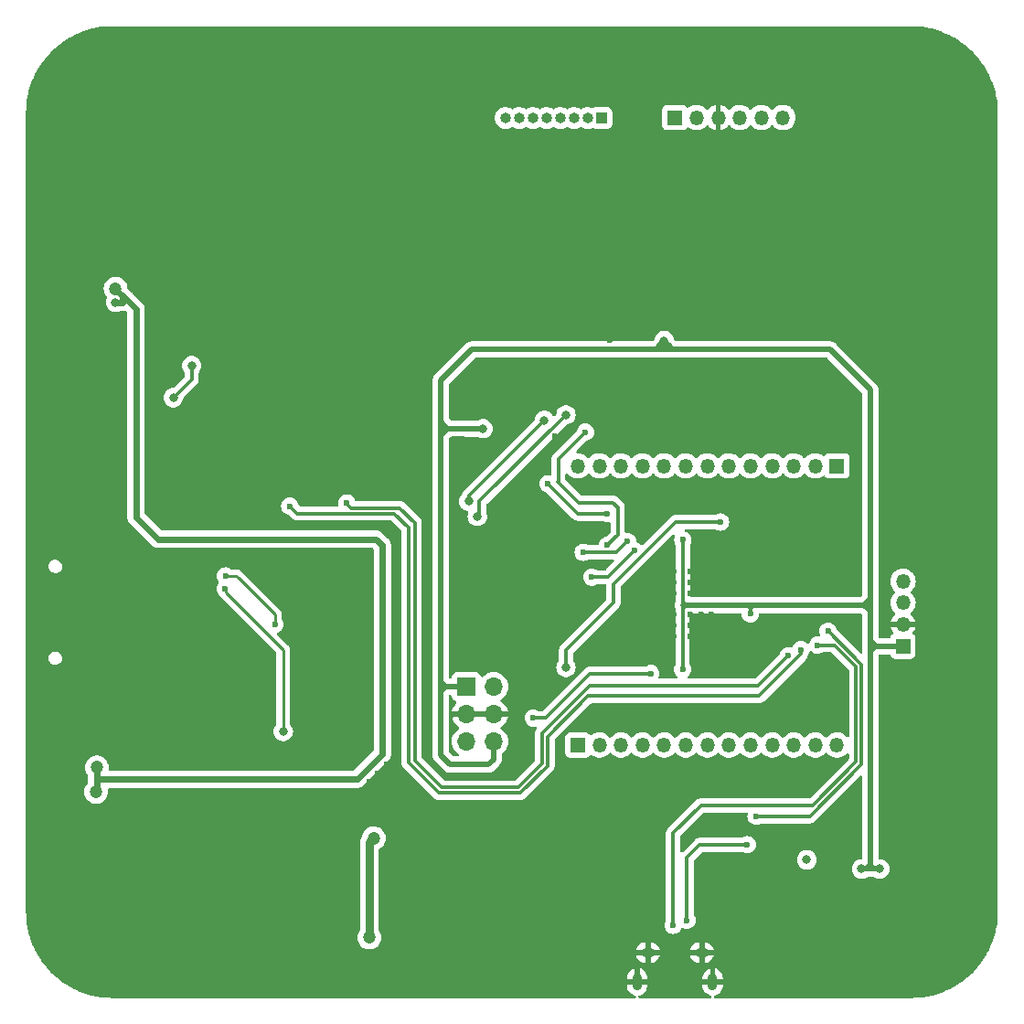
<source format=gbr>
%TF.GenerationSoftware,KiCad,Pcbnew,7.0.5*%
%TF.CreationDate,2024-05-26T12:31:29+03:00*%
%TF.ProjectId,LoRa_MuPr-VAF4751,4c6f5261-5f4d-4755-9072-2d5641463437,rev?*%
%TF.SameCoordinates,Original*%
%TF.FileFunction,Copper,L2,Bot*%
%TF.FilePolarity,Positive*%
%FSLAX46Y46*%
G04 Gerber Fmt 4.6, Leading zero omitted, Abs format (unit mm)*
G04 Created by KiCad (PCBNEW 7.0.5) date 2024-05-26 12:31:29*
%MOMM*%
%LPD*%
G01*
G04 APERTURE LIST*
%TA.AperFunction,ComponentPad*%
%ADD10R,1.350000X1.350000*%
%TD*%
%TA.AperFunction,ComponentPad*%
%ADD11O,1.350000X1.350000*%
%TD*%
%TA.AperFunction,ComponentPad*%
%ADD12R,1.700000X1.700000*%
%TD*%
%TA.AperFunction,ComponentPad*%
%ADD13O,1.700000X1.700000*%
%TD*%
%TA.AperFunction,ComponentPad*%
%ADD14O,0.890000X1.550000*%
%TD*%
%TA.AperFunction,ComponentPad*%
%ADD15O,1.250000X0.950000*%
%TD*%
%TA.AperFunction,ComponentPad*%
%ADD16R,1.000000X1.000000*%
%TD*%
%TA.AperFunction,ComponentPad*%
%ADD17O,1.000000X1.000000*%
%TD*%
%TA.AperFunction,ViaPad*%
%ADD18C,0.600000*%
%TD*%
%TA.AperFunction,ViaPad*%
%ADD19C,0.800000*%
%TD*%
%TA.AperFunction,ViaPad*%
%ADD20C,1.200000*%
%TD*%
%TA.AperFunction,Conductor*%
%ADD21C,0.300000*%
%TD*%
%TA.AperFunction,Conductor*%
%ADD22C,0.250000*%
%TD*%
%TA.AperFunction,Conductor*%
%ADD23C,0.500000*%
%TD*%
%TA.AperFunction,Conductor*%
%ADD24C,0.600000*%
%TD*%
%TA.AperFunction,Conductor*%
%ADD25C,0.750000*%
%TD*%
G04 APERTURE END LIST*
D10*
%TO.P,J11,1,Pin_1*%
%TO.N,PA4*%
X143095921Y-117576257D03*
D11*
%TO.P,J11,2,Pin_2*%
%TO.N,PA5*%
X145095921Y-117576257D03*
%TO.P,J11,3,Pin_3*%
%TO.N,PA6*%
X147095921Y-117576257D03*
%TO.P,J11,4,Pin_4*%
%TO.N,PA7*%
X149095921Y-117576257D03*
%TO.P,J11,5,Pin_5*%
%TO.N,PB0*%
X151095921Y-117576257D03*
%TO.P,J11,6,Pin_6*%
%TO.N,PB1*%
X153095921Y-117576257D03*
%TO.P,J11,7,Pin_7*%
%TO.N,PB10*%
X155095921Y-117576257D03*
%TO.P,J11,8,Pin_8*%
%TO.N,PB11*%
X157095921Y-117576257D03*
%TO.P,J11,9,Pin_9*%
%TO.N,PB12*%
X159095921Y-117576257D03*
%TO.P,J11,10,Pin_10*%
%TO.N,PB13*%
X161095921Y-117576257D03*
%TO.P,J11,11,Pin_11*%
%TO.N,PB14*%
X163095921Y-117576257D03*
%TO.P,J11,12,Pin_12*%
%TO.N,PB15*%
X165095921Y-117576257D03*
%TO.P,J11,13,Pin_13*%
%TO.N,PA8*%
X167095921Y-117576257D03*
%TD*%
D10*
%TO.P,J5,1,Pin_1*%
%TO.N,I_RESET*%
X152102000Y-59461101D03*
D11*
%TO.P,J5,2,Pin_2*%
%TO.N,3.3V*%
X154102000Y-59461101D03*
%TO.P,J5,3,Pin_3*%
%TO.N,GND*%
X156102000Y-59461101D03*
%TO.P,J5,4,Pin_4*%
%TO.N,PGD_INT*%
X158102000Y-59461101D03*
%TO.P,J5,5,Pin_5*%
%TO.N,PGC_INT*%
X160102000Y-59461101D03*
%TO.P,J5,6,Pin_6*%
%TO.N,unconnected-(J5-Pin_6-Pad6)*%
X162102000Y-59461101D03*
%TD*%
D12*
%TO.P,J3,1,Pin_1*%
%TO.N,3.3V*%
X132760000Y-112160000D03*
D13*
%TO.P,J3,2,Pin_2*%
%TO.N,Net-(J3-Pin_2)*%
X135300000Y-112160000D03*
%TO.P,J3,3,Pin_3*%
%TO.N,GND*%
X132760000Y-114700000D03*
%TO.P,J3,4,Pin_4*%
X135300000Y-114700000D03*
%TO.P,J3,5,Pin_5*%
%TO.N,Net-(J3-Pin_5)*%
X132760000Y-117240000D03*
%TO.P,J3,6,Pin_6*%
%TO.N,3.3V*%
X135300000Y-117240000D03*
%TD*%
D14*
%TO.P,U6,6,Shield*%
%TO.N,GND*%
X148587500Y-139500000D03*
D15*
X149587500Y-136800000D03*
X154587500Y-136800000D03*
D14*
X155587500Y-139500000D03*
%TD*%
D16*
%TO.P,J6,1,Pin_1*%
%TO.N,L_GPIO0*%
X145301500Y-59511101D03*
D17*
%TO.P,J6,2,Pin_2*%
%TO.N,L_GPIO1*%
X144031500Y-59511101D03*
%TO.P,J6,3,Pin_3*%
%TO.N,L_GPIO2*%
X142761500Y-59511101D03*
%TO.P,J6,4,Pin_4*%
%TO.N,L_GPIO3*%
X141491500Y-59511101D03*
%TO.P,J6,5,Pin_5*%
%TO.N,L_GPIO4*%
X140221500Y-59511101D03*
%TO.P,J6,6,Pin_6*%
%TO.N,L_GPIO5*%
X138951500Y-59511101D03*
%TO.P,J6,7,Pin_7*%
%TO.N,L_GPIO6*%
X137681500Y-59511101D03*
%TO.P,J6,8,Pin_8*%
%TO.N,L_GPIO7*%
X136411500Y-59511101D03*
%TD*%
D10*
%TO.P,J10,1,Pin_1*%
%TO.N,PA15*%
X167095922Y-91719059D03*
D11*
%TO.P,J10,2,Pin_2*%
%TO.N,PB3*%
X165095922Y-91719059D03*
%TO.P,J10,3,Pin_3*%
%TO.N,PB4*%
X163095922Y-91719059D03*
%TO.P,J10,4,Pin_4*%
%TO.N,PB5*%
X161095922Y-91719059D03*
%TO.P,J10,5,Pin_5*%
%TO.N,PB6*%
X159095922Y-91719059D03*
%TO.P,J10,6,Pin_6*%
%TO.N,PB7*%
X157095922Y-91719059D03*
%TO.P,J10,7,Pin_7*%
%TO.N,PB8*%
X155095922Y-91719059D03*
%TO.P,J10,8,Pin_8*%
%TO.N,PB9*%
X153095922Y-91719059D03*
%TO.P,J10,9,Pin_9*%
%TO.N,P13*%
X151095922Y-91719059D03*
%TO.P,J10,10,Pin_10*%
%TO.N,PC14*%
X149095922Y-91719059D03*
%TO.P,J10,11,Pin_11*%
%TO.N,PC15*%
X147095922Y-91719059D03*
%TO.P,J10,12,Pin_12*%
%TO.N,PA0*%
X145095922Y-91719059D03*
%TO.P,J10,13,Pin_13*%
%TO.N,PA1*%
X143095922Y-91719059D03*
%TD*%
D10*
%TO.P,J2,1,Pin_1*%
%TO.N,3.3V*%
X173208946Y-108411371D03*
D11*
%TO.P,J2,2,Pin_2*%
%TO.N,GND*%
X173208946Y-106411371D03*
%TO.P,J2,3,Pin_3*%
%TO.N,SWDIO*%
X173208946Y-104411371D03*
%TO.P,J2,4,Pin_4*%
%TO.N,SWDCLK*%
X173208946Y-102411371D03*
%TD*%
D18*
%TO.N,GND*%
X153000000Y-138200000D03*
X160400000Y-74400000D03*
%TO.N,USB_DP*%
X153200000Y-133800000D03*
X158800000Y-126800000D03*
%TO.N,GND*%
X156200000Y-61400000D03*
X131400000Y-114800000D03*
X140400000Y-132400000D03*
X120000000Y-85000000D03*
X117000000Y-85000000D03*
X111000000Y-85000000D03*
X114000000Y-85000000D03*
X118000000Y-83000000D03*
X115000000Y-83000000D03*
X109000000Y-83000000D03*
X112000000Y-83000000D03*
X120000000Y-81000000D03*
X117000000Y-81000000D03*
X111000000Y-81000000D03*
X114000000Y-81000000D03*
X118000000Y-79000000D03*
X115000000Y-79000000D03*
X109000000Y-79000000D03*
X112000000Y-79000000D03*
X114000000Y-77000000D03*
X117000000Y-77000000D03*
X120000000Y-77000000D03*
X111000000Y-77000000D03*
X118000000Y-75000000D03*
X115000000Y-75000000D03*
X112000000Y-75000000D03*
X109000000Y-75000000D03*
X173500000Y-115500000D03*
X129000000Y-113500000D03*
X93000002Y-71000001D03*
X146000000Y-54000000D03*
X170750000Y-77750000D03*
X167000000Y-87000000D03*
X173000000Y-140000000D03*
X171600000Y-118400000D03*
X175500000Y-54499999D03*
X163750000Y-79750000D03*
X123800000Y-108000000D03*
X133000000Y-139000000D03*
X164750000Y-77750000D03*
X95000000Y-84000000D03*
X137000000Y-120500000D03*
X173500000Y-91500000D03*
X177500000Y-75500001D03*
X173500000Y-97500000D03*
X108250000Y-97250000D03*
X173500000Y-87500000D03*
X126200000Y-105000000D03*
X123800000Y-106000000D03*
X159000000Y-87000000D03*
X150000000Y-104500000D03*
X158000000Y-138000000D03*
X159000000Y-120000000D03*
X111000000Y-136000000D03*
X124000001Y-51999999D03*
X163000000Y-122000000D03*
X169500000Y-79500000D03*
X161000000Y-140000000D03*
X163000000Y-85000000D03*
X135000000Y-123500000D03*
X167000000Y-99000000D03*
X159000000Y-122000000D03*
X93000000Y-117000000D03*
X155500000Y-89000000D03*
X151000000Y-104500000D03*
X161500000Y-89000000D03*
X179500000Y-58499999D03*
X121000000Y-60000000D03*
X97000000Y-75000001D03*
X153000000Y-122500000D03*
X112000000Y-62000000D03*
X129000000Y-112500000D03*
X128500000Y-57500001D03*
X147000000Y-56000000D03*
X128500000Y-81500000D03*
X129000000Y-103500000D03*
X119000001Y-57999999D03*
X108500000Y-60000000D03*
X152000000Y-102500000D03*
X111000000Y-128000000D03*
X165000000Y-88000000D03*
X105250000Y-97250000D03*
X141000000Y-89000000D03*
X142500000Y-88000000D03*
X118000001Y-66000000D03*
X163000000Y-120000000D03*
X115000000Y-140000000D03*
X95000000Y-96000001D03*
X134500000Y-76500000D03*
X153000000Y-121000000D03*
X95000000Y-67999999D03*
X179500000Y-54499999D03*
X167000000Y-85000000D03*
X97475000Y-103412500D03*
X164500000Y-122000000D03*
X97000000Y-67000000D03*
X177500000Y-115500000D03*
X128500000Y-77500000D03*
X157000000Y-89000000D03*
X95000000Y-80000000D03*
X166000000Y-89000000D03*
X171600000Y-114400000D03*
X173250000Y-73000000D03*
X173500000Y-55500000D03*
X96000000Y-55999999D03*
X132499999Y-65499999D03*
X171000000Y-52000000D03*
X154500000Y-103500000D03*
X103500000Y-63750000D03*
X136500000Y-123500000D03*
X103475000Y-100412500D03*
X105475000Y-101412500D03*
X155000000Y-87000000D03*
X129000000Y-107500000D03*
X163000000Y-87000000D03*
X126500000Y-72500000D03*
X113000000Y-57999999D03*
X125400000Y-119400000D03*
X175500000Y-94500000D03*
X173500000Y-81500001D03*
X159500000Y-138000000D03*
X95000000Y-130000000D03*
X103475000Y-104412500D03*
X95000000Y-90000001D03*
X93000000Y-121000000D03*
X93000000Y-115000000D03*
X117000001Y-68000000D03*
X152000000Y-106500000D03*
X99000000Y-78000000D03*
X169500000Y-71250000D03*
X95000000Y-70000000D03*
X117250000Y-97250000D03*
X128500000Y-55500000D03*
X132500000Y-71500000D03*
X145500000Y-123500000D03*
X177500000Y-71499999D03*
X130000000Y-119500000D03*
X105475000Y-111412500D03*
X173250000Y-74000000D03*
X122200000Y-119400000D03*
X129000000Y-100500000D03*
X173500000Y-99500000D03*
X139000000Y-56000000D03*
X95000000Y-91999998D03*
X128500000Y-85499999D03*
X171500000Y-84500000D03*
X171500000Y-94500000D03*
X107000000Y-140000000D03*
X107000000Y-53999999D03*
X111000000Y-61250000D03*
X137999999Y-54000000D03*
X93000000Y-79000001D03*
X136000000Y-54000000D03*
X143000000Y-140000000D03*
X142000001Y-54000000D03*
X147000000Y-130000000D03*
X99000000Y-134000000D03*
X134000000Y-120500000D03*
X180500000Y-130000000D03*
X179000000Y-124000000D03*
X175489627Y-78500000D03*
X120000000Y-56000000D03*
X157000000Y-136000000D03*
X148500000Y-123500000D03*
X152000000Y-101500000D03*
X130500000Y-80499999D03*
X145000000Y-121000000D03*
X155999999Y-54000000D03*
X123800000Y-113000000D03*
X101000000Y-131000000D03*
X177500000Y-107500000D03*
X129000000Y-98500000D03*
D19*
X176400000Y-135000000D03*
D18*
X177500000Y-65499999D03*
X161000000Y-121000000D03*
X166000001Y-58000000D03*
X126500000Y-52500000D03*
X93000000Y-123000000D03*
X172500000Y-138000000D03*
X95000000Y-128000000D03*
X170750000Y-83500000D03*
X130500000Y-60499999D03*
X94999999Y-53999999D03*
X97000000Y-79000001D03*
X121000000Y-139000000D03*
X165500000Y-69500000D03*
X105475000Y-109412500D03*
X111250000Y-97250000D03*
X151000000Y-56000000D03*
X108000000Y-51999999D03*
X129000000Y-104500000D03*
X95475000Y-110412500D03*
X177500000Y-91500000D03*
X95000000Y-94000000D03*
X149000000Y-89000000D03*
X103475000Y-108412500D03*
X128500000Y-59500000D03*
X175000000Y-139000000D03*
X177500000Y-103500000D03*
X126200000Y-104000000D03*
X179500000Y-122500000D03*
X102500000Y-63750000D03*
X141000000Y-123500000D03*
X177500000Y-69499999D03*
X129000000Y-99500000D03*
X141000000Y-139000000D03*
X132500000Y-57500000D03*
X173250000Y-69000000D03*
X173250000Y-70000000D03*
X180500000Y-125500000D03*
X167500000Y-69000000D03*
X110460000Y-60430000D03*
X114250000Y-97250000D03*
X150000000Y-123500000D03*
X105475000Y-105412500D03*
X117000000Y-139000000D03*
X103000000Y-74000000D03*
X147000000Y-52000000D03*
X177500000Y-105500000D03*
X132500000Y-69500000D03*
X97000000Y-133000000D03*
X127000000Y-140000000D03*
X179500000Y-82499999D03*
X168000000Y-124000000D03*
X157000000Y-86000000D03*
X119000000Y-53999999D03*
X129000000Y-109500000D03*
X105000001Y-57999999D03*
X111000000Y-66250000D03*
X126200000Y-102000000D03*
X163000000Y-139000000D03*
X173000000Y-124000000D03*
X179500000Y-94500000D03*
X126500000Y-56500000D03*
X107000001Y-57999999D03*
X148000000Y-54000000D03*
X179500000Y-78500000D03*
X153500000Y-106500000D03*
X152000000Y-105500000D03*
X124600000Y-120200000D03*
X113000000Y-139000000D03*
X97000000Y-95000001D03*
X173500000Y-121500000D03*
X115000000Y-53999999D03*
X131000000Y-138000000D03*
X121000000Y-64000000D03*
X144000000Y-87000000D03*
X130500000Y-72500000D03*
X101000000Y-127000000D03*
X143000000Y-120000000D03*
X174250000Y-69000000D03*
X169000000Y-86000000D03*
X124000001Y-62000000D03*
X103000000Y-136000000D03*
X177500000Y-59499998D03*
X135000000Y-140000000D03*
X169750000Y-77750000D03*
X93000000Y-127000000D03*
X97000001Y-71000001D03*
X101000000Y-67000000D03*
X103000000Y-68000000D03*
X109000000Y-133000000D03*
X129000000Y-110500000D03*
X106750000Y-97250000D03*
X164000000Y-77750000D03*
X121000000Y-53999999D03*
X167500000Y-89000000D03*
X167750000Y-77750000D03*
X104000000Y-55999999D03*
X115000000Y-132000000D03*
X103475000Y-106412500D03*
X151000000Y-122000000D03*
X99000000Y-138000000D03*
X173250000Y-71000000D03*
X132500000Y-55500000D03*
X173500000Y-83500000D03*
X129000000Y-105500000D03*
X169500000Y-69250000D03*
X111000000Y-65250000D03*
X162500000Y-138000000D03*
X179500000Y-106500000D03*
X109000000Y-57999999D03*
X151500000Y-123500000D03*
X109000000Y-129000000D03*
X177500000Y-119500000D03*
X95000000Y-118000000D03*
X146030000Y-80070000D03*
X126200000Y-111000000D03*
X171500000Y-90500000D03*
X171500000Y-92500000D03*
X97475000Y-109412500D03*
X167000001Y-56000000D03*
X107000000Y-65250000D03*
X150000000Y-54000000D03*
X116000000Y-55999999D03*
X177500000Y-109500000D03*
X93000000Y-83000001D03*
X149000000Y-133000000D03*
X121000001Y-57999999D03*
X165250000Y-79750000D03*
X137000000Y-119500000D03*
X177500000Y-95500000D03*
X177500000Y-53499999D03*
X180500000Y-127000000D03*
X161000000Y-86000000D03*
X119000000Y-140000000D03*
X147000000Y-140000000D03*
X166750000Y-77750000D03*
X177500000Y-93500000D03*
X153000000Y-88000000D03*
X129000000Y-116500000D03*
X175500000Y-70750000D03*
X99000000Y-130000000D03*
X95000000Y-72000001D03*
X128500000Y-53499999D03*
X164500000Y-89000000D03*
X177500000Y-73500000D03*
X108999999Y-53999999D03*
X124800000Y-97250000D03*
X177500000Y-67500000D03*
X109500000Y-60000000D03*
X154500000Y-105500000D03*
X105475000Y-103412500D03*
X171500000Y-124000000D03*
X151000000Y-120000000D03*
X111000000Y-67250000D03*
X152000000Y-103500000D03*
X123000000Y-53999999D03*
X114000000Y-62000000D03*
X178500000Y-138000000D03*
X103000000Y-128000000D03*
X151000000Y-52000000D03*
X164000000Y-73750000D03*
X101000000Y-53999999D03*
X95000000Y-88000000D03*
X147000000Y-122000000D03*
X169500000Y-81500000D03*
X125000001Y-57999999D03*
X93000000Y-133000000D03*
X123800000Y-103000000D03*
X163000000Y-99000000D03*
X169750000Y-82500000D03*
X169500000Y-73250000D03*
X175500000Y-98500000D03*
X132500000Y-120500000D03*
X124000001Y-55999999D03*
X179500000Y-110500000D03*
X163000000Y-101000000D03*
X101000000Y-139000000D03*
X93000000Y-67000000D03*
X173500000Y-89500000D03*
X155500000Y-103500000D03*
X128500000Y-69500000D03*
X93000000Y-125000000D03*
X177500000Y-81500000D03*
X111000000Y-64250000D03*
X95000000Y-136000000D03*
X176000000Y-124000000D03*
X104500000Y-63750000D03*
X107000000Y-64250000D03*
X126200000Y-100000000D03*
X120000000Y-66000000D03*
X161000000Y-88000000D03*
X157000000Y-88000000D03*
X103000000Y-53999999D03*
X107475000Y-112412500D03*
X171600000Y-120400000D03*
X99000001Y-53999999D03*
X132500000Y-53499997D03*
X140000000Y-54000000D03*
X123800000Y-105000000D03*
X175500000Y-69000000D03*
X97000001Y-91000001D03*
X165500000Y-65500000D03*
X155000000Y-56000000D03*
X173500000Y-111500000D03*
X105675000Y-107587500D03*
X144640000Y-67290000D03*
X169500000Y-72250000D03*
X129000000Y-115500000D03*
X153000000Y-86000000D03*
X169000000Y-92000000D03*
X135500000Y-120500000D03*
X113000000Y-131000000D03*
X111000001Y-57999999D03*
X175500000Y-122500000D03*
X165500000Y-59499999D03*
X123800000Y-109000000D03*
X147000000Y-136000000D03*
X95000000Y-124000000D03*
X179500000Y-86500000D03*
X167000001Y-52000000D03*
X168000001Y-58000000D03*
X154000000Y-54000000D03*
X103475000Y-110412500D03*
X179500000Y-118500000D03*
X131000000Y-140000000D03*
X109750000Y-97250000D03*
X180500000Y-136000000D03*
X169000000Y-89000000D03*
X107000000Y-67250000D03*
X117000002Y-57999999D03*
X165000000Y-100000000D03*
X145000000Y-139000000D03*
X177500000Y-121500000D03*
X95000000Y-78000001D03*
X158500000Y-89000000D03*
X174500000Y-124000000D03*
X95000000Y-134000000D03*
X136000000Y-54000000D03*
X95000000Y-82000001D03*
X175500000Y-118500000D03*
X103000000Y-70000000D03*
X125750000Y-97750000D03*
X173500000Y-93500000D03*
X163000000Y-51999999D03*
X157000000Y-121000000D03*
X175500001Y-82499999D03*
X173250000Y-76000000D03*
X171500000Y-86000000D03*
X128500000Y-61500000D03*
X123000000Y-138000000D03*
X177500000Y-57499999D03*
X95000000Y-76000001D03*
D19*
X127200000Y-124800000D03*
D18*
X168750000Y-77750000D03*
X173500000Y-85500000D03*
X132500000Y-79499998D03*
X123800000Y-101000000D03*
X132500000Y-77499999D03*
X155000000Y-122000000D03*
X137000000Y-139000000D03*
X122000001Y-66000000D03*
X126200000Y-117000000D03*
X165500000Y-67500000D03*
X177500000Y-85500000D03*
X111000000Y-63250000D03*
X97475000Y-105412500D03*
X128500000Y-63500000D03*
X165500000Y-71500000D03*
X128500000Y-87500000D03*
X129000000Y-114500000D03*
X166000000Y-138000000D03*
X102500000Y-60000000D03*
X179500000Y-74500000D03*
X99000000Y-76000001D03*
X100000000Y-55999999D03*
X147000000Y-120000000D03*
X107000000Y-69250000D03*
X123000000Y-140000000D03*
X113000000Y-68000001D03*
X147000000Y-138000000D03*
X165750000Y-77750000D03*
X169000000Y-100000000D03*
X95000000Y-120000000D03*
X179500000Y-66499999D03*
X177500000Y-61499999D03*
X129000000Y-108500000D03*
X101000000Y-71000000D03*
X165000000Y-73750000D03*
X177500000Y-113500000D03*
X132000000Y-123500000D03*
X134500000Y-56500001D03*
X173500000Y-113500000D03*
X103000000Y-132000000D03*
X153500000Y-103500000D03*
X166750000Y-79750000D03*
X93000000Y-131000000D03*
X123800000Y-102000000D03*
X117000000Y-133000000D03*
X149000000Y-135000000D03*
X97000000Y-53999999D03*
X128500000Y-73500000D03*
X125000000Y-139000000D03*
X171000000Y-139000000D03*
X144000000Y-54000000D03*
X123800000Y-117000000D03*
D19*
X123000000Y-124800000D03*
D18*
X174000000Y-138000000D03*
X180000000Y-124500000D03*
X111000000Y-62250000D03*
X173500000Y-117500000D03*
X165000000Y-98000000D03*
X180000000Y-137500000D03*
X133500000Y-123500000D03*
X129000000Y-111500000D03*
X123000000Y-118800000D03*
X177500000Y-63499998D03*
X123800000Y-118000000D03*
X177500000Y-124000000D03*
X105000000Y-71100000D03*
X118750000Y-97250000D03*
X124000002Y-66000000D03*
X171500000Y-87500000D03*
X171600000Y-116400000D03*
X161000000Y-122000000D03*
X129000000Y-139000000D03*
X123800000Y-112000000D03*
X128500000Y-89500001D03*
X101475000Y-111412500D03*
X132500000Y-63499999D03*
X151000000Y-105500000D03*
X95000000Y-73999998D03*
X93000000Y-87000000D03*
X139500000Y-123500000D03*
X103000000Y-72000000D03*
X155000000Y-120000000D03*
X126200000Y-118000000D03*
X177500000Y-55499999D03*
X155000000Y-85000000D03*
X169000000Y-73750000D03*
X160000000Y-89000000D03*
X122000000Y-62000000D03*
X142500000Y-123500000D03*
X157000000Y-137000000D03*
X117000001Y-64000000D03*
X104500000Y-60000000D03*
X126500000Y-60499999D03*
X155000000Y-52000000D03*
X171500000Y-96500000D03*
X105000000Y-67000000D03*
X112999999Y-53999999D03*
X152000000Y-89000000D03*
X95000000Y-126000000D03*
X129000000Y-97500000D03*
X162000000Y-54000000D03*
X141000000Y-121000000D03*
X152000000Y-107500000D03*
X147000000Y-134000000D03*
X126499999Y-64500000D03*
X180500000Y-134500000D03*
X165000000Y-84000000D03*
X101475000Y-109412500D03*
X147032530Y-123516265D03*
X143000000Y-52000000D03*
X123800000Y-107000000D03*
X128500000Y-91500000D03*
X139000000Y-140000000D03*
X150500000Y-89000000D03*
X105000000Y-139000000D03*
X111041557Y-132087914D03*
X163000000Y-89000000D03*
X130500000Y-123500000D03*
X132500000Y-73499999D03*
X177000000Y-138000000D03*
X95000000Y-98000000D03*
X157000000Y-122000000D03*
X126500000Y-76500000D03*
X126500000Y-68500000D03*
X159000000Y-56000000D03*
X130500000Y-56500001D03*
X134500001Y-64500000D03*
X97475000Y-99412500D03*
X153500000Y-107500000D03*
X169500000Y-70250000D03*
X159000000Y-139000000D03*
X123000001Y-57999999D03*
X100000000Y-51999999D03*
X130499999Y-52500000D03*
X126200000Y-112000000D03*
X167000000Y-101000000D03*
X179500000Y-98500000D03*
X99000000Y-79999999D03*
X134500000Y-72500000D03*
X173500000Y-79499999D03*
X179500000Y-70750000D03*
X130500000Y-76500000D03*
X158000000Y-54000000D03*
X128500000Y-65500000D03*
X116000000Y-62000000D03*
X93000000Y-75000001D03*
X95000000Y-98000000D03*
X134500000Y-52500001D03*
X175500000Y-74500000D03*
X153500000Y-101500000D03*
X99000000Y-70000000D03*
X116000000Y-51999999D03*
X112000001Y-66000000D03*
X169000000Y-94000000D03*
X112000000Y-51999999D03*
X130500000Y-68500000D03*
X111000000Y-68250000D03*
X123800000Y-104000000D03*
X93000000Y-119000000D03*
X108000000Y-55999999D03*
X153500000Y-105499999D03*
X111000000Y-140000000D03*
X145000000Y-89000000D03*
X97000000Y-137000000D03*
X168000000Y-73750000D03*
X128500000Y-79500000D03*
X103000001Y-57999999D03*
X123800000Y-121000000D03*
X173500000Y-119500000D03*
X177500000Y-83500000D03*
X143000000Y-56000000D03*
X128500000Y-83500000D03*
X175500000Y-106500000D03*
X99000000Y-71999998D03*
X147500000Y-89000000D03*
X103500000Y-60000000D03*
X167500000Y-138000000D03*
X169000000Y-96000000D03*
X169999999Y-54000000D03*
X175500000Y-86500000D03*
X171750000Y-77750000D03*
X123800000Y-115000000D03*
X107000000Y-68250000D03*
X168750000Y-69000000D03*
X159000000Y-52000000D03*
X99000000Y-67999999D03*
X149000000Y-104500000D03*
X128500000Y-95499999D03*
X123800000Y-100000000D03*
X113000000Y-135000000D03*
X160000001Y-54000000D03*
X177500000Y-111500000D03*
X163000000Y-83000000D03*
X123800000Y-111000000D03*
X134500000Y-68500000D03*
X126200000Y-116000000D03*
X165500000Y-121000000D03*
X112750000Y-97250000D03*
X157000000Y-140000000D03*
X104000000Y-51999999D03*
X116000001Y-66000000D03*
X126200000Y-114000000D03*
D19*
X175700000Y-131600000D03*
D18*
X163000000Y-56000001D03*
X179500000Y-114500000D03*
X95000000Y-85999999D03*
X167000000Y-95000000D03*
X171500000Y-100500000D03*
X179500000Y-90500000D03*
X93000000Y-95000001D03*
X149000000Y-121000000D03*
X123800000Y-116000000D03*
X129000000Y-106500000D03*
X164000000Y-54000000D03*
X115000000Y-136000000D03*
X173500000Y-95500000D03*
X167000000Y-73750000D03*
X164000001Y-58000000D03*
X102500000Y-65750000D03*
X173500000Y-57500000D03*
X129000000Y-117500000D03*
X170000000Y-58000000D03*
X105500000Y-60000000D03*
X151999999Y-54000000D03*
X115000000Y-128000000D03*
X132500000Y-75500000D03*
X173500000Y-53500000D03*
X128500000Y-93500000D03*
X180500000Y-128500000D03*
X153500000Y-102500000D03*
X171500000Y-78500000D03*
X179500000Y-62499999D03*
X132500000Y-59499999D03*
X180500000Y-133000000D03*
X126200000Y-99000000D03*
X93000000Y-111000000D03*
X144000000Y-123500000D03*
X167750000Y-80500000D03*
X177500000Y-89500000D03*
X99000000Y-74000000D03*
X101475000Y-101412500D03*
X126200000Y-103000000D03*
X165000000Y-82000000D03*
X173250000Y-72000000D03*
X121000000Y-68000000D03*
X97000000Y-129000000D03*
X129000000Y-101500000D03*
X107500000Y-60000000D03*
X125000000Y-53999999D03*
X128500000Y-75500001D03*
X166500000Y-124000000D03*
X171000000Y-138000000D03*
X103000000Y-140000000D03*
X114000001Y-66000000D03*
X99475000Y-110412500D03*
X115000001Y-57999999D03*
X147000000Y-128000000D03*
X175500000Y-90500000D03*
X126200000Y-101000000D03*
X155500000Y-105500000D03*
X128500000Y-71500001D03*
X165500000Y-61500000D03*
X113000000Y-59999999D03*
X177500000Y-99500000D03*
X126200000Y-110000000D03*
X117000001Y-53999999D03*
X126200000Y-113000000D03*
X177000000Y-140000000D03*
X126200000Y-107000000D03*
X179500000Y-102500000D03*
X111000000Y-69250000D03*
X132500000Y-61499999D03*
X106500000Y-63750000D03*
X138000000Y-123500000D03*
X95000000Y-138000000D03*
X103475000Y-102412500D03*
X126200000Y-115000000D03*
X164000000Y-138000000D03*
X146000000Y-89000000D03*
X112000000Y-55999999D03*
X143000000Y-122000000D03*
X123800000Y-110000000D03*
X165500000Y-63500001D03*
X95000000Y-122000000D03*
X95000000Y-132000000D03*
X99000000Y-82000000D03*
X129000000Y-102500000D03*
X123800000Y-114000000D03*
X175500000Y-110500000D03*
X111000000Y-53999999D03*
X105500000Y-63750000D03*
X99475000Y-100412500D03*
X151000000Y-103500000D03*
X175500000Y-138000000D03*
X171600000Y-112400000D03*
X118000000Y-62000000D03*
X129000000Y-123500000D03*
X168750000Y-81500000D03*
X173250000Y-75000000D03*
X153500000Y-89000000D03*
X139000000Y-52000000D03*
X128500000Y-67499999D03*
X167000000Y-97000000D03*
X159000000Y-85000000D03*
X115750000Y-97250000D03*
X177500000Y-87500000D03*
X97475000Y-111412500D03*
X165000000Y-140000000D03*
X169000000Y-98000000D03*
X180500000Y-131500000D03*
X130500001Y-64499999D03*
X177500000Y-97500000D03*
X120250000Y-97250000D03*
X97000000Y-87000000D03*
X92999999Y-91000001D03*
X134500000Y-60499999D03*
X129000000Y-118500000D03*
X113000000Y-64000001D03*
X107000000Y-66250000D03*
X171600000Y-122400000D03*
X171500000Y-54499999D03*
X106500000Y-60000000D03*
X132500000Y-67499998D03*
X126200000Y-108000000D03*
X171500000Y-98500000D03*
X102500000Y-64750000D03*
X126200000Y-106000000D03*
X177500000Y-101500000D03*
X126200000Y-109000000D03*
X101000000Y-135000000D03*
X168000000Y-54000000D03*
X120000000Y-51999998D03*
X171500000Y-82500000D03*
X177500000Y-77500001D03*
X169000000Y-138000000D03*
X137925000Y-115075000D03*
X167000000Y-139000000D03*
X165000000Y-86000000D03*
X119999999Y-62000000D03*
X99475000Y-106412500D03*
X147000000Y-132000000D03*
X97475000Y-101412500D03*
X166000000Y-73750000D03*
X177500000Y-79499999D03*
X169000000Y-140000000D03*
X175500000Y-58499999D03*
X105000000Y-53999999D03*
X93000000Y-129000000D03*
X127500000Y-123500000D03*
X97475000Y-107412500D03*
X93000000Y-135000000D03*
X101475000Y-103412500D03*
X167500001Y-70500000D03*
X166500000Y-120000000D03*
X161000000Y-138000000D03*
X171500000Y-89000000D03*
X166000000Y-54000000D03*
X131000000Y-120500000D03*
X175500000Y-102500000D03*
X177500000Y-117500000D03*
X99475000Y-108412500D03*
X109000000Y-137000000D03*
X175500000Y-114500000D03*
%TO.N,3.3V*%
X152800000Y-110575000D03*
D19*
X164300000Y-128200000D03*
X169375000Y-129050000D03*
D18*
X159075000Y-105425000D03*
D19*
X134325000Y-88275000D03*
D18*
X152825000Y-98575000D03*
D19*
X171050000Y-129050000D03*
X151100000Y-80125000D03*
D20*
%TO.N,VBAT*%
X98500000Y-121900000D03*
X100297556Y-75300000D03*
X123800000Y-135400000D03*
X98550000Y-119650000D03*
D19*
X100297556Y-76575000D03*
D20*
X124200000Y-126200000D03*
D18*
%TO.N,HSE_OSC_IN*%
X147700000Y-98725000D03*
X143600000Y-99725000D03*
%TO.N,HSE_OSC_OUT*%
X148375000Y-99575000D03*
X144400000Y-102025000D03*
%TO.N,3.3VA*%
X145850000Y-99075000D03*
X143800000Y-88600000D03*
D19*
%TO.N,Net-(D1-IO2)*%
X115825000Y-116312500D03*
D18*
X110450000Y-103087500D03*
%TO.N,Net-(D1-IO3)*%
X110475000Y-101912500D03*
X115050000Y-106387500D03*
D19*
%TO.N,Net-(U4-NETLIGHT)*%
X107347556Y-82450000D03*
X105647556Y-85400000D03*
D18*
%TO.N,BOOT_1*%
X149850000Y-110950000D03*
X138975000Y-115075000D03*
D19*
%TO.N,BOOT_0*%
X142000000Y-110400000D03*
D18*
X156325000Y-96925000D03*
%TO.N,USB_DP*%
X166275000Y-107025000D03*
X159610000Y-124180000D03*
%TO.N,USART1_RX*%
X116422556Y-95450000D03*
X163750000Y-108750000D03*
%TO.N,USART1_TX*%
X121722556Y-95150000D03*
X162575000Y-109300000D03*
%TO.N,RESET*%
X140350000Y-93375000D03*
X145825000Y-96150000D03*
D19*
%TO.N,USART2_TX*%
X142000000Y-87000000D03*
X133800000Y-96400000D03*
%TO.N,USART2_RX*%
X133000000Y-95000000D03*
X140000000Y-87500000D03*
D18*
%TO.N,USB_DN*%
X165300000Y-108325000D03*
X151920000Y-134270000D03*
%TD*%
D21*
%TO.N,USB_DP*%
X154400000Y-126800000D02*
X153200000Y-128000000D01*
X158800000Y-126800000D02*
X154400000Y-126800000D01*
X153200000Y-128000000D02*
X153200000Y-133800000D01*
%TO.N,GND*%
X132660000Y-114800000D02*
X132760000Y-114700000D01*
X131400000Y-114800000D02*
X132660000Y-114800000D01*
X135300000Y-114700000D02*
X137550000Y-114700000D01*
X137550000Y-114700000D02*
X137925000Y-115075000D01*
X132760000Y-114700000D02*
X135300000Y-114700000D01*
%TO.N,BOOT_0*%
X152150000Y-96925000D02*
X156325000Y-96925000D01*
X146400000Y-102675000D02*
X152150000Y-96925000D01*
X146400000Y-104400000D02*
X146400000Y-102675000D01*
X142000000Y-108800000D02*
X146400000Y-104400000D01*
X142000000Y-110400000D02*
X142000000Y-108800000D01*
X142000000Y-110400000D02*
X142173238Y-110573238D01*
D22*
%TO.N,GND*%
X127200000Y-124800000D02*
X123000000Y-124800000D01*
D23*
%TO.N,3.3V*%
X151675000Y-80700000D02*
X151100000Y-80125000D01*
X170750000Y-108411371D02*
X170613629Y-108411371D01*
X170750000Y-108411371D02*
X170661371Y-108411371D01*
X130400000Y-88878981D02*
X131025000Y-88253981D01*
X134325000Y-88275000D02*
X134300000Y-88250000D01*
X170200000Y-105800000D02*
X170200000Y-105375000D01*
X169625000Y-104600000D02*
X159550000Y-104600000D01*
X159550000Y-104600000D02*
X159050000Y-104600000D01*
X170200000Y-129050000D02*
X170525000Y-129050000D01*
X169625000Y-104600000D02*
X170200000Y-104025000D01*
X130400000Y-111710000D02*
X130850000Y-112160000D01*
X153225000Y-104600000D02*
X152825000Y-104600000D01*
D21*
X152825000Y-104600000D02*
X152825000Y-104250000D01*
D23*
X133275000Y-80950000D02*
X130400000Y-83825000D01*
D21*
X159075000Y-104625000D02*
X159050000Y-104600000D01*
D23*
X170200000Y-107950000D02*
X170200000Y-105800000D01*
X130400000Y-87628981D02*
X131025000Y-88253981D01*
X130400000Y-89050000D02*
X130400000Y-88878981D01*
X151675000Y-80950000D02*
X151675000Y-80700000D01*
D21*
X152825000Y-104925000D02*
X152800000Y-104950000D01*
D23*
X135300000Y-118900000D02*
X135300000Y-117240000D01*
D21*
X159075000Y-104975000D02*
X159075000Y-104950000D01*
D23*
X170200000Y-129050000D02*
X170200000Y-128450000D01*
X170200000Y-108825000D02*
X170200000Y-108400000D01*
X169825000Y-129050000D02*
X170200000Y-129050000D01*
D21*
X152825000Y-98575000D02*
X152825000Y-104250000D01*
D23*
X151675000Y-80950000D02*
X151100000Y-80950000D01*
X170200000Y-128725000D02*
X170525000Y-129050000D01*
D21*
X152825000Y-104250000D02*
X153175000Y-104600000D01*
D23*
X170750000Y-108411371D02*
X170211371Y-108411371D01*
X170200000Y-105175000D02*
X170200000Y-105375000D01*
X170200000Y-84675000D02*
X166475000Y-80950000D01*
X151100000Y-80950000D02*
X150525000Y-80950000D01*
X130850000Y-112160000D02*
X132760000Y-112160000D01*
D21*
X153175000Y-104600000D02*
X153225000Y-104600000D01*
X152800000Y-104625000D02*
X152800000Y-104950000D01*
D23*
X130400000Y-112200000D02*
X130440000Y-112160000D01*
X170613629Y-108411371D02*
X170200000Y-108825000D01*
X130400000Y-88250000D02*
X131025000Y-88253981D01*
X170200000Y-128450000D02*
X170200000Y-108825000D01*
X170200000Y-103800000D02*
X170200000Y-84675000D01*
X170200000Y-104025000D02*
X170200000Y-103800000D01*
X130400000Y-111400000D02*
X130400000Y-111710000D01*
X150525000Y-80950000D02*
X133275000Y-80950000D01*
X169375000Y-129050000D02*
X169825000Y-129050000D01*
D21*
X159075000Y-105425000D02*
X159075000Y-104975000D01*
D23*
X130400000Y-89050000D02*
X130400000Y-111400000D01*
D21*
X159075000Y-104975000D02*
X159450000Y-104600000D01*
X152825000Y-104600000D02*
X152800000Y-104625000D01*
D23*
X166475000Y-80950000D02*
X151675000Y-80950000D01*
X170200000Y-128450000D02*
X170200000Y-128675000D01*
X130400000Y-88250000D02*
X130400000Y-89050000D01*
X169625000Y-104600000D02*
X170200000Y-105175000D01*
D21*
X152800000Y-110575000D02*
X152800000Y-104950000D01*
D23*
X130400000Y-87550000D02*
X130400000Y-87628981D01*
X170200000Y-108400000D02*
X170200000Y-107950000D01*
X159050000Y-104600000D02*
X158725000Y-104600000D01*
X130400000Y-87550000D02*
X130400000Y-88250000D01*
X150525000Y-80950000D02*
X150525000Y-80700000D01*
X130400000Y-112610000D02*
X130850000Y-112160000D01*
X130400000Y-118500000D02*
X131275000Y-119375000D01*
X130400000Y-111400000D02*
X130400000Y-112200000D01*
D21*
X159075000Y-104950000D02*
X158725000Y-104600000D01*
D23*
X131275000Y-119375000D02*
X134825000Y-119375000D01*
X173208946Y-108411371D02*
X170750000Y-108411371D01*
X130400000Y-83825000D02*
X130400000Y-87550000D01*
X158725000Y-104600000D02*
X153225000Y-104600000D01*
X170525000Y-129050000D02*
X171050000Y-129050000D01*
D21*
X159075000Y-104975000D02*
X159075000Y-104625000D01*
D23*
X170200000Y-104600000D02*
X169625000Y-104600000D01*
X130400000Y-112875000D02*
X130400000Y-118500000D01*
X131025000Y-88253981D02*
X134325000Y-88275000D01*
X170200000Y-104600000D02*
X170200000Y-103800000D01*
D21*
X159450000Y-104600000D02*
X159550000Y-104600000D01*
D23*
X150525000Y-80700000D02*
X151100000Y-80125000D01*
X170200000Y-128675000D02*
X169825000Y-129050000D01*
D21*
X152825000Y-104600000D02*
X152825000Y-104925000D01*
D23*
X170200000Y-128450000D02*
X170200000Y-128725000D01*
X130400000Y-112875000D02*
X130400000Y-112610000D01*
X151100000Y-80950000D02*
X151100000Y-80125000D01*
X130400000Y-112200000D02*
X130400000Y-112875000D01*
X130440000Y-112160000D02*
X130850000Y-112160000D01*
D21*
X153225000Y-104600000D02*
X153150000Y-104600000D01*
D23*
X170211371Y-108411371D02*
X170200000Y-108400000D01*
X170200000Y-105375000D02*
X170200000Y-104600000D01*
X134825000Y-119375000D02*
X135300000Y-118900000D01*
X170661371Y-108411371D02*
X170200000Y-107950000D01*
D21*
X153150000Y-104600000D02*
X152800000Y-104950000D01*
D24*
%TO.N,VBAT*%
X101247556Y-76250000D02*
X100810056Y-75812500D01*
X102197556Y-77200000D02*
X102197556Y-96500000D01*
X101247556Y-76250000D02*
X102197556Y-77200000D01*
X98550000Y-121850000D02*
X98500000Y-121900000D01*
X122675000Y-120750000D02*
X98550000Y-120750000D01*
X124422556Y-98500000D02*
X125000000Y-99077444D01*
X125000000Y-99077444D02*
X125000000Y-118425000D01*
X98550000Y-120750000D02*
X98550000Y-121850000D01*
X100810056Y-75812500D02*
X100297556Y-75300000D01*
X104197556Y-98500000D02*
X124422556Y-98500000D01*
X100922556Y-76575000D02*
X100922556Y-75925000D01*
X98550000Y-119650000D02*
X98550000Y-120750000D01*
X102197556Y-96500000D02*
X104197556Y-98500000D01*
X100922556Y-75925000D02*
X100810056Y-75812500D01*
X100922556Y-76575000D02*
X100297556Y-76575000D01*
D25*
X123800000Y-135400000D02*
X123800000Y-126600000D01*
X123800000Y-126600000D02*
X124200000Y-126200000D01*
D24*
X101247556Y-76250000D02*
X100922556Y-76575000D01*
X125000000Y-118425000D02*
X122675000Y-120750000D01*
D21*
%TO.N,HSE_OSC_IN*%
X143600000Y-99725000D02*
X146700000Y-99725000D01*
X146700000Y-99725000D02*
X147700000Y-98725000D01*
%TO.N,HSE_OSC_OUT*%
X145925000Y-102025000D02*
X148375000Y-99575000D01*
X144400000Y-102025000D02*
X145925000Y-102025000D01*
%TO.N,3.3VA*%
X141275000Y-93200000D02*
X143200000Y-95125000D01*
X146800000Y-98117025D02*
X145845422Y-99071603D01*
X141300000Y-91100000D02*
X141300000Y-93175000D01*
X146350000Y-95125000D02*
X146800000Y-95575000D01*
X143200000Y-95125000D02*
X146350000Y-95125000D01*
X143800000Y-88600000D02*
X141300000Y-91100000D01*
X141300000Y-93175000D02*
X141275000Y-93200000D01*
X146800000Y-95575000D02*
X146800000Y-98117025D01*
D22*
%TO.N,Net-(D1-IO2)*%
X115825000Y-108787500D02*
X110500000Y-103462500D01*
X110500000Y-103462500D02*
X110500000Y-103137500D01*
X110500000Y-103137500D02*
X110450000Y-103087500D01*
X115825000Y-116312500D02*
X115825000Y-108787500D01*
%TO.N,Net-(D1-IO3)*%
X115050000Y-105512500D02*
X111650000Y-102112500D01*
X111650000Y-102112500D02*
X111450000Y-101912500D01*
X111450000Y-101912500D02*
X110475000Y-101912500D01*
X115050000Y-106387500D02*
X115050000Y-105512500D01*
D21*
%TO.N,Net-(U4-NETLIGHT)*%
X107347556Y-83700000D02*
X107347556Y-82450000D01*
X105647556Y-85400000D02*
X107347556Y-83700000D01*
%TO.N,BOOT_1*%
X140100000Y-115075000D02*
X138975000Y-115075000D01*
X140225000Y-114950000D02*
X140100000Y-115075000D01*
X144225000Y-110950000D02*
X140225000Y-114950000D01*
X149850000Y-110950000D02*
X144225000Y-110950000D01*
%TO.N,USB_DP*%
X166275000Y-107025000D02*
X169360000Y-110110000D01*
X164570000Y-124180000D02*
X159610000Y-124180000D01*
X169360000Y-119390000D02*
X164570000Y-124180000D01*
X169360000Y-118330000D02*
X169360000Y-119390000D01*
X169360000Y-110110000D02*
X169360000Y-118330000D01*
%TO.N,USART1_RX*%
X140300000Y-116800000D02*
X140300000Y-119500000D01*
X159850000Y-113050000D02*
X144050000Y-113050000D01*
X163750000Y-108750000D02*
X163750000Y-109150000D01*
X117097556Y-96125000D02*
X116422556Y-95450000D01*
X127400000Y-97400000D02*
X126125000Y-96125000D01*
X130200000Y-122000000D02*
X127400000Y-119200000D01*
X126125000Y-96125000D02*
X117097556Y-96125000D01*
X163750000Y-109150000D02*
X159850000Y-113050000D01*
X137800000Y-122000000D02*
X130200000Y-122000000D01*
X140300000Y-119500000D02*
X137800000Y-122000000D01*
X127400000Y-119200000D02*
X127400000Y-97400000D01*
X144050000Y-113050000D02*
X140300000Y-116800000D01*
%TO.N,USART1_TX*%
X137592894Y-121500000D02*
X130500000Y-121500000D01*
X128000000Y-119000000D02*
X128000000Y-97000000D01*
X144200000Y-112075000D02*
X139800000Y-116475000D01*
X126625000Y-95625000D02*
X122097556Y-95625000D01*
X128000000Y-97000000D02*
X126625000Y-95625000D01*
X139800000Y-116475000D02*
X139800000Y-119292894D01*
X159800000Y-112075000D02*
X144200000Y-112075000D01*
X122097556Y-95625000D02*
X121722556Y-95250000D01*
X162575000Y-109300000D02*
X159800000Y-112075000D01*
X121722556Y-95250000D02*
X121722556Y-95150000D01*
X130500000Y-121500000D02*
X128000000Y-119000000D01*
X139800000Y-119292894D02*
X137592894Y-121500000D01*
%TO.N,RESET*%
X143125000Y-96150000D02*
X140350000Y-93375000D01*
X145825000Y-96150000D02*
X143125000Y-96150000D01*
X145845422Y-96150000D02*
X145825000Y-96150000D01*
%TO.N,USART2_TX*%
X142000000Y-87000000D02*
X134000000Y-95000000D01*
X134000000Y-96200000D02*
X133800000Y-96400000D01*
X134000000Y-95000000D02*
X134000000Y-96200000D01*
%TO.N,USART2_RX*%
X133000000Y-94500000D02*
X133000000Y-95000000D01*
X140000000Y-87500000D02*
X133000000Y-94500000D01*
%TO.N,USB_DN*%
X154510000Y-123160000D02*
X151920000Y-125750000D01*
X165300000Y-108325000D02*
X166867894Y-108325000D01*
X164840000Y-123170000D02*
X158980000Y-123170000D01*
X166867894Y-108325000D02*
X168781447Y-110238553D01*
X151920000Y-125750000D02*
X151920000Y-134270000D01*
X158980000Y-123170000D02*
X158970000Y-123160000D01*
X168860000Y-119150000D02*
X164840000Y-123170000D01*
X158970000Y-123160000D02*
X154510000Y-123160000D01*
X168860000Y-110317106D02*
X168860000Y-119150000D01*
X168781447Y-110238553D02*
X168860000Y-110317106D01*
%TD*%
%TA.AperFunction,Conductor*%
%TO.N,GND*%
G36*
X131352540Y-112930185D02*
G01*
X131398295Y-112982989D01*
X131409501Y-113034500D01*
X131409501Y-113057876D01*
X131415908Y-113117483D01*
X131466202Y-113252328D01*
X131466206Y-113252335D01*
X131552452Y-113367544D01*
X131552455Y-113367547D01*
X131667664Y-113453793D01*
X131667671Y-113453797D01*
X131667674Y-113453798D01*
X131799598Y-113503002D01*
X131855531Y-113544873D01*
X131879949Y-113610337D01*
X131865098Y-113678610D01*
X131843947Y-113706865D01*
X131721886Y-113828926D01*
X131586400Y-114022420D01*
X131586399Y-114022422D01*
X131486570Y-114236507D01*
X131486567Y-114236513D01*
X131429364Y-114449999D01*
X131429364Y-114450000D01*
X132326314Y-114450000D01*
X132300507Y-114490156D01*
X132260000Y-114628111D01*
X132260000Y-114771889D01*
X132300507Y-114909844D01*
X132326314Y-114950000D01*
X131429364Y-114950000D01*
X131486567Y-115163486D01*
X131486570Y-115163492D01*
X131586399Y-115377578D01*
X131721894Y-115571082D01*
X131888917Y-115738105D01*
X132074595Y-115868119D01*
X132118219Y-115922696D01*
X132125412Y-115992195D01*
X132093890Y-116054549D01*
X132074595Y-116071269D01*
X131888594Y-116201508D01*
X131721505Y-116368597D01*
X131585965Y-116562169D01*
X131585964Y-116562171D01*
X131486098Y-116776335D01*
X131486094Y-116776344D01*
X131424938Y-117004586D01*
X131424936Y-117004596D01*
X131404341Y-117239999D01*
X131404341Y-117240000D01*
X131424936Y-117475403D01*
X131424938Y-117475413D01*
X131486094Y-117703655D01*
X131486096Y-117703659D01*
X131486097Y-117703663D01*
X131490000Y-117712032D01*
X131585965Y-117917830D01*
X131585967Y-117917834D01*
X131645403Y-118002716D01*
X131721505Y-118111401D01*
X131888599Y-118278495D01*
X132056922Y-118396356D01*
X132060591Y-118398925D01*
X132104215Y-118453502D01*
X132111408Y-118523001D01*
X132079886Y-118585355D01*
X132019656Y-118620769D01*
X131989467Y-118624500D01*
X131637229Y-118624500D01*
X131570190Y-118604815D01*
X131549548Y-118588181D01*
X131186818Y-118225451D01*
X131153333Y-118164128D01*
X131150499Y-118137770D01*
X131150499Y-113034500D01*
X131170184Y-112967461D01*
X131222988Y-112921706D01*
X131274499Y-112910500D01*
X131285501Y-112910500D01*
X131352540Y-112930185D01*
G37*
%TD.AperFunction*%
%TA.AperFunction,Conductor*%
G36*
X134840507Y-114490156D02*
G01*
X134800000Y-114628111D01*
X134800000Y-114771889D01*
X134840507Y-114909844D01*
X134866314Y-114950000D01*
X133193686Y-114950000D01*
X133219493Y-114909844D01*
X133260000Y-114771889D01*
X133260000Y-114628111D01*
X133219493Y-114490156D01*
X133193686Y-114450000D01*
X134866314Y-114450000D01*
X134840507Y-114490156D01*
G37*
%TD.AperFunction*%
%TA.AperFunction,Conductor*%
G36*
X158217267Y-105370185D02*
G01*
X158263022Y-105422989D01*
X158273448Y-105460617D01*
X158289630Y-105604249D01*
X158289631Y-105604254D01*
X158349211Y-105774523D01*
X158445183Y-105927261D01*
X158445184Y-105927262D01*
X158572738Y-106054816D01*
X158725478Y-106150789D01*
X158839037Y-106190525D01*
X158895745Y-106210368D01*
X158895750Y-106210369D01*
X159074996Y-106230565D01*
X159075000Y-106230565D01*
X159075004Y-106230565D01*
X159254249Y-106210369D01*
X159254252Y-106210368D01*
X159254255Y-106210368D01*
X159424522Y-106150789D01*
X159577262Y-106054816D01*
X159704816Y-105927262D01*
X159800789Y-105774522D01*
X159860368Y-105604255D01*
X159862927Y-105581549D01*
X159876552Y-105460617D01*
X159903618Y-105396203D01*
X159961213Y-105356648D01*
X159999772Y-105350500D01*
X169262769Y-105350500D01*
X169329808Y-105370185D01*
X169350450Y-105386818D01*
X169413181Y-105449548D01*
X169446666Y-105510871D01*
X169449500Y-105537230D01*
X169449500Y-107886294D01*
X169448191Y-107904263D01*
X169444710Y-107928026D01*
X169449263Y-107980065D01*
X169449499Y-107985470D01*
X169449500Y-108312279D01*
X169449500Y-108336294D01*
X169448191Y-108354263D01*
X169444710Y-108378025D01*
X169449264Y-108430064D01*
X169449500Y-108435470D01*
X169449500Y-108735655D01*
X169447835Y-108751945D01*
X169447895Y-108751951D01*
X169447265Y-108759140D01*
X169449474Y-108835030D01*
X169449500Y-108836833D01*
X169449500Y-108980191D01*
X169429815Y-109047230D01*
X169377011Y-109092985D01*
X169307853Y-109102929D01*
X169244297Y-109073904D01*
X169237819Y-109067872D01*
X167096722Y-106926776D01*
X167063237Y-106865453D01*
X167061182Y-106852973D01*
X167060368Y-106845745D01*
X167000789Y-106675478D01*
X166904816Y-106522738D01*
X166777262Y-106395184D01*
X166765027Y-106387496D01*
X166624523Y-106299211D01*
X166454254Y-106239631D01*
X166454249Y-106239630D01*
X166275004Y-106219435D01*
X166274996Y-106219435D01*
X166095750Y-106239630D01*
X166095745Y-106239631D01*
X165925476Y-106299211D01*
X165772737Y-106395184D01*
X165645184Y-106522737D01*
X165549211Y-106675476D01*
X165489631Y-106845745D01*
X165489630Y-106845750D01*
X165469435Y-107024996D01*
X165469435Y-107025003D01*
X165489630Y-107204249D01*
X165489632Y-107204257D01*
X165547048Y-107368344D01*
X165550609Y-107438123D01*
X165515880Y-107498750D01*
X165453886Y-107530977D01*
X165416123Y-107532518D01*
X165300004Y-107519435D01*
X165299996Y-107519435D01*
X165120750Y-107539630D01*
X165120745Y-107539631D01*
X164950476Y-107599211D01*
X164797737Y-107695184D01*
X164670184Y-107822737D01*
X164574208Y-107975480D01*
X164518425Y-108134899D01*
X164477703Y-108191675D01*
X164412750Y-108217422D01*
X164344189Y-108203965D01*
X164313703Y-108181625D01*
X164252262Y-108120184D01*
X164099523Y-108024211D01*
X163929254Y-107964631D01*
X163929249Y-107964630D01*
X163750004Y-107944435D01*
X163749996Y-107944435D01*
X163570750Y-107964630D01*
X163570745Y-107964631D01*
X163400476Y-108024211D01*
X163247737Y-108120184D01*
X163120184Y-108247737D01*
X163024210Y-108400478D01*
X163000131Y-108469294D01*
X162959409Y-108526071D01*
X162894456Y-108551818D01*
X162842135Y-108545382D01*
X162754257Y-108514632D01*
X162754249Y-108514630D01*
X162575004Y-108494435D01*
X162574996Y-108494435D01*
X162395750Y-108514630D01*
X162395745Y-108514631D01*
X162225476Y-108574211D01*
X162072737Y-108670184D01*
X161945184Y-108797737D01*
X161849210Y-108950478D01*
X161789632Y-109120744D01*
X161789630Y-109120752D01*
X161788815Y-109127988D01*
X161761743Y-109192400D01*
X161753277Y-109201775D01*
X159566873Y-111388181D01*
X159505550Y-111421666D01*
X159479192Y-111424500D01*
X153381158Y-111424500D01*
X153314119Y-111404815D01*
X153268364Y-111352011D01*
X153258420Y-111282853D01*
X153287445Y-111219297D01*
X153297368Y-111209770D01*
X153297338Y-111209740D01*
X153322930Y-111184148D01*
X153429816Y-111077262D01*
X153525789Y-110924522D01*
X153585368Y-110754255D01*
X153585369Y-110754249D01*
X153605565Y-110575003D01*
X153605565Y-110574996D01*
X153585369Y-110395750D01*
X153585366Y-110395737D01*
X153525790Y-110225481D01*
X153525789Y-110225478D01*
X153487557Y-110164632D01*
X153469506Y-110135903D01*
X153450500Y-110069931D01*
X153450500Y-105474500D01*
X153470185Y-105407461D01*
X153522989Y-105361706D01*
X153574500Y-105350500D01*
X158150228Y-105350500D01*
X158217267Y-105370185D01*
G37*
%TD.AperFunction*%
%TA.AperFunction,Conductor*%
G36*
X174013988Y-51000977D02*
G01*
X174322108Y-51011503D01*
X174322108Y-51011547D01*
X174322297Y-51011510D01*
X174322440Y-51011515D01*
X174549025Y-51019608D01*
X174553130Y-51019891D01*
X174850338Y-51050445D01*
X175104669Y-51077788D01*
X175108516Y-51078327D01*
X175397526Y-51128157D01*
X175543990Y-51154583D01*
X175654813Y-51174579D01*
X175658472Y-51175353D01*
X175941054Y-51244216D01*
X176196880Y-51309512D01*
X176200235Y-51310472D01*
X176476299Y-51398091D01*
X176728184Y-51481926D01*
X176731266Y-51483046D01*
X177000023Y-51589030D01*
X177212820Y-51677173D01*
X177246077Y-51690949D01*
X177248972Y-51692236D01*
X177508962Y-51815881D01*
X177509963Y-51816371D01*
X177603637Y-51863260D01*
X177748134Y-51935591D01*
X177750768Y-51936990D01*
X178001366Y-52077894D01*
X178002533Y-52078568D01*
X178231923Y-52214671D01*
X178234204Y-52216095D01*
X178474383Y-52373629D01*
X178475739Y-52374544D01*
X178694940Y-52526738D01*
X178697038Y-52528260D01*
X178925846Y-52701771D01*
X178927196Y-52702828D01*
X179135101Y-52870368D01*
X179136893Y-52871870D01*
X179353213Y-53060491D01*
X179354714Y-53061844D01*
X179550173Y-53243822D01*
X179551737Y-53245331D01*
X179754666Y-53448260D01*
X179756176Y-53449825D01*
X179938154Y-53645284D01*
X179939502Y-53646780D01*
X180128121Y-53863097D01*
X180129641Y-53864910D01*
X180297160Y-54072789D01*
X180298241Y-54074170D01*
X180439448Y-54260379D01*
X180471734Y-54302955D01*
X180473260Y-54305058D01*
X180625454Y-54524259D01*
X180626369Y-54525615D01*
X180681423Y-54609551D01*
X180783888Y-54765771D01*
X180785342Y-54768100D01*
X180882920Y-54932559D01*
X180921408Y-54997427D01*
X180922130Y-54998677D01*
X181063008Y-55249230D01*
X181064407Y-55251864D01*
X181183616Y-55490012D01*
X181184165Y-55491136D01*
X181307759Y-55751019D01*
X181309049Y-55753921D01*
X181410955Y-55999942D01*
X181516947Y-56268720D01*
X181518087Y-56271856D01*
X181601893Y-56523652D01*
X181689516Y-56799728D01*
X181690495Y-56803152D01*
X181755794Y-57058990D01*
X181824642Y-57341514D01*
X181825419Y-57345185D01*
X181871862Y-57602589D01*
X181921667Y-57891455D01*
X181922214Y-57895363D01*
X181949556Y-58149691D01*
X181980105Y-58446850D01*
X181980390Y-58450978D01*
X181988502Y-58678115D01*
X181988503Y-58678115D01*
X181988516Y-58678507D01*
X181988535Y-58679028D01*
X181988535Y-58679078D01*
X181999464Y-58998950D01*
X181999500Y-59001067D01*
X181999500Y-132998932D01*
X181999464Y-133001049D01*
X181988506Y-133321788D01*
X181980390Y-133549020D01*
X181980105Y-133553148D01*
X181949560Y-133850268D01*
X181922214Y-134104635D01*
X181921667Y-134108543D01*
X181871862Y-134397409D01*
X181825419Y-134654813D01*
X181824642Y-134658484D01*
X181755794Y-134941008D01*
X181690495Y-135196846D01*
X181689516Y-135200270D01*
X181601893Y-135476346D01*
X181518098Y-135728112D01*
X181516947Y-135731278D01*
X181410955Y-136000056D01*
X181309049Y-136246077D01*
X181307759Y-136248979D01*
X181184165Y-136508862D01*
X181183616Y-136509986D01*
X181064407Y-136748134D01*
X181063008Y-136750768D01*
X180922130Y-137001321D01*
X180921408Y-137002571D01*
X180785354Y-137231879D01*
X180783876Y-137234246D01*
X180626369Y-137474383D01*
X180625454Y-137475739D01*
X180473260Y-137694940D01*
X180471734Y-137697043D01*
X180298287Y-137925769D01*
X180297160Y-137927209D01*
X180129641Y-138135088D01*
X180128095Y-138136932D01*
X179939507Y-138353213D01*
X179938154Y-138354714D01*
X179756176Y-138550173D01*
X179754639Y-138551766D01*
X179551766Y-138754639D01*
X179550173Y-138756176D01*
X179354714Y-138938154D01*
X179353213Y-138939507D01*
X179136932Y-139128095D01*
X179135088Y-139129641D01*
X178927209Y-139297160D01*
X178925769Y-139298287D01*
X178697043Y-139471734D01*
X178694940Y-139473260D01*
X178475739Y-139625454D01*
X178474383Y-139626369D01*
X178234246Y-139783876D01*
X178231879Y-139785354D01*
X178002571Y-139921408D01*
X178001321Y-139922130D01*
X177750768Y-140063008D01*
X177748134Y-140064407D01*
X177509986Y-140183616D01*
X177508862Y-140184165D01*
X177248979Y-140307759D01*
X177246077Y-140309049D01*
X177000056Y-140410955D01*
X176731278Y-140516947D01*
X176728119Y-140518095D01*
X176727024Y-140518460D01*
X176476346Y-140601893D01*
X176200270Y-140689516D01*
X176196846Y-140690495D01*
X175941008Y-140755794D01*
X175658484Y-140824642D01*
X175654813Y-140825419D01*
X175397409Y-140871862D01*
X175108543Y-140921667D01*
X175104635Y-140922214D01*
X174850268Y-140949560D01*
X174553148Y-140980105D01*
X174549020Y-140980390D01*
X174321980Y-140988499D01*
X174001049Y-140999464D01*
X173998932Y-140999500D01*
X155822303Y-140999500D01*
X155755264Y-140979815D01*
X155709509Y-140927011D01*
X155699565Y-140857853D01*
X155728590Y-140794297D01*
X155787368Y-140756523D01*
X155803526Y-140752930D01*
X155825580Y-140749551D01*
X155825592Y-140749548D01*
X156005814Y-140682801D01*
X156005823Y-140682797D01*
X156168919Y-140581140D01*
X156168924Y-140581135D01*
X156308220Y-140448725D01*
X156418018Y-140290974D01*
X156493810Y-140114357D01*
X156532500Y-139926097D01*
X156532500Y-139750000D01*
X155837500Y-139750000D01*
X155837500Y-139250000D01*
X156532500Y-139250000D01*
X156532500Y-139122078D01*
X156517929Y-138978790D01*
X156460396Y-138795420D01*
X156460391Y-138795410D01*
X156367119Y-138627366D01*
X156367119Y-138627365D01*
X156241932Y-138481539D01*
X156241931Y-138481538D01*
X156089951Y-138363897D01*
X156089947Y-138363895D01*
X155917393Y-138279254D01*
X155837500Y-138258567D01*
X155837500Y-139150376D01*
X155822995Y-139077455D01*
X155767740Y-138994760D01*
X155685045Y-138939505D01*
X155587500Y-138920102D01*
X155489955Y-138939505D01*
X155407260Y-138994760D01*
X155352005Y-139077455D01*
X155337500Y-139150376D01*
X155337500Y-138254861D01*
X155337499Y-138254861D01*
X155169185Y-138317198D01*
X155169176Y-138317202D01*
X155006080Y-138418859D01*
X155006075Y-138418864D01*
X154866779Y-138551274D01*
X154756981Y-138709025D01*
X154681189Y-138885642D01*
X154642500Y-139073902D01*
X154642500Y-139250000D01*
X155337500Y-139250000D01*
X155337500Y-139750000D01*
X154642500Y-139750000D01*
X154642500Y-139877921D01*
X154657070Y-140021209D01*
X154714603Y-140204579D01*
X154714608Y-140204589D01*
X154807880Y-140372633D01*
X154807880Y-140372634D01*
X154933067Y-140518460D01*
X154933068Y-140518461D01*
X155085048Y-140636102D01*
X155085052Y-140636104D01*
X155257608Y-140720746D01*
X155257606Y-140720746D01*
X155391675Y-140755459D01*
X155451640Y-140791318D01*
X155482699Y-140853905D01*
X155474990Y-140923348D01*
X155430961Y-140977600D01*
X155364591Y-140999436D01*
X155360594Y-140999500D01*
X148822303Y-140999500D01*
X148755264Y-140979815D01*
X148709509Y-140927011D01*
X148699565Y-140857853D01*
X148728590Y-140794297D01*
X148787368Y-140756523D01*
X148803526Y-140752930D01*
X148825580Y-140749551D01*
X148825592Y-140749548D01*
X149005814Y-140682801D01*
X149005823Y-140682797D01*
X149168919Y-140581140D01*
X149168924Y-140581135D01*
X149308220Y-140448725D01*
X149418018Y-140290974D01*
X149493810Y-140114357D01*
X149532500Y-139926097D01*
X149532500Y-139750000D01*
X148837500Y-139750000D01*
X148837500Y-139250000D01*
X149532500Y-139250000D01*
X149532500Y-139122078D01*
X149517929Y-138978790D01*
X149460396Y-138795420D01*
X149460391Y-138795410D01*
X149367119Y-138627366D01*
X149367119Y-138627365D01*
X149241932Y-138481539D01*
X149241931Y-138481538D01*
X149089951Y-138363897D01*
X149089947Y-138363895D01*
X148917393Y-138279254D01*
X148837500Y-138258567D01*
X148837500Y-139150376D01*
X148822995Y-139077455D01*
X148767740Y-138994760D01*
X148685045Y-138939505D01*
X148587500Y-138920102D01*
X148489955Y-138939505D01*
X148407260Y-138994760D01*
X148352005Y-139077455D01*
X148337500Y-139150376D01*
X148337500Y-138254861D01*
X148337499Y-138254861D01*
X148169185Y-138317198D01*
X148169176Y-138317202D01*
X148006080Y-138418859D01*
X148006075Y-138418864D01*
X147866779Y-138551274D01*
X147756981Y-138709025D01*
X147681189Y-138885642D01*
X147642500Y-139073902D01*
X147642500Y-139250000D01*
X148337500Y-139250000D01*
X148337500Y-139750000D01*
X147642500Y-139750000D01*
X147642500Y-139877921D01*
X147657070Y-140021209D01*
X147714603Y-140204579D01*
X147714608Y-140204589D01*
X147807880Y-140372633D01*
X147807880Y-140372634D01*
X147933067Y-140518460D01*
X147933068Y-140518461D01*
X148085048Y-140636102D01*
X148085052Y-140636104D01*
X148257608Y-140720746D01*
X148257606Y-140720746D01*
X148391675Y-140755459D01*
X148451640Y-140791318D01*
X148482699Y-140853905D01*
X148474990Y-140923348D01*
X148430961Y-140977600D01*
X148364591Y-140999436D01*
X148360594Y-140999500D01*
X100001068Y-140999500D01*
X99998951Y-140999464D01*
X99679078Y-140988535D01*
X99679028Y-140988535D01*
X99678507Y-140988516D01*
X99678115Y-140988503D01*
X99678115Y-140988502D01*
X99450978Y-140980390D01*
X99446850Y-140980105D01*
X99149730Y-140949560D01*
X98895363Y-140922214D01*
X98891455Y-140921667D01*
X98602589Y-140871862D01*
X98345185Y-140825419D01*
X98341514Y-140824642D01*
X98058990Y-140755794D01*
X97803152Y-140690495D01*
X97799728Y-140689516D01*
X97523652Y-140601893D01*
X97271856Y-140518087D01*
X97268720Y-140516947D01*
X96999942Y-140410955D01*
X96753921Y-140309049D01*
X96751019Y-140307759D01*
X96534061Y-140204579D01*
X96491115Y-140184155D01*
X96490012Y-140183616D01*
X96251864Y-140064407D01*
X96249230Y-140063008D01*
X95998677Y-139922130D01*
X95997427Y-139921408D01*
X95924133Y-139877921D01*
X95768100Y-139785342D01*
X95765771Y-139783888D01*
X95640030Y-139701414D01*
X95525615Y-139626369D01*
X95524259Y-139625454D01*
X95305058Y-139473260D01*
X95302955Y-139471734D01*
X95260379Y-139439448D01*
X95074170Y-139298241D01*
X95072789Y-139297160D01*
X94864910Y-139129641D01*
X94863097Y-139128121D01*
X94646780Y-138939502D01*
X94645284Y-138938154D01*
X94449825Y-138756176D01*
X94448260Y-138754666D01*
X94245331Y-138551737D01*
X94243822Y-138550173D01*
X94061844Y-138354714D01*
X94060491Y-138353213D01*
X94029091Y-138317202D01*
X93871870Y-138136893D01*
X93870357Y-138135088D01*
X93702838Y-137927209D01*
X93701772Y-137925847D01*
X93528260Y-137697038D01*
X93526738Y-137694940D01*
X93374544Y-137475739D01*
X93373629Y-137474383D01*
X93216095Y-137234204D01*
X93214671Y-137231923D01*
X93106731Y-137050000D01*
X148490369Y-137050000D01*
X148557622Y-137231591D01*
X148557626Y-137231598D01*
X148662519Y-137399883D01*
X148799133Y-137543601D01*
X148799135Y-137543602D01*
X148961890Y-137656884D01*
X149144115Y-137735082D01*
X149337500Y-137774823D01*
X149337500Y-137060497D01*
X149410412Y-137075000D01*
X149764588Y-137075000D01*
X149837500Y-137060497D01*
X149837500Y-137769858D01*
X149934779Y-137759967D01*
X150123971Y-137700607D01*
X150123986Y-137700600D01*
X150297356Y-137604372D01*
X150297361Y-137604369D01*
X150447815Y-137475208D01*
X150447817Y-137475207D01*
X150569193Y-137318402D01*
X150569195Y-137318398D01*
X150656522Y-137140370D01*
X150679920Y-137050000D01*
X153490369Y-137050000D01*
X153557622Y-137231591D01*
X153557626Y-137231598D01*
X153662519Y-137399883D01*
X153799133Y-137543601D01*
X153799135Y-137543602D01*
X153961890Y-137656884D01*
X154144115Y-137735082D01*
X154337500Y-137774823D01*
X154337500Y-137060497D01*
X154410412Y-137075000D01*
X154764588Y-137075000D01*
X154837500Y-137060497D01*
X154837500Y-137769858D01*
X154934779Y-137759967D01*
X155123971Y-137700607D01*
X155123986Y-137700600D01*
X155297356Y-137604372D01*
X155297361Y-137604369D01*
X155447815Y-137475208D01*
X155447817Y-137475207D01*
X155569193Y-137318402D01*
X155569195Y-137318398D01*
X155656522Y-137140370D01*
X155679920Y-137050000D01*
X154858337Y-137050000D01*
X154935764Y-136998264D01*
X154996545Y-136907300D01*
X155017888Y-136800000D01*
X154996545Y-136692700D01*
X154935764Y-136601736D01*
X154858337Y-136550000D01*
X155684630Y-136550000D01*
X155684630Y-136549999D01*
X155617377Y-136368408D01*
X155617373Y-136368401D01*
X155512480Y-136200116D01*
X155375866Y-136056398D01*
X155375864Y-136056397D01*
X155213109Y-135943115D01*
X155030884Y-135864917D01*
X154837500Y-135825175D01*
X154837500Y-136539502D01*
X154764588Y-136525000D01*
X154410412Y-136525000D01*
X154337500Y-136539502D01*
X154337500Y-135830140D01*
X154337499Y-135830140D01*
X154240216Y-135840034D01*
X154051028Y-135899392D01*
X154051013Y-135899399D01*
X153877643Y-135995627D01*
X153877638Y-135995630D01*
X153727184Y-136124791D01*
X153727182Y-136124792D01*
X153605806Y-136281597D01*
X153605804Y-136281601D01*
X153518477Y-136459629D01*
X153495079Y-136549999D01*
X153495080Y-136550000D01*
X154316663Y-136550000D01*
X154239236Y-136601736D01*
X154178455Y-136692700D01*
X154157112Y-136800000D01*
X154178455Y-136907300D01*
X154239236Y-136998264D01*
X154316663Y-137050000D01*
X153490369Y-137050000D01*
X150679920Y-137050000D01*
X149858337Y-137050000D01*
X149935764Y-136998264D01*
X149996545Y-136907300D01*
X150017888Y-136800000D01*
X149996545Y-136692700D01*
X149935764Y-136601736D01*
X149858337Y-136550000D01*
X150684630Y-136550000D01*
X150684630Y-136549999D01*
X150617377Y-136368408D01*
X150617373Y-136368401D01*
X150512480Y-136200116D01*
X150375866Y-136056398D01*
X150375864Y-136056397D01*
X150213109Y-135943115D01*
X150030884Y-135864917D01*
X149837500Y-135825175D01*
X149837500Y-136539502D01*
X149764588Y-136525000D01*
X149410412Y-136525000D01*
X149337500Y-136539502D01*
X149337500Y-135830140D01*
X149337499Y-135830140D01*
X149240216Y-135840034D01*
X149051028Y-135899392D01*
X149051013Y-135899399D01*
X148877643Y-135995627D01*
X148877638Y-135995630D01*
X148727184Y-136124791D01*
X148727182Y-136124792D01*
X148605806Y-136281597D01*
X148605804Y-136281601D01*
X148518477Y-136459629D01*
X148495079Y-136549999D01*
X148495080Y-136550000D01*
X149316663Y-136550000D01*
X149239236Y-136601736D01*
X149178455Y-136692700D01*
X149157112Y-136800000D01*
X149178455Y-136907300D01*
X149239236Y-136998264D01*
X149316663Y-137050000D01*
X148490369Y-137050000D01*
X93106731Y-137050000D01*
X93078568Y-137002533D01*
X93077894Y-137001366D01*
X92936990Y-136750768D01*
X92935591Y-136748134D01*
X92816382Y-136509986D01*
X92815882Y-136508963D01*
X92692236Y-136248972D01*
X92690949Y-136246077D01*
X92640711Y-136124792D01*
X92589030Y-136000023D01*
X92587298Y-135995630D01*
X92483046Y-135731266D01*
X92481926Y-135728184D01*
X92398091Y-135476299D01*
X92373875Y-135400000D01*
X122694785Y-135400000D01*
X122713602Y-135603082D01*
X122769417Y-135799247D01*
X122769422Y-135799260D01*
X122860327Y-135981821D01*
X122983237Y-136144581D01*
X123133958Y-136281980D01*
X123133960Y-136281982D01*
X123233141Y-136343392D01*
X123307363Y-136389348D01*
X123497544Y-136463024D01*
X123698024Y-136500500D01*
X123698026Y-136500500D01*
X123901974Y-136500500D01*
X123901976Y-136500500D01*
X124102456Y-136463024D01*
X124292637Y-136389348D01*
X124466041Y-136281981D01*
X124616764Y-136144579D01*
X124739673Y-135981821D01*
X124830582Y-135799250D01*
X124886397Y-135603083D01*
X124905215Y-135400000D01*
X124886397Y-135196917D01*
X124830582Y-135000750D01*
X124828111Y-134995788D01*
X124739672Y-134818177D01*
X124700546Y-134766367D01*
X124675853Y-134701006D01*
X124675500Y-134691665D01*
X124675500Y-127269025D01*
X124695185Y-127201987D01*
X124734223Y-127163599D01*
X124866039Y-127081982D01*
X124866038Y-127081982D01*
X124866041Y-127081981D01*
X125016764Y-126944579D01*
X125139673Y-126781821D01*
X125230582Y-126599250D01*
X125286397Y-126403083D01*
X125305215Y-126200000D01*
X125300804Y-126152402D01*
X125286397Y-125996917D01*
X125282473Y-125983127D01*
X125230582Y-125800750D01*
X125222045Y-125783606D01*
X125174959Y-125689044D01*
X125139673Y-125618179D01*
X125079613Y-125538646D01*
X125016762Y-125455418D01*
X124866041Y-125318019D01*
X124866039Y-125318017D01*
X124692642Y-125210655D01*
X124692635Y-125210651D01*
X124597546Y-125173814D01*
X124502456Y-125136976D01*
X124301976Y-125099500D01*
X124098024Y-125099500D01*
X123897544Y-125136976D01*
X123897541Y-125136976D01*
X123897541Y-125136977D01*
X123707364Y-125210651D01*
X123707357Y-125210655D01*
X123533960Y-125318017D01*
X123533958Y-125318019D01*
X123383237Y-125455418D01*
X123260327Y-125618178D01*
X123169422Y-125800739D01*
X123169417Y-125800752D01*
X123113603Y-125996916D01*
X123110806Y-126027097D01*
X123085019Y-126092034D01*
X123083983Y-126093340D01*
X123057970Y-126125702D01*
X123057968Y-126125704D01*
X123057879Y-126125885D01*
X123045529Y-126145796D01*
X123045400Y-126145964D01*
X123045400Y-126145965D01*
X123010741Y-126220878D01*
X123010016Y-126222390D01*
X122973358Y-126296307D01*
X122973354Y-126296319D01*
X122973309Y-126296503D01*
X122965527Y-126318609D01*
X122965441Y-126318794D01*
X122965435Y-126318810D01*
X122947692Y-126399414D01*
X122947310Y-126401046D01*
X122927399Y-126481111D01*
X122927394Y-126481310D01*
X122924545Y-126504575D01*
X122924500Y-126504778D01*
X122924500Y-126587302D01*
X122924477Y-126588981D01*
X122922243Y-126671472D01*
X122922278Y-126671655D01*
X122924500Y-126695023D01*
X122924500Y-134691639D01*
X122904815Y-134758678D01*
X122899454Y-134766365D01*
X122860328Y-134818175D01*
X122769422Y-135000739D01*
X122769417Y-135000752D01*
X122713602Y-135196917D01*
X122694785Y-135399999D01*
X122694785Y-135400000D01*
X92373875Y-135400000D01*
X92310472Y-135200235D01*
X92309512Y-135196880D01*
X92244205Y-134941008D01*
X92175353Y-134658472D01*
X92174579Y-134654813D01*
X92150251Y-134519978D01*
X92128157Y-134397526D01*
X92078327Y-134108516D01*
X92077788Y-134104669D01*
X92050437Y-133850258D01*
X92019891Y-133553130D01*
X92019608Y-133549020D01*
X92011493Y-133321788D01*
X92009375Y-133259808D01*
X92000534Y-133001000D01*
X92000500Y-132998990D01*
X92000500Y-121900000D01*
X97394785Y-121900000D01*
X97413602Y-122103082D01*
X97469417Y-122299247D01*
X97469422Y-122299260D01*
X97560327Y-122481821D01*
X97683237Y-122644581D01*
X97833958Y-122781980D01*
X97833960Y-122781982D01*
X97933141Y-122843392D01*
X98007363Y-122889348D01*
X98197544Y-122963024D01*
X98398024Y-123000500D01*
X98398026Y-123000500D01*
X98601974Y-123000500D01*
X98601976Y-123000500D01*
X98802456Y-122963024D01*
X98992637Y-122889348D01*
X99166041Y-122781981D01*
X99311781Y-122649122D01*
X99316762Y-122644581D01*
X99316764Y-122644579D01*
X99439673Y-122481821D01*
X99530582Y-122299250D01*
X99586397Y-122103083D01*
X99605215Y-121900000D01*
X99586397Y-121696917D01*
X99585868Y-121691208D01*
X99587093Y-121691094D01*
X99593493Y-121627779D01*
X99636986Y-121573097D01*
X99703138Y-121550610D01*
X99708354Y-121550500D01*
X122765194Y-121550500D01*
X122805903Y-121541208D01*
X122812760Y-121540043D01*
X122854255Y-121535368D01*
X122893680Y-121521571D01*
X122900321Y-121519658D01*
X122941061Y-121510360D01*
X122978693Y-121492236D01*
X122985105Y-121489580D01*
X123024522Y-121475789D01*
X123059889Y-121453565D01*
X123065961Y-121450209D01*
X123103587Y-121432091D01*
X123136236Y-121406052D01*
X123141895Y-121402037D01*
X123177262Y-121379816D01*
X123304816Y-121252262D01*
X123304816Y-121252261D01*
X125597827Y-118959251D01*
X125597827Y-118959250D01*
X125629816Y-118927262D01*
X125652036Y-118891896D01*
X125656054Y-118886234D01*
X125682092Y-118853586D01*
X125700211Y-118815961D01*
X125703570Y-118809881D01*
X125725789Y-118774522D01*
X125739581Y-118735107D01*
X125742244Y-118728679D01*
X125760360Y-118691061D01*
X125769658Y-118650321D01*
X125771571Y-118643680D01*
X125785368Y-118604255D01*
X125790043Y-118562760D01*
X125791208Y-118555905D01*
X125792726Y-118549249D01*
X125800500Y-118515194D01*
X125800500Y-118334805D01*
X125800500Y-118334804D01*
X125800500Y-99032490D01*
X125800500Y-98987250D01*
X125791207Y-98946537D01*
X125790042Y-98939677D01*
X125785368Y-98898189D01*
X125784513Y-98895745D01*
X125771576Y-98858772D01*
X125769650Y-98852085D01*
X125760361Y-98811385D01*
X125742244Y-98773764D01*
X125739581Y-98767335D01*
X125725789Y-98727921D01*
X125714577Y-98710079D01*
X125703567Y-98692556D01*
X125700206Y-98686474D01*
X125682091Y-98648856D01*
X125682090Y-98648855D01*
X125656055Y-98616209D01*
X125652028Y-98610533D01*
X125629816Y-98575182D01*
X125502262Y-98447628D01*
X124956808Y-97902174D01*
X124924818Y-97870184D01*
X124924815Y-97870182D01*
X124889460Y-97847966D01*
X124883785Y-97843940D01*
X124851145Y-97817910D01*
X124813515Y-97799787D01*
X124807428Y-97796422D01*
X124772081Y-97774212D01*
X124732670Y-97760421D01*
X124726244Y-97757759D01*
X124688617Y-97739639D01*
X124647901Y-97730345D01*
X124641218Y-97728420D01*
X124601815Y-97714632D01*
X124560319Y-97709955D01*
X124553464Y-97708791D01*
X124512756Y-97699501D01*
X124512752Y-97699500D01*
X124512750Y-97699500D01*
X124512747Y-97699500D01*
X104580496Y-97699500D01*
X104513457Y-97679815D01*
X104492815Y-97663181D01*
X103034375Y-96204741D01*
X103000890Y-96143418D01*
X102998056Y-96117060D01*
X102998056Y-95450003D01*
X115616991Y-95450003D01*
X115637186Y-95629249D01*
X115637187Y-95629254D01*
X115696767Y-95799523D01*
X115755979Y-95893758D01*
X115792740Y-95952262D01*
X115920294Y-96079816D01*
X115983347Y-96119435D01*
X116015490Y-96139632D01*
X116073034Y-96175789D01*
X116243301Y-96235368D01*
X116250530Y-96236182D01*
X116314944Y-96263246D01*
X116324332Y-96271722D01*
X116577120Y-96524510D01*
X116587191Y-96537080D01*
X116587378Y-96536926D01*
X116592351Y-96542937D01*
X116592353Y-96542939D01*
X116592354Y-96542940D01*
X116601111Y-96551163D01*
X116644098Y-96591531D01*
X116645465Y-96592855D01*
X116666521Y-96613911D01*
X116666524Y-96613913D01*
X116672313Y-96618405D01*
X116676753Y-96622197D01*
X116706054Y-96649711D01*
X116712163Y-96655448D01*
X116712165Y-96655449D01*
X116730761Y-96665672D01*
X116747026Y-96676357D01*
X116763788Y-96689360D01*
X116763791Y-96689361D01*
X116763792Y-96689362D01*
X116808379Y-96708656D01*
X116813615Y-96711221D01*
X116856188Y-96734627D01*
X116871896Y-96738659D01*
X116876742Y-96739904D01*
X116895154Y-96746207D01*
X116914629Y-96754635D01*
X116962627Y-96762237D01*
X116968296Y-96763411D01*
X117015379Y-96775500D01*
X117036607Y-96775500D01*
X117056004Y-96777026D01*
X117076959Y-96780345D01*
X117076960Y-96780346D01*
X117076960Y-96780345D01*
X117076961Y-96780346D01*
X117125316Y-96775775D01*
X117131155Y-96775500D01*
X125804192Y-96775500D01*
X125871231Y-96795185D01*
X125891873Y-96811819D01*
X126713181Y-97633127D01*
X126746666Y-97694450D01*
X126749500Y-97720808D01*
X126749499Y-119114494D01*
X126747733Y-119130505D01*
X126747974Y-119130528D01*
X126747239Y-119138294D01*
X126749469Y-119209235D01*
X126749500Y-119211183D01*
X126749500Y-119240920D01*
X126749501Y-119240940D01*
X126750418Y-119248206D01*
X126750876Y-119254024D01*
X126752402Y-119302567D01*
X126752403Y-119302570D01*
X126758323Y-119322948D01*
X126762268Y-119341996D01*
X126764928Y-119363054D01*
X126764931Y-119363064D01*
X126782813Y-119408230D01*
X126784705Y-119413758D01*
X126798254Y-119460395D01*
X126798255Y-119460397D01*
X126809060Y-119478666D01*
X126817617Y-119496134D01*
X126823226Y-119510300D01*
X126825432Y-119515872D01*
X126853983Y-119555170D01*
X126857188Y-119560049D01*
X126881919Y-119601865D01*
X126881923Y-119601869D01*
X126896925Y-119616871D01*
X126909563Y-119631669D01*
X126922033Y-119648833D01*
X126922036Y-119648836D01*
X126922037Y-119648837D01*
X126959476Y-119679809D01*
X126963776Y-119683722D01*
X128375067Y-121095013D01*
X129679564Y-122399510D01*
X129689635Y-122412080D01*
X129689822Y-122411926D01*
X129694795Y-122417937D01*
X129746542Y-122466531D01*
X129747909Y-122467855D01*
X129768965Y-122488911D01*
X129768968Y-122488913D01*
X129774757Y-122493405D01*
X129779197Y-122497197D01*
X129801695Y-122518323D01*
X129814607Y-122530448D01*
X129814610Y-122530450D01*
X129814612Y-122530451D01*
X129833207Y-122540674D01*
X129849468Y-122551356D01*
X129858364Y-122558256D01*
X129866236Y-122564362D01*
X129907867Y-122582377D01*
X129910811Y-122583651D01*
X129916050Y-122586217D01*
X129958632Y-122609627D01*
X129979204Y-122614908D01*
X129997594Y-122621205D01*
X130017074Y-122629635D01*
X130061221Y-122636626D01*
X130065048Y-122637233D01*
X130070757Y-122638415D01*
X130117823Y-122650500D01*
X130139045Y-122650500D01*
X130158444Y-122652026D01*
X130179405Y-122655347D01*
X130224104Y-122651121D01*
X130227770Y-122650775D01*
X130233608Y-122650500D01*
X137714495Y-122650500D01*
X137730505Y-122652267D01*
X137730528Y-122652026D01*
X137738294Y-122652760D01*
X137738295Y-122652759D01*
X137738296Y-122652760D01*
X137745271Y-122652540D01*
X137809235Y-122650531D01*
X137811183Y-122650500D01*
X137840925Y-122650500D01*
X137848190Y-122649581D01*
X137854016Y-122649122D01*
X137902569Y-122647597D01*
X137922956Y-122641673D01*
X137941996Y-122637731D01*
X137963058Y-122635071D01*
X138008235Y-122617183D01*
X138013735Y-122615300D01*
X138060398Y-122601744D01*
X138078665Y-122590939D01*
X138096136Y-122582380D01*
X138115871Y-122574568D01*
X138155177Y-122546010D01*
X138160043Y-122542813D01*
X138201865Y-122518081D01*
X138216870Y-122503075D01*
X138231668Y-122490436D01*
X138248837Y-122477963D01*
X138279809Y-122440522D01*
X138283723Y-122436221D01*
X140699513Y-120020431D01*
X140712079Y-120010365D01*
X140711925Y-120010178D01*
X140717933Y-120005205D01*
X140717940Y-120005202D01*
X140757309Y-119963277D01*
X140766532Y-119953456D01*
X140767856Y-119952088D01*
X140788911Y-119931035D01*
X140793401Y-119925245D01*
X140797183Y-119920815D01*
X140830448Y-119885393D01*
X140840670Y-119866796D01*
X140851348Y-119850539D01*
X140864362Y-119833764D01*
X140883664Y-119789157D01*
X140886208Y-119783963D01*
X140909627Y-119741368D01*
X140914906Y-119720808D01*
X140921209Y-119702399D01*
X140929636Y-119682926D01*
X140937235Y-119634945D01*
X140938417Y-119629234D01*
X140950500Y-119582177D01*
X140950500Y-119560954D01*
X140952027Y-119541555D01*
X140955347Y-119520595D01*
X140950775Y-119472230D01*
X140950500Y-119466392D01*
X140950500Y-117120808D01*
X140970185Y-117053769D01*
X140986819Y-117033127D01*
X144283127Y-113736819D01*
X144344450Y-113703334D01*
X144370808Y-113700500D01*
X159764495Y-113700500D01*
X159780505Y-113702267D01*
X159780528Y-113702026D01*
X159788294Y-113702760D01*
X159788295Y-113702759D01*
X159788296Y-113702760D01*
X159795271Y-113702540D01*
X159859235Y-113700531D01*
X159861183Y-113700500D01*
X159890925Y-113700500D01*
X159898190Y-113699581D01*
X159904016Y-113699122D01*
X159952569Y-113697597D01*
X159972956Y-113691673D01*
X159991996Y-113687731D01*
X160013058Y-113685071D01*
X160058235Y-113667183D01*
X160063735Y-113665300D01*
X160110398Y-113651744D01*
X160128665Y-113640939D01*
X160146136Y-113632380D01*
X160165871Y-113624568D01*
X160205177Y-113596010D01*
X160210043Y-113592813D01*
X160251865Y-113568081D01*
X160266870Y-113553075D01*
X160281668Y-113540436D01*
X160293445Y-113531880D01*
X160298837Y-113527963D01*
X160329809Y-113490522D01*
X160333723Y-113486221D01*
X164149513Y-109670431D01*
X164162079Y-109660365D01*
X164161925Y-109660178D01*
X164167933Y-109655205D01*
X164167940Y-109655202D01*
X164216532Y-109603456D01*
X164217856Y-109602088D01*
X164238911Y-109581035D01*
X164243416Y-109575225D01*
X164247181Y-109570817D01*
X164280448Y-109535393D01*
X164290671Y-109516795D01*
X164301351Y-109500537D01*
X164314363Y-109483764D01*
X164333660Y-109439168D01*
X164336216Y-109433949D01*
X164359627Y-109391368D01*
X164364904Y-109370810D01*
X164371207Y-109352402D01*
X164379636Y-109332926D01*
X164387235Y-109284945D01*
X164388420Y-109279221D01*
X164400500Y-109232177D01*
X164400500Y-109232174D01*
X164401258Y-109229222D01*
X164416369Y-109194087D01*
X164416516Y-109193854D01*
X164462454Y-109120744D01*
X164475788Y-109099524D01*
X164483353Y-109077906D01*
X164531573Y-108940099D01*
X164572295Y-108883324D01*
X164637248Y-108857577D01*
X164705809Y-108871033D01*
X164736295Y-108893373D01*
X164797738Y-108954816D01*
X164838122Y-108980191D01*
X164922367Y-109033126D01*
X164950478Y-109050789D01*
X165027974Y-109077906D01*
X165120745Y-109110368D01*
X165120750Y-109110369D01*
X165299996Y-109130565D01*
X165300000Y-109130565D01*
X165300004Y-109130565D01*
X165479249Y-109110369D01*
X165479251Y-109110368D01*
X165479255Y-109110368D01*
X165479258Y-109110366D01*
X165479262Y-109110366D01*
X165583463Y-109073904D01*
X165649522Y-109050789D01*
X165739096Y-108994505D01*
X165805068Y-108975500D01*
X166547086Y-108975500D01*
X166614125Y-108995185D01*
X166634767Y-109011819D01*
X168173181Y-110550232D01*
X168206666Y-110611555D01*
X168209500Y-110637913D01*
X168209500Y-116730306D01*
X168189815Y-116797345D01*
X168137011Y-116843100D01*
X168067853Y-116853044D01*
X168004297Y-116824019D01*
X167986546Y-116805033D01*
X167980740Y-116797345D01*
X167968348Y-116780935D01*
X167940937Y-116755947D01*
X167851917Y-116674794D01*
X167807353Y-116634169D01*
X167807349Y-116634166D01*
X167807344Y-116634163D01*
X167622134Y-116519486D01*
X167622128Y-116519483D01*
X167537033Y-116486517D01*
X167418990Y-116440787D01*
X167204847Y-116400757D01*
X166986995Y-116400757D01*
X166772852Y-116440787D01*
X166729817Y-116457459D01*
X166569713Y-116519483D01*
X166569707Y-116519486D01*
X166384497Y-116634163D01*
X166384487Y-116634170D01*
X166223494Y-116780933D01*
X166194874Y-116818833D01*
X166138765Y-116860468D01*
X166069053Y-116865159D01*
X166007871Y-116831416D01*
X165996968Y-116818833D01*
X165968347Y-116780933D01*
X165807354Y-116634170D01*
X165807344Y-116634163D01*
X165622134Y-116519486D01*
X165622128Y-116519483D01*
X165537033Y-116486517D01*
X165418990Y-116440787D01*
X165204847Y-116400757D01*
X164986995Y-116400757D01*
X164772852Y-116440787D01*
X164729817Y-116457459D01*
X164569713Y-116519483D01*
X164569707Y-116519486D01*
X164384497Y-116634163D01*
X164384487Y-116634170D01*
X164223494Y-116780933D01*
X164194874Y-116818833D01*
X164138765Y-116860468D01*
X164069053Y-116865159D01*
X164007871Y-116831416D01*
X163996968Y-116818833D01*
X163968347Y-116780933D01*
X163807354Y-116634170D01*
X163807344Y-116634163D01*
X163622134Y-116519486D01*
X163622128Y-116519483D01*
X163537033Y-116486517D01*
X163418990Y-116440787D01*
X163204847Y-116400757D01*
X162986995Y-116400757D01*
X162772852Y-116440787D01*
X162729817Y-116457459D01*
X162569713Y-116519483D01*
X162569707Y-116519486D01*
X162384497Y-116634163D01*
X162384487Y-116634170D01*
X162223494Y-116780933D01*
X162194874Y-116818833D01*
X162138765Y-116860468D01*
X162069053Y-116865159D01*
X162007871Y-116831416D01*
X161996968Y-116818833D01*
X161968347Y-116780933D01*
X161807354Y-116634170D01*
X161807344Y-116634163D01*
X161622134Y-116519486D01*
X161622128Y-116519483D01*
X161537033Y-116486517D01*
X161418990Y-116440787D01*
X161204847Y-116400757D01*
X160986995Y-116400757D01*
X160772852Y-116440787D01*
X160729817Y-116457459D01*
X160569713Y-116519483D01*
X160569707Y-116519486D01*
X160384497Y-116634163D01*
X160384487Y-116634170D01*
X160223494Y-116780933D01*
X160194874Y-116818833D01*
X160138765Y-116860468D01*
X160069053Y-116865159D01*
X160007871Y-116831416D01*
X159996968Y-116818833D01*
X159968347Y-116780933D01*
X159807354Y-116634170D01*
X159807344Y-116634163D01*
X159622134Y-116519486D01*
X159622128Y-116519483D01*
X159537033Y-116486517D01*
X159418990Y-116440787D01*
X159204847Y-116400757D01*
X158986995Y-116400757D01*
X158772852Y-116440787D01*
X158729817Y-116457459D01*
X158569713Y-116519483D01*
X158569707Y-116519486D01*
X158384497Y-116634163D01*
X158384487Y-116634170D01*
X158223494Y-116780933D01*
X158194874Y-116818833D01*
X158138765Y-116860468D01*
X158069053Y-116865159D01*
X158007871Y-116831416D01*
X157996968Y-116818833D01*
X157968347Y-116780933D01*
X157807354Y-116634170D01*
X157807344Y-116634163D01*
X157622134Y-116519486D01*
X157622128Y-116519483D01*
X157537033Y-116486517D01*
X157418990Y-116440787D01*
X157204847Y-116400757D01*
X156986995Y-116400757D01*
X156772852Y-116440787D01*
X156729817Y-116457459D01*
X156569713Y-116519483D01*
X156569707Y-116519486D01*
X156384497Y-116634163D01*
X156384487Y-116634170D01*
X156223494Y-116780933D01*
X156194874Y-116818833D01*
X156138765Y-116860468D01*
X156069053Y-116865159D01*
X156007871Y-116831416D01*
X155996968Y-116818833D01*
X155968347Y-116780933D01*
X155807354Y-116634170D01*
X155807344Y-116634163D01*
X155622134Y-116519486D01*
X155622128Y-116519483D01*
X155537034Y-116486517D01*
X155418990Y-116440787D01*
X155204847Y-116400757D01*
X154986995Y-116400757D01*
X154772852Y-116440787D01*
X154729817Y-116457459D01*
X154569713Y-116519483D01*
X154569707Y-116519486D01*
X154384497Y-116634163D01*
X154384487Y-116634170D01*
X154223494Y-116780933D01*
X154194874Y-116818833D01*
X154138765Y-116860468D01*
X154069053Y-116865159D01*
X154007871Y-116831416D01*
X153996968Y-116818833D01*
X153968347Y-116780933D01*
X153807354Y-116634170D01*
X153807344Y-116634163D01*
X153622134Y-116519486D01*
X153622128Y-116519483D01*
X153537034Y-116486517D01*
X153418990Y-116440787D01*
X153204847Y-116400757D01*
X152986995Y-116400757D01*
X152772852Y-116440787D01*
X152729817Y-116457459D01*
X152569713Y-116519483D01*
X152569707Y-116519486D01*
X152384497Y-116634163D01*
X152384487Y-116634170D01*
X152223494Y-116780933D01*
X152194874Y-116818833D01*
X152138765Y-116860468D01*
X152069053Y-116865159D01*
X152007871Y-116831416D01*
X151996968Y-116818833D01*
X151968347Y-116780933D01*
X151807354Y-116634170D01*
X151807344Y-116634163D01*
X151622134Y-116519486D01*
X151622128Y-116519483D01*
X151537034Y-116486517D01*
X151418990Y-116440787D01*
X151204847Y-116400757D01*
X150986995Y-116400757D01*
X150772852Y-116440787D01*
X150729817Y-116457459D01*
X150569713Y-116519483D01*
X150569707Y-116519486D01*
X150384497Y-116634163D01*
X150384487Y-116634170D01*
X150223494Y-116780933D01*
X150194874Y-116818833D01*
X150138765Y-116860468D01*
X150069053Y-116865159D01*
X150007871Y-116831416D01*
X149996968Y-116818833D01*
X149968347Y-116780933D01*
X149807354Y-116634170D01*
X149807344Y-116634163D01*
X149622134Y-116519486D01*
X149622128Y-116519483D01*
X149537034Y-116486517D01*
X149418990Y-116440787D01*
X149204847Y-116400757D01*
X148986995Y-116400757D01*
X148772852Y-116440787D01*
X148729817Y-116457459D01*
X148569713Y-116519483D01*
X148569707Y-116519486D01*
X148384497Y-116634163D01*
X148384487Y-116634170D01*
X148223494Y-116780933D01*
X148194874Y-116818833D01*
X148138765Y-116860468D01*
X148069053Y-116865159D01*
X148007871Y-116831416D01*
X147996968Y-116818833D01*
X147968347Y-116780933D01*
X147807354Y-116634170D01*
X147807344Y-116634163D01*
X147622134Y-116519486D01*
X147622128Y-116519483D01*
X147537034Y-116486517D01*
X147418990Y-116440787D01*
X147204847Y-116400757D01*
X146986995Y-116400757D01*
X146772852Y-116440787D01*
X146729817Y-116457459D01*
X146569713Y-116519483D01*
X146569707Y-116519486D01*
X146384497Y-116634163D01*
X146384487Y-116634170D01*
X146223494Y-116780933D01*
X146194874Y-116818833D01*
X146138765Y-116860468D01*
X146069053Y-116865159D01*
X146007871Y-116831416D01*
X145996968Y-116818833D01*
X145968347Y-116780933D01*
X145807354Y-116634170D01*
X145807344Y-116634163D01*
X145622134Y-116519486D01*
X145622128Y-116519483D01*
X145537034Y-116486517D01*
X145418990Y-116440787D01*
X145204847Y-116400757D01*
X144986995Y-116400757D01*
X144772852Y-116440787D01*
X144729817Y-116457459D01*
X144569713Y-116519483D01*
X144569707Y-116519486D01*
X144384486Y-116634170D01*
X144373506Y-116644180D01*
X144310701Y-116674794D01*
X144241314Y-116666593D01*
X144190706Y-116626851D01*
X144164769Y-116592205D01*
X144128467Y-116543711D01*
X144128465Y-116543710D01*
X144128465Y-116543709D01*
X144013256Y-116457463D01*
X144013249Y-116457459D01*
X143878403Y-116407165D01*
X143878404Y-116407165D01*
X143818804Y-116400758D01*
X143818802Y-116400757D01*
X143818794Y-116400757D01*
X143818785Y-116400757D01*
X142373050Y-116400757D01*
X142373044Y-116400758D01*
X142313437Y-116407165D01*
X142178592Y-116457459D01*
X142178585Y-116457463D01*
X142063376Y-116543709D01*
X142063373Y-116543712D01*
X141977127Y-116658921D01*
X141977123Y-116658928D01*
X141926829Y-116793774D01*
X141920422Y-116853373D01*
X141920421Y-116853392D01*
X141920421Y-118299127D01*
X141920422Y-118299133D01*
X141926829Y-118358740D01*
X141977123Y-118493585D01*
X141977127Y-118493592D01*
X142063373Y-118608801D01*
X142063376Y-118608804D01*
X142178585Y-118695050D01*
X142178592Y-118695054D01*
X142313438Y-118745348D01*
X142313437Y-118745348D01*
X142320365Y-118746092D01*
X142373048Y-118751757D01*
X143818793Y-118751756D01*
X143878404Y-118745348D01*
X144013252Y-118695053D01*
X144128467Y-118608803D01*
X144190706Y-118525661D01*
X144246639Y-118483792D01*
X144316331Y-118478808D01*
X144373509Y-118508335D01*
X144384489Y-118518345D01*
X144384491Y-118518346D01*
X144384492Y-118518347D01*
X144569707Y-118633027D01*
X144569713Y-118633030D01*
X144592585Y-118641890D01*
X144772852Y-118711727D01*
X144986995Y-118751757D01*
X144986997Y-118751757D01*
X145204845Y-118751757D01*
X145204847Y-118751757D01*
X145418990Y-118711727D01*
X145622131Y-118633029D01*
X145807353Y-118518345D01*
X145968348Y-118371579D01*
X145996968Y-118333679D01*
X146053074Y-118292044D01*
X146122786Y-118287351D01*
X146183969Y-118321093D01*
X146194867Y-118333671D01*
X146223494Y-118371579D01*
X146384489Y-118518345D01*
X146384496Y-118518349D01*
X146384497Y-118518350D01*
X146569707Y-118633027D01*
X146569713Y-118633030D01*
X146592585Y-118641890D01*
X146772852Y-118711727D01*
X146986995Y-118751757D01*
X146986997Y-118751757D01*
X147204845Y-118751757D01*
X147204847Y-118751757D01*
X147418990Y-118711727D01*
X147622131Y-118633029D01*
X147807353Y-118518345D01*
X147968348Y-118371579D01*
X147996968Y-118333679D01*
X148053074Y-118292044D01*
X148122786Y-118287351D01*
X148183969Y-118321093D01*
X148194867Y-118333671D01*
X148223494Y-118371579D01*
X148384489Y-118518345D01*
X148384496Y-118518349D01*
X148384497Y-118518350D01*
X148569707Y-118633027D01*
X148569713Y-118633030D01*
X148592585Y-118641890D01*
X148772852Y-118711727D01*
X148986995Y-118751757D01*
X148986997Y-118751757D01*
X149204845Y-118751757D01*
X149204847Y-118751757D01*
X149418990Y-118711727D01*
X149622131Y-118633029D01*
X149807353Y-118518345D01*
X149968348Y-118371579D01*
X149996968Y-118333679D01*
X150053074Y-118292044D01*
X150122786Y-118287351D01*
X150183969Y-118321093D01*
X150194867Y-118333671D01*
X150223494Y-118371579D01*
X150384489Y-118518345D01*
X150384496Y-118518349D01*
X150384497Y-118518350D01*
X150569707Y-118633027D01*
X150569713Y-118633030D01*
X150592585Y-118641890D01*
X150772852Y-118711727D01*
X150986995Y-118751757D01*
X150986997Y-118751757D01*
X151204845Y-118751757D01*
X151204847Y-118751757D01*
X151418990Y-118711727D01*
X151622131Y-118633029D01*
X151807353Y-118518345D01*
X151968348Y-118371579D01*
X151996968Y-118333679D01*
X152053074Y-118292044D01*
X152122786Y-118287351D01*
X152183969Y-118321093D01*
X152194867Y-118333671D01*
X152223494Y-118371579D01*
X152384489Y-118518345D01*
X152384496Y-118518349D01*
X152384497Y-118518350D01*
X152569707Y-118633027D01*
X152569713Y-118633030D01*
X152592585Y-118641890D01*
X152772852Y-118711727D01*
X152986995Y-118751757D01*
X152986997Y-118751757D01*
X153204845Y-118751757D01*
X153204847Y-118751757D01*
X153418990Y-118711727D01*
X153622131Y-118633029D01*
X153807353Y-118518345D01*
X153968348Y-118371579D01*
X153996968Y-118333679D01*
X154053074Y-118292044D01*
X154122786Y-118287351D01*
X154183969Y-118321093D01*
X154194867Y-118333671D01*
X154223494Y-118371579D01*
X154384489Y-118518345D01*
X154384496Y-118518349D01*
X154384497Y-118518350D01*
X154569707Y-118633027D01*
X154569713Y-118633030D01*
X154592585Y-118641890D01*
X154772852Y-118711727D01*
X154986995Y-118751757D01*
X154986997Y-118751757D01*
X155204845Y-118751757D01*
X155204847Y-118751757D01*
X155418990Y-118711727D01*
X155622131Y-118633029D01*
X155807353Y-118518345D01*
X155968348Y-118371579D01*
X155996968Y-118333679D01*
X156053074Y-118292044D01*
X156122786Y-118287351D01*
X156183969Y-118321093D01*
X156194867Y-118333671D01*
X156223494Y-118371579D01*
X156384489Y-118518345D01*
X156384496Y-118518349D01*
X156384497Y-118518350D01*
X156569707Y-118633027D01*
X156569713Y-118633030D01*
X156592585Y-118641890D01*
X156772852Y-118711727D01*
X156986995Y-118751757D01*
X156986997Y-118751757D01*
X157204845Y-118751757D01*
X157204847Y-118751757D01*
X157418990Y-118711727D01*
X157622131Y-118633029D01*
X157807353Y-118518345D01*
X157968348Y-118371579D01*
X157996968Y-118333679D01*
X158053074Y-118292044D01*
X158122786Y-118287351D01*
X158183969Y-118321093D01*
X158194867Y-118333671D01*
X158223494Y-118371579D01*
X158384489Y-118518345D01*
X158384496Y-118518349D01*
X158384497Y-118518350D01*
X158569707Y-118633027D01*
X158569713Y-118633030D01*
X158592585Y-118641890D01*
X158772852Y-118711727D01*
X158986995Y-118751757D01*
X158986997Y-118751757D01*
X159204845Y-118751757D01*
X159204847Y-118751757D01*
X159418990Y-118711727D01*
X159622131Y-118633029D01*
X159807353Y-118518345D01*
X159968348Y-118371579D01*
X159996968Y-118333679D01*
X160053074Y-118292044D01*
X160122786Y-118287351D01*
X160183969Y-118321093D01*
X160194867Y-118333671D01*
X160223494Y-118371579D01*
X160384489Y-118518345D01*
X160384496Y-118518349D01*
X160384497Y-118518350D01*
X160569707Y-118633027D01*
X160569713Y-118633030D01*
X160592585Y-118641890D01*
X160772852Y-118711727D01*
X160986995Y-118751757D01*
X160986997Y-118751757D01*
X161204845Y-118751757D01*
X161204847Y-118751757D01*
X161418990Y-118711727D01*
X161622131Y-118633029D01*
X161807353Y-118518345D01*
X161968348Y-118371579D01*
X161996968Y-118333679D01*
X162053074Y-118292044D01*
X162122786Y-118287351D01*
X162183969Y-118321093D01*
X162194867Y-118333671D01*
X162223494Y-118371579D01*
X162384489Y-118518345D01*
X162384496Y-118518349D01*
X162384497Y-118518350D01*
X162569707Y-118633027D01*
X162569713Y-118633030D01*
X162592585Y-118641890D01*
X162772852Y-118711727D01*
X162986995Y-118751757D01*
X162986997Y-118751757D01*
X163204845Y-118751757D01*
X163204847Y-118751757D01*
X163418990Y-118711727D01*
X163622131Y-118633029D01*
X163807353Y-118518345D01*
X163968348Y-118371579D01*
X163996968Y-118333679D01*
X164053074Y-118292044D01*
X164122786Y-118287351D01*
X164183969Y-118321093D01*
X164194867Y-118333671D01*
X164223494Y-118371579D01*
X164384489Y-118518345D01*
X164384496Y-118518349D01*
X164384497Y-118518350D01*
X164569707Y-118633027D01*
X164569713Y-118633030D01*
X164592585Y-118641890D01*
X164772852Y-118711727D01*
X164986995Y-118751757D01*
X164986997Y-118751757D01*
X165204845Y-118751757D01*
X165204847Y-118751757D01*
X165418990Y-118711727D01*
X165622131Y-118633029D01*
X165807353Y-118518345D01*
X165968348Y-118371579D01*
X165996968Y-118333679D01*
X166053074Y-118292044D01*
X166122786Y-118287351D01*
X166183969Y-118321093D01*
X166194867Y-118333671D01*
X166223494Y-118371579D01*
X166384489Y-118518345D01*
X166384496Y-118518349D01*
X166384497Y-118518350D01*
X166569707Y-118633027D01*
X166569713Y-118633030D01*
X166592585Y-118641890D01*
X166772852Y-118711727D01*
X166986995Y-118751757D01*
X166986997Y-118751757D01*
X167204845Y-118751757D01*
X167204847Y-118751757D01*
X167418990Y-118711727D01*
X167622131Y-118633029D01*
X167807353Y-118518345D01*
X167968348Y-118371579D01*
X167986545Y-118347481D01*
X168042653Y-118305845D01*
X168112365Y-118301152D01*
X168173548Y-118334894D01*
X168206776Y-118396356D01*
X168209500Y-118422207D01*
X168209500Y-118829191D01*
X168189815Y-118896230D01*
X168173181Y-118916872D01*
X164606873Y-122483181D01*
X164545550Y-122516666D01*
X164519192Y-122519500D01*
X159106789Y-122519500D01*
X159075952Y-122515604D01*
X159052177Y-122509500D01*
X159030955Y-122509500D01*
X159011555Y-122507973D01*
X158990596Y-122504653D01*
X158990595Y-122504653D01*
X158966786Y-122506903D01*
X158942230Y-122509225D01*
X158936392Y-122509500D01*
X154595504Y-122509500D01*
X154579493Y-122507732D01*
X154579471Y-122507974D01*
X154571704Y-122507239D01*
X154500764Y-122509469D01*
X154498816Y-122509500D01*
X154469075Y-122509500D01*
X154469071Y-122509500D01*
X154469061Y-122509501D01*
X154461793Y-122510419D01*
X154455976Y-122510876D01*
X154407436Y-122512402D01*
X154407425Y-122512404D01*
X154387049Y-122518323D01*
X154368008Y-122522266D01*
X154346953Y-122524926D01*
X154346937Y-122524930D01*
X154301776Y-122542810D01*
X154296250Y-122544702D01*
X154249602Y-122558255D01*
X154231332Y-122569060D01*
X154213863Y-122577618D01*
X154194128Y-122585432D01*
X154194126Y-122585433D01*
X154162585Y-122608348D01*
X154160828Y-122609626D01*
X154154839Y-122613977D01*
X154149956Y-122617184D01*
X154108132Y-122641919D01*
X154093126Y-122656926D01*
X154078336Y-122669558D01*
X154061167Y-122682032D01*
X154061165Y-122682034D01*
X154030194Y-122719470D01*
X154026262Y-122723791D01*
X151520483Y-125229569D01*
X151507910Y-125239643D01*
X151508065Y-125239830D01*
X151502058Y-125244798D01*
X151453468Y-125296542D01*
X151452114Y-125297938D01*
X151431090Y-125318963D01*
X151431078Y-125318977D01*
X151426587Y-125324765D01*
X151422801Y-125329197D01*
X151389552Y-125364606D01*
X151379322Y-125383213D01*
X151368646Y-125399464D01*
X151355640Y-125416232D01*
X151355636Y-125416238D01*
X151336348Y-125460811D01*
X151333777Y-125466058D01*
X151310372Y-125508630D01*
X151310372Y-125508631D01*
X151305091Y-125529199D01*
X151298791Y-125547601D01*
X151290364Y-125567073D01*
X151282766Y-125615047D01*
X151281581Y-125620770D01*
X151269500Y-125667818D01*
X151269500Y-125689044D01*
X151267973Y-125708444D01*
X151264653Y-125729403D01*
X151269225Y-125777767D01*
X151269500Y-125783606D01*
X151269500Y-133764931D01*
X151250494Y-133830903D01*
X151194211Y-133920477D01*
X151194209Y-133920481D01*
X151134633Y-134090737D01*
X151134630Y-134090750D01*
X151114435Y-134269996D01*
X151114435Y-134270003D01*
X151134630Y-134449249D01*
X151134631Y-134449254D01*
X151194211Y-134619523D01*
X151218692Y-134658484D01*
X151290184Y-134772262D01*
X151417738Y-134899816D01*
X151570478Y-134995789D01*
X151740744Y-135055367D01*
X151740745Y-135055368D01*
X151740750Y-135055369D01*
X151919996Y-135075565D01*
X151920000Y-135075565D01*
X151920004Y-135075565D01*
X152099249Y-135055369D01*
X152099252Y-135055368D01*
X152099255Y-135055368D01*
X152269522Y-134995789D01*
X152422262Y-134899816D01*
X152549816Y-134772262D01*
X152645789Y-134619522D01*
X152658213Y-134584015D01*
X152698934Y-134527240D01*
X152763887Y-134501492D01*
X152832448Y-134514948D01*
X152841228Y-134519976D01*
X152850478Y-134525789D01*
X153016881Y-134584016D01*
X153020745Y-134585368D01*
X153020750Y-134585369D01*
X153199996Y-134605565D01*
X153200000Y-134605565D01*
X153200004Y-134605565D01*
X153379249Y-134585369D01*
X153379252Y-134585368D01*
X153379255Y-134585368D01*
X153549522Y-134525789D01*
X153702262Y-134429816D01*
X153829816Y-134302262D01*
X153925789Y-134149522D01*
X153985368Y-133979255D01*
X153985369Y-133979249D01*
X154005565Y-133800003D01*
X154005565Y-133799996D01*
X153985369Y-133620750D01*
X153985366Y-133620737D01*
X153925790Y-133450481D01*
X153925789Y-133450478D01*
X153904008Y-133415814D01*
X153869506Y-133360903D01*
X153850500Y-133294931D01*
X153850500Y-128320808D01*
X153870185Y-128253769D01*
X153886819Y-128233127D01*
X153919946Y-128200000D01*
X163394540Y-128200000D01*
X163414326Y-128388256D01*
X163414327Y-128388259D01*
X163472818Y-128568277D01*
X163472821Y-128568284D01*
X163567467Y-128732216D01*
X163684091Y-128861740D01*
X163694129Y-128872888D01*
X163847265Y-128984148D01*
X163847270Y-128984151D01*
X164020192Y-129061142D01*
X164020197Y-129061144D01*
X164205354Y-129100500D01*
X164205355Y-129100500D01*
X164394644Y-129100500D01*
X164394646Y-129100500D01*
X164579803Y-129061144D01*
X164752730Y-128984151D01*
X164905871Y-128872888D01*
X165032533Y-128732216D01*
X165127179Y-128568284D01*
X165185674Y-128388256D01*
X165205460Y-128200000D01*
X165185674Y-128011744D01*
X165127179Y-127831716D01*
X165032533Y-127667784D01*
X164905871Y-127527112D01*
X164905870Y-127527111D01*
X164752734Y-127415851D01*
X164752729Y-127415848D01*
X164579807Y-127338857D01*
X164579802Y-127338855D01*
X164407640Y-127302262D01*
X164394646Y-127299500D01*
X164205354Y-127299500D01*
X164192360Y-127302262D01*
X164020197Y-127338855D01*
X164020192Y-127338857D01*
X163847270Y-127415848D01*
X163847265Y-127415851D01*
X163694129Y-127527111D01*
X163567466Y-127667785D01*
X163472821Y-127831715D01*
X163472818Y-127831722D01*
X163414327Y-128011740D01*
X163414326Y-128011744D01*
X163394540Y-128200000D01*
X153919946Y-128200000D01*
X154633127Y-127486819D01*
X154694450Y-127453334D01*
X154720808Y-127450500D01*
X158294932Y-127450500D01*
X158360904Y-127469506D01*
X158450477Y-127525789D01*
X158450481Y-127525790D01*
X158620737Y-127585366D01*
X158620743Y-127585367D01*
X158620745Y-127585368D01*
X158620746Y-127585368D01*
X158620750Y-127585369D01*
X158799996Y-127605565D01*
X158800000Y-127605565D01*
X158800004Y-127605565D01*
X158979249Y-127585369D01*
X158979252Y-127585368D01*
X158979255Y-127585368D01*
X159149522Y-127525789D01*
X159302262Y-127429816D01*
X159429816Y-127302262D01*
X159525789Y-127149522D01*
X159585368Y-126979255D01*
X159605565Y-126800000D01*
X159591104Y-126671655D01*
X159585369Y-126620750D01*
X159585368Y-126620745D01*
X159577847Y-126599250D01*
X159525789Y-126450478D01*
X159429816Y-126297738D01*
X159302262Y-126170184D01*
X159283385Y-126158323D01*
X159149523Y-126074211D01*
X158979254Y-126014631D01*
X158979249Y-126014630D01*
X158800004Y-125994435D01*
X158799996Y-125994435D01*
X158620750Y-126014630D01*
X158620737Y-126014633D01*
X158450481Y-126074209D01*
X158450477Y-126074210D01*
X158360904Y-126130494D01*
X158294932Y-126149500D01*
X154485504Y-126149500D01*
X154469493Y-126147732D01*
X154469471Y-126147974D01*
X154461704Y-126147239D01*
X154390764Y-126149469D01*
X154388816Y-126149500D01*
X154359075Y-126149500D01*
X154359071Y-126149500D01*
X154359061Y-126149501D01*
X154351793Y-126150419D01*
X154345976Y-126150876D01*
X154297435Y-126152402D01*
X154297424Y-126152404D01*
X154277048Y-126158323D01*
X154258008Y-126162266D01*
X154236947Y-126164927D01*
X154236939Y-126164929D01*
X154191775Y-126182811D01*
X154186247Y-126184703D01*
X154139602Y-126198255D01*
X154121332Y-126209060D01*
X154103863Y-126217618D01*
X154084128Y-126225432D01*
X154084126Y-126225433D01*
X154044839Y-126253977D01*
X154039956Y-126257184D01*
X153998132Y-126281919D01*
X153983126Y-126296926D01*
X153968336Y-126309558D01*
X153951167Y-126322032D01*
X153951165Y-126322034D01*
X153920194Y-126359470D01*
X153916262Y-126363791D01*
X152800483Y-127479569D01*
X152787910Y-127489643D01*
X152788065Y-127489830D01*
X152776047Y-127499772D01*
X152774493Y-127497893D01*
X152724636Y-127527179D01*
X152654822Y-127524378D01*
X152597606Y-127484276D01*
X152571153Y-127419608D01*
X152570500Y-127406897D01*
X152570500Y-126781821D01*
X152570500Y-126070804D01*
X152590184Y-126003769D01*
X152606813Y-125983132D01*
X154743126Y-123846819D01*
X154804450Y-123813334D01*
X154830808Y-123810500D01*
X158716439Y-123810500D01*
X158783478Y-123830185D01*
X158829233Y-123882989D01*
X158839177Y-123952147D01*
X158833481Y-123975453D01*
X158824633Y-124000739D01*
X158824630Y-124000750D01*
X158804435Y-124179996D01*
X158804435Y-124180003D01*
X158824630Y-124359249D01*
X158824631Y-124359254D01*
X158884211Y-124529523D01*
X158941397Y-124620533D01*
X158980184Y-124682262D01*
X159107738Y-124809816D01*
X159260478Y-124905789D01*
X159430739Y-124965366D01*
X159430745Y-124965368D01*
X159430750Y-124965369D01*
X159609996Y-124985565D01*
X159610000Y-124985565D01*
X159610004Y-124985565D01*
X159789249Y-124965369D01*
X159789251Y-124965368D01*
X159789255Y-124965368D01*
X159789258Y-124965366D01*
X159789262Y-124965366D01*
X159879377Y-124933832D01*
X159959522Y-124905789D01*
X160049096Y-124849505D01*
X160115068Y-124830500D01*
X164484495Y-124830500D01*
X164500505Y-124832267D01*
X164500528Y-124832026D01*
X164508294Y-124832760D01*
X164508295Y-124832759D01*
X164508296Y-124832760D01*
X164515271Y-124832540D01*
X164579235Y-124830531D01*
X164581183Y-124830500D01*
X164610925Y-124830500D01*
X164618190Y-124829581D01*
X164624016Y-124829122D01*
X164672569Y-124827597D01*
X164692956Y-124821673D01*
X164711996Y-124817731D01*
X164733058Y-124815071D01*
X164778235Y-124797183D01*
X164783735Y-124795300D01*
X164830398Y-124781744D01*
X164848665Y-124770939D01*
X164866136Y-124762380D01*
X164885871Y-124754568D01*
X164925177Y-124726010D01*
X164930043Y-124722813D01*
X164971865Y-124698081D01*
X164986870Y-124683075D01*
X165001668Y-124670436D01*
X165018837Y-124657963D01*
X165049809Y-124620522D01*
X165053713Y-124616231D01*
X169237819Y-120432125D01*
X169299142Y-120398641D01*
X169368834Y-120403625D01*
X169424767Y-120445497D01*
X169449184Y-120510961D01*
X169449500Y-120519807D01*
X169449500Y-128025500D01*
X169429815Y-128092539D01*
X169377011Y-128138294D01*
X169325500Y-128149500D01*
X169280354Y-128149500D01*
X169247897Y-128156398D01*
X169095197Y-128188855D01*
X169095192Y-128188857D01*
X168922270Y-128265848D01*
X168922265Y-128265851D01*
X168769129Y-128377111D01*
X168642466Y-128517785D01*
X168547821Y-128681715D01*
X168547818Y-128681722D01*
X168531412Y-128732216D01*
X168489326Y-128861744D01*
X168469540Y-129050000D01*
X168489326Y-129238256D01*
X168489327Y-129238259D01*
X168547818Y-129418277D01*
X168547821Y-129418284D01*
X168642467Y-129582216D01*
X168769129Y-129722888D01*
X168922265Y-129834148D01*
X168922270Y-129834151D01*
X169095192Y-129911142D01*
X169095197Y-129911144D01*
X169280354Y-129950500D01*
X169280355Y-129950500D01*
X169469644Y-129950500D01*
X169469646Y-129950500D01*
X169654803Y-129911144D01*
X169827730Y-129834151D01*
X169829776Y-129832664D01*
X169841452Y-129824182D01*
X169907258Y-129800702D01*
X169914337Y-129800500D01*
X170112279Y-129800500D01*
X170176359Y-129800500D01*
X170179959Y-129800604D01*
X170243935Y-129804331D01*
X170254976Y-129802384D01*
X170276509Y-129800500D01*
X170435661Y-129800500D01*
X170451946Y-129802163D01*
X170451952Y-129802104D01*
X170459139Y-129802732D01*
X170459144Y-129802733D01*
X170508098Y-129801308D01*
X170575680Y-129819034D01*
X170584590Y-129824939D01*
X170597264Y-129834147D01*
X170597270Y-129834151D01*
X170770192Y-129911142D01*
X170770197Y-129911144D01*
X170955354Y-129950500D01*
X170955355Y-129950500D01*
X171144644Y-129950500D01*
X171144646Y-129950500D01*
X171329803Y-129911144D01*
X171502730Y-129834151D01*
X171655871Y-129722888D01*
X171782533Y-129582216D01*
X171877179Y-129418284D01*
X171935674Y-129238256D01*
X171955460Y-129050000D01*
X171935674Y-128861744D01*
X171877179Y-128681716D01*
X171782533Y-128517784D01*
X171655871Y-128377112D01*
X171655870Y-128377111D01*
X171502734Y-128265851D01*
X171502729Y-128265848D01*
X171329807Y-128188857D01*
X171329802Y-128188855D01*
X171184001Y-128157865D01*
X171144646Y-128149500D01*
X171074500Y-128149500D01*
X171007461Y-128129815D01*
X170961706Y-128077011D01*
X170950500Y-128025500D01*
X170950500Y-109285871D01*
X170970185Y-109218832D01*
X171022989Y-109173077D01*
X171074500Y-109161871D01*
X171941831Y-109161871D01*
X172008870Y-109181556D01*
X172054625Y-109234360D01*
X172058013Y-109242538D01*
X172090148Y-109328699D01*
X172090152Y-109328706D01*
X172176398Y-109443915D01*
X172176401Y-109443918D01*
X172291610Y-109530164D01*
X172291617Y-109530168D01*
X172426463Y-109580462D01*
X172426462Y-109580462D01*
X172431792Y-109581035D01*
X172486073Y-109586871D01*
X173931818Y-109586870D01*
X173991429Y-109580462D01*
X174126277Y-109530167D01*
X174241492Y-109443917D01*
X174327742Y-109328702D01*
X174378037Y-109193854D01*
X174384446Y-109134244D01*
X174384445Y-107688499D01*
X174378037Y-107628888D01*
X174366968Y-107599211D01*
X174327743Y-107494042D01*
X174327739Y-107494035D01*
X174241493Y-107378826D01*
X174155440Y-107314406D01*
X174113570Y-107258472D01*
X174108586Y-107188780D01*
X174130798Y-107140413D01*
X174212230Y-107032579D01*
X174309294Y-106837651D01*
X174359451Y-106661371D01*
X173524632Y-106661371D01*
X173536587Y-106649416D01*
X173594111Y-106536519D01*
X173613932Y-106411371D01*
X173594111Y-106286223D01*
X173536587Y-106173326D01*
X173524632Y-106161371D01*
X174359451Y-106161371D01*
X174359451Y-106161370D01*
X174309294Y-105985090D01*
X174212230Y-105790162D01*
X174081002Y-105616388D01*
X173957001Y-105503347D01*
X173920720Y-105443636D01*
X173922480Y-105373788D01*
X173956998Y-105320075D01*
X174081373Y-105206693D01*
X174212658Y-105032843D01*
X174309763Y-104837830D01*
X174369381Y-104628294D01*
X174389482Y-104411371D01*
X174369381Y-104194448D01*
X174309763Y-103984912D01*
X174212658Y-103789899D01*
X174081373Y-103616049D01*
X173957369Y-103503005D01*
X173921091Y-103443298D01*
X173922851Y-103373450D01*
X173957369Y-103319736D01*
X174081373Y-103206693D01*
X174212658Y-103032843D01*
X174309763Y-102837830D01*
X174369381Y-102628294D01*
X174389482Y-102411371D01*
X174369381Y-102194448D01*
X174309763Y-101984912D01*
X174212658Y-101789899D01*
X174081373Y-101616049D01*
X174006249Y-101547565D01*
X173920379Y-101469284D01*
X173920369Y-101469277D01*
X173735159Y-101354600D01*
X173735153Y-101354597D01*
X173642994Y-101318895D01*
X173532015Y-101275901D01*
X173317872Y-101235871D01*
X173100020Y-101235871D01*
X172885877Y-101275901D01*
X172837076Y-101294806D01*
X172682738Y-101354597D01*
X172682732Y-101354600D01*
X172497522Y-101469277D01*
X172497512Y-101469284D01*
X172336520Y-101616047D01*
X172205234Y-101789898D01*
X172108130Y-101984908D01*
X172048510Y-102194452D01*
X172028410Y-102411370D01*
X172028410Y-102411371D01*
X172048510Y-102628289D01*
X172048510Y-102628291D01*
X172048511Y-102628294D01*
X172100316Y-102810369D01*
X172108130Y-102837833D01*
X172205234Y-103032843D01*
X172336520Y-103206695D01*
X172460518Y-103319734D01*
X172496800Y-103379445D01*
X172495039Y-103449293D01*
X172460518Y-103503008D01*
X172336520Y-103616046D01*
X172205234Y-103789898D01*
X172108130Y-103984908D01*
X172108128Y-103984912D01*
X172108129Y-103984912D01*
X172050262Y-104188296D01*
X172048510Y-104194452D01*
X172028410Y-104411370D01*
X172028410Y-104411371D01*
X172048510Y-104628289D01*
X172048510Y-104628291D01*
X172048511Y-104628294D01*
X172108129Y-104837830D01*
X172108130Y-104837833D01*
X172205234Y-105032843D01*
X172336520Y-105206695D01*
X172460890Y-105320072D01*
X172497172Y-105379783D01*
X172495411Y-105449630D01*
X172460890Y-105503346D01*
X172336891Y-105616384D01*
X172205661Y-105790162D01*
X172108597Y-105985090D01*
X172058440Y-106161370D01*
X172058441Y-106161371D01*
X172893260Y-106161371D01*
X172881305Y-106173326D01*
X172823781Y-106286223D01*
X172803960Y-106411371D01*
X172823781Y-106536519D01*
X172881305Y-106649416D01*
X172893260Y-106661371D01*
X172058441Y-106661371D01*
X172108597Y-106837651D01*
X172205661Y-107032579D01*
X172287093Y-107140413D01*
X172311785Y-107205775D01*
X172297220Y-107274109D01*
X172262451Y-107314406D01*
X172176398Y-107378826D01*
X172090152Y-107494035D01*
X172090149Y-107494040D01*
X172058012Y-107580205D01*
X172016140Y-107636138D01*
X171950676Y-107660555D01*
X171941830Y-107660871D01*
X171074500Y-107660871D01*
X171007461Y-107641186D01*
X170961706Y-107588382D01*
X170950500Y-107536871D01*
X170950500Y-105238705D01*
X170951809Y-105220735D01*
X170953562Y-105208768D01*
X170955289Y-105196977D01*
X170950735Y-105144931D01*
X170950500Y-105139528D01*
X170950500Y-104623640D01*
X170950605Y-104620034D01*
X170954331Y-104556065D01*
X170952384Y-104545021D01*
X170950500Y-104523490D01*
X170950500Y-104114344D01*
X170952164Y-104098055D01*
X170952105Y-104098050D01*
X170952734Y-104090860D01*
X170952394Y-104079190D01*
X170950526Y-104014967D01*
X170950500Y-104013164D01*
X170950500Y-84738705D01*
X170951809Y-84720736D01*
X170955289Y-84696974D01*
X170950736Y-84644934D01*
X170950500Y-84639528D01*
X170950500Y-84631296D01*
X170950500Y-84631291D01*
X170946795Y-84599602D01*
X170946618Y-84597876D01*
X170939999Y-84522203D01*
X170939999Y-84522201D01*
X170938539Y-84515129D01*
X170938597Y-84515116D01*
X170936965Y-84507757D01*
X170936906Y-84507772D01*
X170935241Y-84500751D01*
X170935241Y-84500745D01*
X170909267Y-84429382D01*
X170908691Y-84427723D01*
X170884814Y-84355666D01*
X170884810Y-84355659D01*
X170881760Y-84349118D01*
X170881815Y-84349091D01*
X170878533Y-84342313D01*
X170878480Y-84342340D01*
X170875236Y-84335881D01*
X170833529Y-84272470D01*
X170832560Y-84270949D01*
X170795431Y-84210753D01*
X170792712Y-84206345D01*
X170792711Y-84206344D01*
X170792710Y-84206342D01*
X170788234Y-84200682D01*
X170788281Y-84200644D01*
X170783519Y-84194799D01*
X170783474Y-84194838D01*
X170778831Y-84189305D01*
X170723616Y-84137212D01*
X170722356Y-84135989D01*
X167050729Y-80464361D01*
X167038949Y-80450730D01*
X167031482Y-80440701D01*
X167024612Y-80431472D01*
X167024610Y-80431470D01*
X166984587Y-80397886D01*
X166980612Y-80394244D01*
X166977690Y-80391322D01*
X166974779Y-80388410D01*
X166949736Y-80368609D01*
X166948338Y-80367470D01*
X166890214Y-80318698D01*
X166884180Y-80314729D01*
X166884212Y-80314680D01*
X166877853Y-80310628D01*
X166877822Y-80310679D01*
X166871680Y-80306891D01*
X166871678Y-80306890D01*
X166871677Y-80306889D01*
X166802872Y-80274804D01*
X166801252Y-80274019D01*
X166761512Y-80254061D01*
X166733433Y-80239960D01*
X166733431Y-80239959D01*
X166733430Y-80239959D01*
X166726645Y-80237489D01*
X166726665Y-80237433D01*
X166719549Y-80234959D01*
X166719531Y-80235015D01*
X166712674Y-80232743D01*
X166638328Y-80217391D01*
X166636569Y-80217001D01*
X166562718Y-80199499D01*
X166555547Y-80198661D01*
X166555553Y-80198601D01*
X166548055Y-80197835D01*
X166548050Y-80197895D01*
X166540860Y-80197265D01*
X166464968Y-80199474D01*
X166463165Y-80199500D01*
X152287402Y-80199500D01*
X152220363Y-80179815D01*
X152202315Y-80165700D01*
X152198605Y-80162201D01*
X152197308Y-80160941D01*
X152012770Y-79976402D01*
X151982521Y-79927041D01*
X151927179Y-79756716D01*
X151832533Y-79592784D01*
X151705871Y-79452112D01*
X151705870Y-79452111D01*
X151552734Y-79340851D01*
X151552729Y-79340848D01*
X151379807Y-79263857D01*
X151379802Y-79263855D01*
X151234000Y-79232865D01*
X151194646Y-79224500D01*
X151005354Y-79224500D01*
X150972897Y-79231398D01*
X150820197Y-79263855D01*
X150820192Y-79263857D01*
X150647270Y-79340848D01*
X150647265Y-79340851D01*
X150494129Y-79452111D01*
X150367466Y-79592785D01*
X150272821Y-79756715D01*
X150272819Y-79756719D01*
X150217479Y-79927039D01*
X150187229Y-79976401D01*
X150039358Y-80124272D01*
X150025729Y-80136051D01*
X150006469Y-80150390D01*
X150002428Y-80155207D01*
X149944256Y-80193908D01*
X149907439Y-80199500D01*
X133338705Y-80199500D01*
X133320735Y-80198191D01*
X133296972Y-80194710D01*
X133252512Y-80198601D01*
X133244931Y-80199264D01*
X133239530Y-80199500D01*
X133231283Y-80199500D01*
X133199606Y-80203202D01*
X133197832Y-80203384D01*
X133167390Y-80206047D01*
X133122198Y-80210001D01*
X133115132Y-80211460D01*
X133115120Y-80211404D01*
X133107763Y-80213035D01*
X133107777Y-80213092D01*
X133100740Y-80214760D01*
X133029385Y-80240729D01*
X133027685Y-80241320D01*
X132955668Y-80265184D01*
X132949126Y-80268235D01*
X132949101Y-80268183D01*
X132942308Y-80271471D01*
X132942334Y-80271522D01*
X132935886Y-80274760D01*
X132872476Y-80316465D01*
X132870957Y-80317432D01*
X132806344Y-80357288D01*
X132800677Y-80361769D01*
X132800641Y-80361723D01*
X132794798Y-80366484D01*
X132794835Y-80366528D01*
X132789309Y-80371164D01*
X132737229Y-80426364D01*
X132735974Y-80427657D01*
X129914358Y-83249272D01*
X129900729Y-83261051D01*
X129881468Y-83275390D01*
X129847898Y-83315397D01*
X129844253Y-83319376D01*
X129838407Y-83325223D01*
X129818618Y-83350251D01*
X129817481Y-83351647D01*
X129768694Y-83409790D01*
X129764729Y-83415819D01*
X129764682Y-83415788D01*
X129760630Y-83422147D01*
X129760679Y-83422177D01*
X129756889Y-83428321D01*
X129724812Y-83497110D01*
X129724027Y-83498731D01*
X129689957Y-83566572D01*
X129687488Y-83573357D01*
X129687432Y-83573336D01*
X129684960Y-83580450D01*
X129685015Y-83580469D01*
X129682743Y-83587325D01*
X129667391Y-83661670D01*
X129667001Y-83663428D01*
X129649499Y-83737279D01*
X129648661Y-83744454D01*
X129648601Y-83744447D01*
X129647835Y-83751946D01*
X129647895Y-83751952D01*
X129647265Y-83759141D01*
X129649473Y-83835029D01*
X129649499Y-83836832D01*
X129649500Y-87462278D01*
X129649500Y-87565275D01*
X129648191Y-87583244D01*
X129644710Y-87607006D01*
X129649264Y-87659045D01*
X129649500Y-87664451D01*
X129649500Y-88223756D01*
X129649371Y-88227757D01*
X129645403Y-88289128D01*
X129647751Y-88302953D01*
X129649500Y-88323708D01*
X129649500Y-88789636D01*
X129647835Y-88805926D01*
X129647895Y-88805932D01*
X129647265Y-88813121D01*
X129649474Y-88889011D01*
X129649500Y-88890814D01*
X129649500Y-111646294D01*
X129648191Y-111664263D01*
X129644710Y-111688025D01*
X129649264Y-111740064D01*
X129649500Y-111745470D01*
X129649499Y-112110655D01*
X129647836Y-112126945D01*
X129647895Y-112126951D01*
X129647265Y-112134140D01*
X129649474Y-112210030D01*
X129649500Y-112211833D01*
X129649499Y-112520655D01*
X129647836Y-112536945D01*
X129647895Y-112536951D01*
X129647265Y-112544140D01*
X129649474Y-112620030D01*
X129649500Y-112621833D01*
X129649500Y-118436294D01*
X129648191Y-118454263D01*
X129644710Y-118478026D01*
X129649263Y-118530063D01*
X129649499Y-118535462D01*
X129649499Y-118543704D01*
X129653202Y-118575391D01*
X129653382Y-118577152D01*
X129654348Y-118588181D01*
X129660000Y-118652792D01*
X129661461Y-118659867D01*
X129661403Y-118659878D01*
X129663034Y-118667237D01*
X129663092Y-118667224D01*
X129664757Y-118674249D01*
X129664758Y-118674254D01*
X129664759Y-118674255D01*
X129686906Y-118735107D01*
X129690708Y-118745551D01*
X129691299Y-118747253D01*
X129715182Y-118819326D01*
X129718236Y-118825874D01*
X129718182Y-118825898D01*
X129721470Y-118832688D01*
X129721521Y-118832663D01*
X129724761Y-118839113D01*
X129724762Y-118839114D01*
X129724763Y-118839117D01*
X129766494Y-118902567D01*
X129767443Y-118904058D01*
X129805563Y-118965860D01*
X129807289Y-118968657D01*
X129811766Y-118974319D01*
X129811719Y-118974356D01*
X129816482Y-118980202D01*
X129816528Y-118980164D01*
X129821173Y-118985699D01*
X129876363Y-119037768D01*
X129877657Y-119039025D01*
X130699270Y-119860638D01*
X130711051Y-119874270D01*
X130725388Y-119893528D01*
X130765409Y-119927111D01*
X130769397Y-119930766D01*
X130775217Y-119936586D01*
X130775222Y-119936590D01*
X130775223Y-119936591D01*
X130800263Y-119956390D01*
X130801644Y-119957515D01*
X130859786Y-120006302D01*
X130859787Y-120006302D01*
X130859789Y-120006304D01*
X130865818Y-120010270D01*
X130865785Y-120010319D01*
X130872147Y-120014372D01*
X130872179Y-120014321D01*
X130878319Y-120018108D01*
X130878323Y-120018111D01*
X130916278Y-120035809D01*
X130947137Y-120050200D01*
X130948760Y-120050986D01*
X131016562Y-120085038D01*
X131023357Y-120087511D01*
X131023336Y-120087567D01*
X131030457Y-120090043D01*
X131030476Y-120089986D01*
X131037319Y-120092253D01*
X131037327Y-120092257D01*
X131111748Y-120107623D01*
X131113371Y-120107983D01*
X131187279Y-120125500D01*
X131187280Y-120125500D01*
X131187284Y-120125501D01*
X131194453Y-120126339D01*
X131194446Y-120126398D01*
X131201944Y-120127164D01*
X131201950Y-120127105D01*
X131209139Y-120127734D01*
X131209143Y-120127733D01*
X131209144Y-120127734D01*
X131237229Y-120126916D01*
X131285032Y-120125526D01*
X131286835Y-120125500D01*
X134761295Y-120125500D01*
X134779265Y-120126809D01*
X134803023Y-120130289D01*
X134855068Y-120125735D01*
X134860470Y-120125500D01*
X134868704Y-120125500D01*
X134868709Y-120125500D01*
X134900458Y-120121788D01*
X134902075Y-120121622D01*
X134977797Y-120114999D01*
X134977805Y-120114996D01*
X134984866Y-120113539D01*
X134984878Y-120113598D01*
X134992243Y-120111965D01*
X134992229Y-120111906D01*
X134999251Y-120110241D01*
X134999255Y-120110241D01*
X135070587Y-120084277D01*
X135072286Y-120083688D01*
X135144334Y-120059814D01*
X135144342Y-120059808D01*
X135150882Y-120056760D01*
X135150908Y-120056816D01*
X135157690Y-120053532D01*
X135157663Y-120053478D01*
X135164109Y-120050239D01*
X135164117Y-120050237D01*
X135227612Y-120008475D01*
X135228977Y-120007605D01*
X135293656Y-119967712D01*
X135293661Y-119967706D01*
X135299325Y-119963229D01*
X135299363Y-119963277D01*
X135305195Y-119958526D01*
X135305156Y-119958479D01*
X135310691Y-119953833D01*
X135310696Y-119953830D01*
X135362789Y-119898613D01*
X135364012Y-119897353D01*
X135785641Y-119475724D01*
X135799260Y-119463954D01*
X135818530Y-119449610D01*
X135852128Y-119409569D01*
X135855750Y-119405616D01*
X135861590Y-119399777D01*
X135881399Y-119374722D01*
X135882490Y-119373383D01*
X135931302Y-119315214D01*
X135931308Y-119315201D01*
X135935272Y-119309176D01*
X135935324Y-119309210D01*
X135939371Y-119302858D01*
X135939317Y-119302825D01*
X135943106Y-119296681D01*
X135943110Y-119296677D01*
X135975212Y-119227832D01*
X135975938Y-119226333D01*
X136010040Y-119158433D01*
X136010043Y-119158417D01*
X136012510Y-119151644D01*
X136012568Y-119151665D01*
X136015043Y-119144546D01*
X136014985Y-119144527D01*
X136017255Y-119137677D01*
X136022042Y-119114494D01*
X136032608Y-119063319D01*
X136032990Y-119061596D01*
X136038492Y-119038385D01*
X136050500Y-118987721D01*
X136050500Y-118987720D01*
X136050501Y-118987716D01*
X136051339Y-118980548D01*
X136051397Y-118980554D01*
X136052164Y-118973056D01*
X136052104Y-118973051D01*
X136052733Y-118965860D01*
X136050526Y-118889988D01*
X136050500Y-118888185D01*
X136050500Y-118427700D01*
X136070185Y-118360661D01*
X136103375Y-118326126D01*
X136171401Y-118278495D01*
X136338495Y-118111401D01*
X136474035Y-117917830D01*
X136573903Y-117703663D01*
X136635063Y-117475408D01*
X136655659Y-117240000D01*
X136635063Y-117004592D01*
X136575135Y-116780935D01*
X136573905Y-116776344D01*
X136573904Y-116776343D01*
X136573903Y-116776337D01*
X136474035Y-116562171D01*
X136468425Y-116554158D01*
X136338494Y-116368597D01*
X136171402Y-116201506D01*
X136171401Y-116201505D01*
X135985405Y-116071269D01*
X135941781Y-116016692D01*
X135934588Y-115947193D01*
X135966110Y-115884839D01*
X135985405Y-115868119D01*
X136171082Y-115738105D01*
X136338105Y-115571082D01*
X136473600Y-115377578D01*
X136573429Y-115163492D01*
X136573432Y-115163486D01*
X136630636Y-114950000D01*
X135733686Y-114950000D01*
X135759493Y-114909844D01*
X135800000Y-114771889D01*
X135800000Y-114628111D01*
X135759493Y-114490156D01*
X135733686Y-114450000D01*
X136630636Y-114450000D01*
X136630635Y-114449999D01*
X136573432Y-114236513D01*
X136573429Y-114236507D01*
X136473600Y-114022422D01*
X136473599Y-114022420D01*
X136338113Y-113828926D01*
X136338108Y-113828920D01*
X136171078Y-113661890D01*
X135985405Y-113531879D01*
X135941780Y-113477302D01*
X135934588Y-113407804D01*
X135966110Y-113345449D01*
X135985406Y-113328730D01*
X136171401Y-113198495D01*
X136338495Y-113031401D01*
X136474035Y-112837830D01*
X136573903Y-112623663D01*
X136635063Y-112395408D01*
X136655659Y-112160000D01*
X136653396Y-112134140D01*
X136635063Y-111924596D01*
X136635063Y-111924592D01*
X136573903Y-111696337D01*
X136474035Y-111482171D01*
X136432195Y-111422416D01*
X136338494Y-111288597D01*
X136171402Y-111121506D01*
X136171395Y-111121501D01*
X135977834Y-110985967D01*
X135977830Y-110985965D01*
X135977828Y-110985964D01*
X135763663Y-110886097D01*
X135763659Y-110886096D01*
X135763655Y-110886094D01*
X135535413Y-110824938D01*
X135535403Y-110824936D01*
X135300001Y-110804341D01*
X135299999Y-110804341D01*
X135064596Y-110824936D01*
X135064586Y-110824938D01*
X134836344Y-110886094D01*
X134836335Y-110886098D01*
X134622171Y-110985964D01*
X134622169Y-110985965D01*
X134428600Y-111121503D01*
X134306673Y-111243430D01*
X134245350Y-111276914D01*
X134175658Y-111271930D01*
X134119725Y-111230058D01*
X134102810Y-111199081D01*
X134053797Y-111067671D01*
X134053793Y-111067664D01*
X133967547Y-110952455D01*
X133967544Y-110952452D01*
X133852335Y-110866206D01*
X133852328Y-110866202D01*
X133717482Y-110815908D01*
X133717483Y-110815908D01*
X133657883Y-110809501D01*
X133657881Y-110809500D01*
X133657873Y-110809500D01*
X133657864Y-110809500D01*
X131862129Y-110809500D01*
X131862123Y-110809501D01*
X131802516Y-110815908D01*
X131667671Y-110866202D01*
X131667664Y-110866206D01*
X131552455Y-110952452D01*
X131552452Y-110952455D01*
X131466206Y-111067664D01*
X131466202Y-111067671D01*
X131415908Y-111202517D01*
X131409501Y-111262116D01*
X131409500Y-111262135D01*
X131409500Y-111285500D01*
X131389815Y-111352539D01*
X131337011Y-111398294D01*
X131285500Y-111409500D01*
X131274499Y-111409500D01*
X131207460Y-111389815D01*
X131161705Y-111337011D01*
X131150499Y-111285500D01*
X131150499Y-100354815D01*
X131150499Y-95000000D01*
X132094540Y-95000000D01*
X132114326Y-95188256D01*
X132114327Y-95188259D01*
X132172818Y-95368277D01*
X132172821Y-95368284D01*
X132267467Y-95532216D01*
X132370651Y-95646813D01*
X132394129Y-95672888D01*
X132547265Y-95784148D01*
X132547270Y-95784151D01*
X132720192Y-95861142D01*
X132720197Y-95861144D01*
X132873636Y-95893758D01*
X132935118Y-95926950D01*
X132968894Y-95988113D01*
X132965786Y-96053366D01*
X132918398Y-96199211D01*
X132914326Y-96211744D01*
X132894540Y-96400000D01*
X132914326Y-96588256D01*
X132914327Y-96588259D01*
X132972818Y-96768277D01*
X132972821Y-96768284D01*
X133067467Y-96932216D01*
X133130537Y-97002262D01*
X133194129Y-97072888D01*
X133347265Y-97184148D01*
X133347270Y-97184151D01*
X133520192Y-97261142D01*
X133520197Y-97261144D01*
X133705354Y-97300500D01*
X133705355Y-97300500D01*
X133894644Y-97300500D01*
X133894646Y-97300500D01*
X134079803Y-97261144D01*
X134252730Y-97184151D01*
X134405871Y-97072888D01*
X134532533Y-96932216D01*
X134627179Y-96768284D01*
X134685674Y-96588256D01*
X134705460Y-96400000D01*
X134685674Y-96211744D01*
X134656569Y-96122168D01*
X134650500Y-96083850D01*
X134650500Y-95320808D01*
X134670185Y-95253769D01*
X134686819Y-95233127D01*
X141983127Y-87936819D01*
X142044450Y-87903334D01*
X142070808Y-87900500D01*
X142094644Y-87900500D01*
X142094646Y-87900500D01*
X142279803Y-87861144D01*
X142452730Y-87784151D01*
X142605871Y-87672888D01*
X142732533Y-87532216D01*
X142827179Y-87368284D01*
X142885674Y-87188256D01*
X142905460Y-87000000D01*
X142885674Y-86811744D01*
X142827179Y-86631716D01*
X142732533Y-86467784D01*
X142605871Y-86327112D01*
X142569243Y-86300500D01*
X142452734Y-86215851D01*
X142452729Y-86215848D01*
X142279807Y-86138857D01*
X142279802Y-86138855D01*
X142134001Y-86107865D01*
X142094646Y-86099500D01*
X141905354Y-86099500D01*
X141872897Y-86106398D01*
X141720197Y-86138855D01*
X141720192Y-86138857D01*
X141547270Y-86215848D01*
X141547265Y-86215851D01*
X141394129Y-86327111D01*
X141267466Y-86467785D01*
X141172821Y-86631715D01*
X141172818Y-86631722D01*
X141114327Y-86811739D01*
X141114326Y-86811741D01*
X141100831Y-86940142D01*
X141074246Y-87004757D01*
X141065191Y-87014861D01*
X140985794Y-87094258D01*
X140924471Y-87127743D01*
X140854779Y-87122759D01*
X140798846Y-87080887D01*
X140790726Y-87068577D01*
X140751133Y-87000000D01*
X140732533Y-86967784D01*
X140605871Y-86827112D01*
X140584715Y-86811741D01*
X140452734Y-86715851D01*
X140452729Y-86715848D01*
X140279807Y-86638857D01*
X140279802Y-86638855D01*
X140134001Y-86607865D01*
X140094646Y-86599500D01*
X139905354Y-86599500D01*
X139872897Y-86606398D01*
X139720197Y-86638855D01*
X139720192Y-86638857D01*
X139547270Y-86715848D01*
X139547265Y-86715851D01*
X139394129Y-86827111D01*
X139267466Y-86967785D01*
X139172821Y-87131715D01*
X139172818Y-87131722D01*
X139114327Y-87311739D01*
X139114326Y-87311741D01*
X139100831Y-87440142D01*
X139074246Y-87504757D01*
X139065191Y-87514861D01*
X132600483Y-93979569D01*
X132587910Y-93989643D01*
X132588065Y-93989830D01*
X132582058Y-93994798D01*
X132533468Y-94046542D01*
X132532114Y-94047938D01*
X132511090Y-94068963D01*
X132511078Y-94068977D01*
X132506587Y-94074765D01*
X132502801Y-94079197D01*
X132469552Y-94114606D01*
X132459322Y-94133213D01*
X132448646Y-94149464D01*
X132435640Y-94166232D01*
X132435636Y-94166238D01*
X132416348Y-94210811D01*
X132413777Y-94216058D01*
X132390373Y-94258628D01*
X132385090Y-94279203D01*
X132378792Y-94297596D01*
X132370367Y-94317067D01*
X132370363Y-94317080D01*
X132369108Y-94325007D01*
X132339176Y-94388140D01*
X132338786Y-94388575D01*
X132267470Y-94467778D01*
X132267465Y-94467785D01*
X132172821Y-94631715D01*
X132172818Y-94631722D01*
X132114327Y-94811740D01*
X132114326Y-94811744D01*
X132094540Y-95000000D01*
X131150499Y-95000000D01*
X131150499Y-89241205D01*
X131170184Y-89174170D01*
X131186806Y-89153541D01*
X131297240Y-89043106D01*
X131358561Y-89009624D01*
X131385708Y-89006793D01*
X133781706Y-89022054D01*
X133848619Y-89042165D01*
X133853802Y-89045733D01*
X133872270Y-89059151D01*
X134045192Y-89136142D01*
X134045197Y-89136144D01*
X134230354Y-89175500D01*
X134230355Y-89175500D01*
X134419644Y-89175500D01*
X134419646Y-89175500D01*
X134604803Y-89136144D01*
X134777730Y-89059151D01*
X134930871Y-88947888D01*
X135057533Y-88807216D01*
X135152179Y-88643284D01*
X135210674Y-88463256D01*
X135230460Y-88275000D01*
X135210674Y-88086744D01*
X135152179Y-87906716D01*
X135057533Y-87742784D01*
X134930871Y-87602112D01*
X134930870Y-87602111D01*
X134777734Y-87490851D01*
X134777729Y-87490848D01*
X134604807Y-87413857D01*
X134604802Y-87413855D01*
X134459001Y-87382865D01*
X134419646Y-87374500D01*
X134230354Y-87374500D01*
X134197897Y-87381398D01*
X134045197Y-87413855D01*
X134045192Y-87413857D01*
X133872275Y-87490845D01*
X133872266Y-87490850D01*
X133863251Y-87497400D01*
X133797443Y-87520874D01*
X133789584Y-87521073D01*
X131388743Y-87505782D01*
X131321831Y-87485671D01*
X131301857Y-87469471D01*
X131186817Y-87354430D01*
X131153334Y-87293109D01*
X131150500Y-87266751D01*
X131150500Y-84187230D01*
X131170185Y-84120191D01*
X131186819Y-84099549D01*
X133549549Y-81736819D01*
X133610872Y-81703334D01*
X133637230Y-81700500D01*
X150437279Y-81700500D01*
X150501359Y-81700500D01*
X150504959Y-81700604D01*
X150568935Y-81704331D01*
X150579976Y-81702384D01*
X150601509Y-81700500D01*
X151012279Y-81700500D01*
X151076359Y-81700500D01*
X151079959Y-81700604D01*
X151143935Y-81704331D01*
X151154976Y-81702384D01*
X151176509Y-81700500D01*
X151587279Y-81700500D01*
X151651359Y-81700500D01*
X151654959Y-81700604D01*
X151718935Y-81704331D01*
X151729976Y-81702384D01*
X151751509Y-81700500D01*
X166112770Y-81700500D01*
X166179809Y-81720185D01*
X166200451Y-81736819D01*
X169413181Y-84949548D01*
X169446666Y-85010871D01*
X169449500Y-85037229D01*
X169449500Y-103662769D01*
X169429815Y-103729808D01*
X169413182Y-103750449D01*
X169350449Y-103813182D01*
X169289129Y-103846666D01*
X169262770Y-103849500D01*
X153599500Y-103849500D01*
X153532461Y-103829815D01*
X153486706Y-103777011D01*
X153475500Y-103725500D01*
X153475500Y-99080067D01*
X153494507Y-99014094D01*
X153550788Y-98924524D01*
X153560004Y-98898186D01*
X153610368Y-98754255D01*
X153613335Y-98727921D01*
X153630565Y-98575003D01*
X153630565Y-98574996D01*
X153610369Y-98395750D01*
X153610368Y-98395745D01*
X153573237Y-98289632D01*
X153550789Y-98225478D01*
X153549067Y-98222738D01*
X153473456Y-98102404D01*
X153454816Y-98072738D01*
X153327262Y-97945184D01*
X153211755Y-97872606D01*
X153174521Y-97849210D01*
X153081160Y-97816542D01*
X153024383Y-97775820D01*
X152998636Y-97710867D01*
X153012092Y-97642306D01*
X153060479Y-97591903D01*
X153122114Y-97575500D01*
X155819932Y-97575500D01*
X155885904Y-97594506D01*
X155975477Y-97650789D01*
X155975481Y-97650790D01*
X156145737Y-97710366D01*
X156145743Y-97710367D01*
X156145745Y-97710368D01*
X156145746Y-97710368D01*
X156145750Y-97710369D01*
X156324996Y-97730565D01*
X156325000Y-97730565D01*
X156325004Y-97730565D01*
X156504249Y-97710369D01*
X156504252Y-97710368D01*
X156504255Y-97710368D01*
X156674522Y-97650789D01*
X156827262Y-97554816D01*
X156954816Y-97427262D01*
X157050789Y-97274522D01*
X157110368Y-97104255D01*
X157112480Y-97085510D01*
X157130565Y-96925003D01*
X157130565Y-96924996D01*
X157110369Y-96745750D01*
X157110368Y-96745745D01*
X157108217Y-96739597D01*
X157050789Y-96575478D01*
X157042370Y-96562080D01*
X156954815Y-96422737D01*
X156827262Y-96295184D01*
X156674523Y-96199211D01*
X156504254Y-96139631D01*
X156504249Y-96139630D01*
X156325004Y-96119435D01*
X156324996Y-96119435D01*
X156145750Y-96139630D01*
X156145737Y-96139633D01*
X155975481Y-96199209D01*
X155975477Y-96199210D01*
X155885904Y-96255494D01*
X155819932Y-96274500D01*
X152235505Y-96274500D01*
X152219494Y-96272732D01*
X152219472Y-96272974D01*
X152211705Y-96272239D01*
X152140765Y-96274469D01*
X152138817Y-96274500D01*
X152109075Y-96274500D01*
X152109071Y-96274500D01*
X152109061Y-96274501D01*
X152101793Y-96275419D01*
X152095976Y-96275876D01*
X152047436Y-96277402D01*
X152047425Y-96277404D01*
X152027049Y-96283323D01*
X152008008Y-96287266D01*
X151986953Y-96289926D01*
X151986937Y-96289930D01*
X151941771Y-96307812D01*
X151936244Y-96309704D01*
X151889599Y-96323256D01*
X151871327Y-96334062D01*
X151853861Y-96342619D01*
X151834128Y-96350432D01*
X151794830Y-96378983D01*
X151789953Y-96382186D01*
X151776281Y-96390272D01*
X151748132Y-96406920D01*
X151733126Y-96421926D01*
X151718336Y-96434558D01*
X151701167Y-96447032D01*
X151701165Y-96447034D01*
X151670194Y-96484470D01*
X151666262Y-96488791D01*
X149131246Y-99023806D01*
X149069923Y-99057291D01*
X149000231Y-99052307D01*
X148955884Y-99023806D01*
X148877262Y-98945184D01*
X148724521Y-98849210D01*
X148632047Y-98816852D01*
X148584689Y-98800281D01*
X148527914Y-98759560D01*
X148502424Y-98697123D01*
X148485369Y-98545750D01*
X148485368Y-98545745D01*
X148432882Y-98395750D01*
X148425789Y-98375478D01*
X148329816Y-98222738D01*
X148202262Y-98095184D01*
X148168394Y-98073903D01*
X148049523Y-97999211D01*
X147879254Y-97939631D01*
X147879249Y-97939630D01*
X147700004Y-97919435D01*
X147699996Y-97919435D01*
X147588383Y-97932010D01*
X147519561Y-97919955D01*
X147468182Y-97872606D01*
X147450500Y-97808790D01*
X147450500Y-95660501D01*
X147452268Y-95644488D01*
X147452026Y-95644466D01*
X147452760Y-95636704D01*
X147450531Y-95565763D01*
X147450500Y-95563815D01*
X147450500Y-95534077D01*
X147450500Y-95534075D01*
X147449579Y-95526788D01*
X147449122Y-95520979D01*
X147447597Y-95472431D01*
X147441676Y-95452053D01*
X147437731Y-95433004D01*
X147435071Y-95411942D01*
X147417186Y-95366771D01*
X147415298Y-95361254D01*
X147406001Y-95329255D01*
X147401744Y-95314601D01*
X147390939Y-95296332D01*
X147382379Y-95278858D01*
X147379166Y-95270744D01*
X147374568Y-95259129D01*
X147346014Y-95219828D01*
X147342810Y-95214950D01*
X147341698Y-95213070D01*
X147318081Y-95173135D01*
X147303074Y-95158128D01*
X147290435Y-95143330D01*
X147285174Y-95136089D01*
X147277963Y-95126163D01*
X147277961Y-95126160D01*
X147240528Y-95095194D01*
X147236206Y-95091260D01*
X146870434Y-94725488D01*
X146860361Y-94712914D01*
X146860174Y-94713070D01*
X146855198Y-94707055D01*
X146822382Y-94676240D01*
X146803432Y-94658445D01*
X146802058Y-94657112D01*
X146781035Y-94636089D01*
X146775405Y-94631722D01*
X146775235Y-94631589D01*
X146770798Y-94627799D01*
X146735396Y-94594554D01*
X146735388Y-94594548D01*
X146716792Y-94584325D01*
X146700531Y-94573644D01*
X146683763Y-94560637D01*
X146660295Y-94550482D01*
X146639178Y-94541343D01*
X146633956Y-94538786D01*
X146591368Y-94515373D01*
X146591365Y-94515372D01*
X146570801Y-94510092D01*
X146552396Y-94503790D01*
X146532927Y-94495365D01*
X146532921Y-94495363D01*
X146484951Y-94487766D01*
X146479236Y-94486582D01*
X146462772Y-94482355D01*
X146432180Y-94474500D01*
X146432177Y-94474500D01*
X146410955Y-94474500D01*
X146391555Y-94472973D01*
X146370596Y-94469653D01*
X146370595Y-94469653D01*
X146346786Y-94471903D01*
X146322230Y-94474225D01*
X146316392Y-94474500D01*
X143520808Y-94474500D01*
X143453769Y-94454815D01*
X143433127Y-94438181D01*
X141986819Y-92991873D01*
X141953334Y-92930550D01*
X141950500Y-92904192D01*
X141950500Y-92522842D01*
X141970185Y-92455803D01*
X142022989Y-92410048D01*
X142092147Y-92400104D01*
X142155703Y-92429129D01*
X142173450Y-92448111D01*
X142223495Y-92514381D01*
X142384490Y-92661147D01*
X142384497Y-92661151D01*
X142384498Y-92661152D01*
X142569708Y-92775829D01*
X142569714Y-92775832D01*
X142592586Y-92784692D01*
X142772853Y-92854529D01*
X142986996Y-92894559D01*
X142986998Y-92894559D01*
X143204846Y-92894559D01*
X143204848Y-92894559D01*
X143418991Y-92854529D01*
X143622132Y-92775831D01*
X143807354Y-92661147D01*
X143968349Y-92514381D01*
X143996969Y-92476481D01*
X144053075Y-92434846D01*
X144122787Y-92430153D01*
X144183970Y-92463895D01*
X144194868Y-92476473D01*
X144223495Y-92514381D01*
X144223498Y-92514384D01*
X144223500Y-92514386D01*
X144338491Y-92619213D01*
X144384490Y-92661147D01*
X144384497Y-92661151D01*
X144384498Y-92661152D01*
X144569708Y-92775829D01*
X144569714Y-92775832D01*
X144592586Y-92784692D01*
X144772853Y-92854529D01*
X144986996Y-92894559D01*
X144986998Y-92894559D01*
X145204846Y-92894559D01*
X145204848Y-92894559D01*
X145418991Y-92854529D01*
X145622132Y-92775831D01*
X145807354Y-92661147D01*
X145968349Y-92514381D01*
X145996968Y-92476482D01*
X146053073Y-92434848D01*
X146122785Y-92430155D01*
X146183968Y-92463896D01*
X146194874Y-92476482D01*
X146213799Y-92501542D01*
X146223495Y-92514381D01*
X146384490Y-92661147D01*
X146384497Y-92661151D01*
X146384498Y-92661152D01*
X146569708Y-92775829D01*
X146569714Y-92775832D01*
X146592586Y-92784692D01*
X146772853Y-92854529D01*
X146986996Y-92894559D01*
X146986998Y-92894559D01*
X147204846Y-92894559D01*
X147204848Y-92894559D01*
X147418991Y-92854529D01*
X147622132Y-92775831D01*
X147807354Y-92661147D01*
X147968349Y-92514381D01*
X147996969Y-92476481D01*
X148053075Y-92434846D01*
X148122787Y-92430153D01*
X148183970Y-92463895D01*
X148194868Y-92476473D01*
X148223495Y-92514381D01*
X148223498Y-92514384D01*
X148223500Y-92514386D01*
X148338491Y-92619213D01*
X148384490Y-92661147D01*
X148384497Y-92661151D01*
X148384498Y-92661152D01*
X148569708Y-92775829D01*
X148569714Y-92775832D01*
X148592586Y-92784692D01*
X148772853Y-92854529D01*
X148986996Y-92894559D01*
X148986998Y-92894559D01*
X149204846Y-92894559D01*
X149204848Y-92894559D01*
X149418991Y-92854529D01*
X149622132Y-92775831D01*
X149807354Y-92661147D01*
X149968349Y-92514381D01*
X149996969Y-92476481D01*
X150053075Y-92434846D01*
X150122787Y-92430153D01*
X150183970Y-92463895D01*
X150194868Y-92476473D01*
X150223495Y-92514381D01*
X150223498Y-92514384D01*
X150223500Y-92514386D01*
X150338491Y-92619213D01*
X150384490Y-92661147D01*
X150384497Y-92661151D01*
X150384498Y-92661152D01*
X150569708Y-92775829D01*
X150569714Y-92775832D01*
X150592586Y-92784692D01*
X150772853Y-92854529D01*
X150986996Y-92894559D01*
X150986998Y-92894559D01*
X151204846Y-92894559D01*
X151204848Y-92894559D01*
X151418991Y-92854529D01*
X151622132Y-92775831D01*
X151807354Y-92661147D01*
X151968349Y-92514381D01*
X151996969Y-92476481D01*
X152053075Y-92434846D01*
X152122787Y-92430153D01*
X152183970Y-92463895D01*
X152194868Y-92476473D01*
X152223495Y-92514381D01*
X152223498Y-92514384D01*
X152223500Y-92514386D01*
X152338491Y-92619213D01*
X152384490Y-92661147D01*
X152384497Y-92661151D01*
X152384498Y-92661152D01*
X152569708Y-92775829D01*
X152569714Y-92775832D01*
X152592586Y-92784692D01*
X152772853Y-92854529D01*
X152986996Y-92894559D01*
X152986998Y-92894559D01*
X153204846Y-92894559D01*
X153204848Y-92894559D01*
X153418991Y-92854529D01*
X153622132Y-92775831D01*
X153807354Y-92661147D01*
X153968349Y-92514381D01*
X153996968Y-92476482D01*
X154053073Y-92434848D01*
X154122785Y-92430155D01*
X154183968Y-92463896D01*
X154194874Y-92476482D01*
X154213799Y-92501542D01*
X154223495Y-92514381D01*
X154384490Y-92661147D01*
X154384497Y-92661151D01*
X154384498Y-92661152D01*
X154569708Y-92775829D01*
X154569714Y-92775832D01*
X154592586Y-92784692D01*
X154772853Y-92854529D01*
X154986996Y-92894559D01*
X154986998Y-92894559D01*
X155204846Y-92894559D01*
X155204848Y-92894559D01*
X155418991Y-92854529D01*
X155622132Y-92775831D01*
X155807354Y-92661147D01*
X155968349Y-92514381D01*
X155996969Y-92476481D01*
X156053075Y-92434846D01*
X156122787Y-92430153D01*
X156183970Y-92463895D01*
X156194868Y-92476473D01*
X156223495Y-92514381D01*
X156223498Y-92514384D01*
X156223500Y-92514386D01*
X156338491Y-92619213D01*
X156384490Y-92661147D01*
X156384497Y-92661151D01*
X156384498Y-92661152D01*
X156569708Y-92775829D01*
X156569714Y-92775832D01*
X156592586Y-92784692D01*
X156772853Y-92854529D01*
X156986996Y-92894559D01*
X156986998Y-92894559D01*
X157204846Y-92894559D01*
X157204848Y-92894559D01*
X157418991Y-92854529D01*
X157622132Y-92775831D01*
X157807354Y-92661147D01*
X157968349Y-92514381D01*
X157996969Y-92476481D01*
X158053075Y-92434846D01*
X158122787Y-92430153D01*
X158183970Y-92463895D01*
X158194868Y-92476473D01*
X158223495Y-92514381D01*
X158223498Y-92514384D01*
X158223500Y-92514386D01*
X158338491Y-92619213D01*
X158384490Y-92661147D01*
X158384497Y-92661151D01*
X158384498Y-92661152D01*
X158569708Y-92775829D01*
X158569714Y-92775832D01*
X158592586Y-92784692D01*
X158772853Y-92854529D01*
X158986996Y-92894559D01*
X158986998Y-92894559D01*
X159204846Y-92894559D01*
X159204848Y-92894559D01*
X159418991Y-92854529D01*
X159622132Y-92775831D01*
X159807354Y-92661147D01*
X159968349Y-92514381D01*
X159996969Y-92476481D01*
X160053075Y-92434846D01*
X160122787Y-92430153D01*
X160183970Y-92463895D01*
X160194868Y-92476473D01*
X160223495Y-92514381D01*
X160223498Y-92514384D01*
X160223500Y-92514386D01*
X160338491Y-92619213D01*
X160384490Y-92661147D01*
X160384497Y-92661151D01*
X160384498Y-92661152D01*
X160569708Y-92775829D01*
X160569714Y-92775832D01*
X160592586Y-92784692D01*
X160772853Y-92854529D01*
X160986996Y-92894559D01*
X160986998Y-92894559D01*
X161204846Y-92894559D01*
X161204848Y-92894559D01*
X161418991Y-92854529D01*
X161622132Y-92775831D01*
X161807354Y-92661147D01*
X161968349Y-92514381D01*
X161996968Y-92476482D01*
X162053073Y-92434848D01*
X162122785Y-92430155D01*
X162183968Y-92463896D01*
X162194874Y-92476482D01*
X162213799Y-92501542D01*
X162223495Y-92514381D01*
X162384490Y-92661147D01*
X162384497Y-92661151D01*
X162384498Y-92661152D01*
X162569708Y-92775829D01*
X162569714Y-92775832D01*
X162592586Y-92784692D01*
X162772853Y-92854529D01*
X162986996Y-92894559D01*
X162986998Y-92894559D01*
X163204846Y-92894559D01*
X163204848Y-92894559D01*
X163418991Y-92854529D01*
X163622132Y-92775831D01*
X163807354Y-92661147D01*
X163968349Y-92514381D01*
X163996969Y-92476481D01*
X164053075Y-92434846D01*
X164122787Y-92430153D01*
X164183970Y-92463895D01*
X164194868Y-92476473D01*
X164223495Y-92514381D01*
X164223498Y-92514384D01*
X164223500Y-92514386D01*
X164338491Y-92619213D01*
X164384490Y-92661147D01*
X164384497Y-92661151D01*
X164384498Y-92661152D01*
X164569708Y-92775829D01*
X164569714Y-92775832D01*
X164592586Y-92784692D01*
X164772853Y-92854529D01*
X164986996Y-92894559D01*
X164986998Y-92894559D01*
X165204846Y-92894559D01*
X165204848Y-92894559D01*
X165418991Y-92854529D01*
X165622132Y-92775831D01*
X165807354Y-92661147D01*
X165818329Y-92651141D01*
X165881129Y-92620522D01*
X165950516Y-92628716D01*
X166001136Y-92668464D01*
X166063374Y-92751603D01*
X166063377Y-92751606D01*
X166178586Y-92837852D01*
X166178593Y-92837856D01*
X166313439Y-92888150D01*
X166313438Y-92888150D01*
X166320366Y-92888894D01*
X166373049Y-92894559D01*
X167818794Y-92894558D01*
X167878405Y-92888150D01*
X168013253Y-92837855D01*
X168128468Y-92751605D01*
X168214718Y-92636390D01*
X168265013Y-92501542D01*
X168271422Y-92441932D01*
X168271421Y-90996187D01*
X168265013Y-90936576D01*
X168260224Y-90923737D01*
X168214719Y-90801730D01*
X168214715Y-90801723D01*
X168128469Y-90686514D01*
X168128466Y-90686511D01*
X168013257Y-90600265D01*
X168013250Y-90600261D01*
X167878404Y-90549967D01*
X167878405Y-90549967D01*
X167818805Y-90543560D01*
X167818803Y-90543559D01*
X167818795Y-90543559D01*
X167818786Y-90543559D01*
X166373051Y-90543559D01*
X166373045Y-90543560D01*
X166313438Y-90549967D01*
X166178593Y-90600261D01*
X166178586Y-90600265D01*
X166063377Y-90686511D01*
X166001136Y-90769653D01*
X165945201Y-90811524D01*
X165875510Y-90816507D01*
X165818333Y-90786979D01*
X165807356Y-90776972D01*
X165807351Y-90776969D01*
X165622135Y-90662288D01*
X165622129Y-90662285D01*
X165537034Y-90629319D01*
X165418991Y-90583589D01*
X165204848Y-90543559D01*
X164986996Y-90543559D01*
X164772853Y-90583589D01*
X164743920Y-90594798D01*
X164569714Y-90662285D01*
X164569708Y-90662288D01*
X164384498Y-90776965D01*
X164384488Y-90776972D01*
X164223495Y-90923735D01*
X164194875Y-90961635D01*
X164138766Y-91003270D01*
X164069054Y-91007961D01*
X164007872Y-90974218D01*
X163996969Y-90961635D01*
X163968348Y-90923735D01*
X163807355Y-90776972D01*
X163807345Y-90776965D01*
X163622135Y-90662288D01*
X163622129Y-90662285D01*
X163537034Y-90629319D01*
X163418991Y-90583589D01*
X163204848Y-90543559D01*
X162986996Y-90543559D01*
X162772853Y-90583589D01*
X162743920Y-90594798D01*
X162569714Y-90662285D01*
X162569708Y-90662288D01*
X162384498Y-90776965D01*
X162384488Y-90776972D01*
X162223495Y-90923735D01*
X162194875Y-90961635D01*
X162138766Y-91003270D01*
X162069054Y-91007961D01*
X162007872Y-90974218D01*
X161996969Y-90961635D01*
X161968348Y-90923735D01*
X161807355Y-90776972D01*
X161807345Y-90776965D01*
X161622135Y-90662288D01*
X161622129Y-90662285D01*
X161537034Y-90629319D01*
X161418991Y-90583589D01*
X161204848Y-90543559D01*
X160986996Y-90543559D01*
X160772853Y-90583589D01*
X160743920Y-90594798D01*
X160569714Y-90662285D01*
X160569708Y-90662288D01*
X160384498Y-90776965D01*
X160384488Y-90776972D01*
X160223495Y-90923735D01*
X160194875Y-90961635D01*
X160138766Y-91003270D01*
X160069054Y-91007961D01*
X160007872Y-90974218D01*
X159996969Y-90961635D01*
X159968348Y-90923735D01*
X159807355Y-90776972D01*
X159807345Y-90776965D01*
X159622135Y-90662288D01*
X159622129Y-90662285D01*
X159537034Y-90629319D01*
X159418991Y-90583589D01*
X159204848Y-90543559D01*
X158986996Y-90543559D01*
X158772853Y-90583589D01*
X158743920Y-90594798D01*
X158569714Y-90662285D01*
X158569708Y-90662288D01*
X158384498Y-90776965D01*
X158384488Y-90776972D01*
X158223495Y-90923735D01*
X158194875Y-90961635D01*
X158138766Y-91003270D01*
X158069054Y-91007961D01*
X158007872Y-90974218D01*
X157996969Y-90961635D01*
X157968348Y-90923735D01*
X157807355Y-90776972D01*
X157807345Y-90776965D01*
X157622135Y-90662288D01*
X157622129Y-90662285D01*
X157537034Y-90629319D01*
X157418991Y-90583589D01*
X157204848Y-90543559D01*
X156986996Y-90543559D01*
X156772853Y-90583589D01*
X156743920Y-90594798D01*
X156569714Y-90662285D01*
X156569708Y-90662288D01*
X156384498Y-90776965D01*
X156384488Y-90776972D01*
X156223495Y-90923735D01*
X156194875Y-90961635D01*
X156138766Y-91003270D01*
X156069054Y-91007961D01*
X156007872Y-90974218D01*
X155996969Y-90961635D01*
X155968348Y-90923735D01*
X155807355Y-90776972D01*
X155807345Y-90776965D01*
X155622135Y-90662288D01*
X155622129Y-90662285D01*
X155537034Y-90629319D01*
X155418991Y-90583589D01*
X155204848Y-90543559D01*
X154986996Y-90543559D01*
X154772853Y-90583589D01*
X154743920Y-90594798D01*
X154569714Y-90662285D01*
X154569708Y-90662288D01*
X154384498Y-90776965D01*
X154384488Y-90776972D01*
X154223495Y-90923735D01*
X154194875Y-90961635D01*
X154138766Y-91003270D01*
X154069054Y-91007961D01*
X154007872Y-90974218D01*
X153996969Y-90961635D01*
X153968348Y-90923735D01*
X153807355Y-90776972D01*
X153807345Y-90776965D01*
X153622135Y-90662288D01*
X153622129Y-90662285D01*
X153537034Y-90629319D01*
X153418991Y-90583589D01*
X153204848Y-90543559D01*
X152986996Y-90543559D01*
X152772853Y-90583589D01*
X152743920Y-90594798D01*
X152569714Y-90662285D01*
X152569708Y-90662288D01*
X152384498Y-90776965D01*
X152384488Y-90776972D01*
X152223495Y-90923735D01*
X152194875Y-90961635D01*
X152138766Y-91003270D01*
X152069054Y-91007961D01*
X152007872Y-90974218D01*
X151996969Y-90961635D01*
X151968348Y-90923735D01*
X151807355Y-90776972D01*
X151807345Y-90776965D01*
X151622135Y-90662288D01*
X151622129Y-90662285D01*
X151537034Y-90629319D01*
X151418991Y-90583589D01*
X151204848Y-90543559D01*
X150986996Y-90543559D01*
X150772853Y-90583589D01*
X150743920Y-90594798D01*
X150569714Y-90662285D01*
X150569708Y-90662288D01*
X150384498Y-90776965D01*
X150384488Y-90776972D01*
X150223495Y-90923735D01*
X150194875Y-90961635D01*
X150138766Y-91003270D01*
X150069054Y-91007961D01*
X150007872Y-90974218D01*
X149996969Y-90961635D01*
X149968348Y-90923735D01*
X149807355Y-90776972D01*
X149807345Y-90776965D01*
X149622135Y-90662288D01*
X149622129Y-90662285D01*
X149537034Y-90629319D01*
X149418991Y-90583589D01*
X149204848Y-90543559D01*
X148986996Y-90543559D01*
X148772853Y-90583589D01*
X148743920Y-90594798D01*
X148569714Y-90662285D01*
X148569708Y-90662288D01*
X148384498Y-90776965D01*
X148384488Y-90776972D01*
X148223495Y-90923735D01*
X148194875Y-90961635D01*
X148138766Y-91003270D01*
X148069054Y-91007961D01*
X148007872Y-90974218D01*
X147996969Y-90961635D01*
X147968348Y-90923735D01*
X147807355Y-90776972D01*
X147807345Y-90776965D01*
X147622135Y-90662288D01*
X147622129Y-90662285D01*
X147537034Y-90629319D01*
X147418991Y-90583589D01*
X147204848Y-90543559D01*
X146986996Y-90543559D01*
X146772853Y-90583589D01*
X146743920Y-90594798D01*
X146569714Y-90662285D01*
X146569708Y-90662288D01*
X146384498Y-90776965D01*
X146384488Y-90776972D01*
X146223495Y-90923735D01*
X146194875Y-90961635D01*
X146138766Y-91003270D01*
X146069054Y-91007961D01*
X146007872Y-90974218D01*
X145996969Y-90961635D01*
X145968348Y-90923735D01*
X145807355Y-90776972D01*
X145807345Y-90776965D01*
X145622135Y-90662288D01*
X145622129Y-90662285D01*
X145537034Y-90629319D01*
X145418991Y-90583589D01*
X145204848Y-90543559D01*
X144986996Y-90543559D01*
X144772853Y-90583589D01*
X144743920Y-90594798D01*
X144569714Y-90662285D01*
X144569708Y-90662288D01*
X144384498Y-90776965D01*
X144384488Y-90776972D01*
X144223495Y-90923735D01*
X144194875Y-90961635D01*
X144138766Y-91003270D01*
X144069054Y-91007961D01*
X144007872Y-90974218D01*
X143996969Y-90961635D01*
X143968348Y-90923735D01*
X143807355Y-90776972D01*
X143807345Y-90776965D01*
X143622135Y-90662288D01*
X143622129Y-90662285D01*
X143537034Y-90629319D01*
X143418991Y-90583589D01*
X143204848Y-90543559D01*
X143075748Y-90543559D01*
X143008709Y-90523874D01*
X142962954Y-90471070D01*
X142953010Y-90401912D01*
X142982035Y-90338356D01*
X142988067Y-90331878D01*
X142988066Y-90331878D01*
X143898224Y-89421720D01*
X143959545Y-89388237D01*
X143972019Y-89386183D01*
X143979255Y-89385368D01*
X144149522Y-89325789D01*
X144302262Y-89229816D01*
X144429816Y-89102262D01*
X144525789Y-88949522D01*
X144585368Y-88779255D01*
X144605565Y-88600000D01*
X144590158Y-88463259D01*
X144585369Y-88420750D01*
X144585368Y-88420745D01*
X144551413Y-88323708D01*
X144525789Y-88250478D01*
X144511512Y-88227757D01*
X144429815Y-88097737D01*
X144302262Y-87970184D01*
X144149523Y-87874211D01*
X143979254Y-87814631D01*
X143979249Y-87814630D01*
X143800004Y-87794435D01*
X143799996Y-87794435D01*
X143620750Y-87814630D01*
X143620745Y-87814631D01*
X143450476Y-87874211D01*
X143297737Y-87970184D01*
X143170184Y-88097737D01*
X143074210Y-88250478D01*
X143014632Y-88420744D01*
X143014630Y-88420752D01*
X143013815Y-88427988D01*
X142986743Y-88492400D01*
X142978277Y-88501775D01*
X140900483Y-90579569D01*
X140887910Y-90589643D01*
X140888065Y-90589830D01*
X140882058Y-90594798D01*
X140833468Y-90646542D01*
X140832114Y-90647938D01*
X140811090Y-90668963D01*
X140811078Y-90668977D01*
X140806587Y-90674765D01*
X140802801Y-90679197D01*
X140769552Y-90714606D01*
X140759322Y-90733213D01*
X140748646Y-90749464D01*
X140735640Y-90766232D01*
X140735636Y-90766238D01*
X140716348Y-90810811D01*
X140713777Y-90816058D01*
X140690372Y-90858630D01*
X140690372Y-90858631D01*
X140685091Y-90879199D01*
X140678791Y-90897601D01*
X140670364Y-90917073D01*
X140662766Y-90965047D01*
X140661581Y-90970770D01*
X140649500Y-91017818D01*
X140649500Y-91039044D01*
X140647973Y-91058444D01*
X140644653Y-91079403D01*
X140649225Y-91127767D01*
X140649500Y-91133606D01*
X140649500Y-92464424D01*
X140629815Y-92531463D01*
X140577011Y-92577218D01*
X140511617Y-92587644D01*
X140350004Y-92569435D01*
X140349996Y-92569435D01*
X140170750Y-92589630D01*
X140170745Y-92589631D01*
X140000476Y-92649211D01*
X139847737Y-92745184D01*
X139720184Y-92872737D01*
X139624211Y-93025476D01*
X139564631Y-93195745D01*
X139564630Y-93195750D01*
X139544435Y-93374996D01*
X139544435Y-93375003D01*
X139564630Y-93554249D01*
X139564631Y-93554254D01*
X139624211Y-93724523D01*
X139720184Y-93877261D01*
X139720184Y-93877262D01*
X139847738Y-94004816D01*
X139915262Y-94047244D01*
X139966114Y-94079197D01*
X140000478Y-94100789D01*
X140170745Y-94160368D01*
X140177974Y-94161182D01*
X140242388Y-94188246D01*
X140251776Y-94196722D01*
X142604564Y-96549510D01*
X142614635Y-96562080D01*
X142614822Y-96561926D01*
X142619795Y-96567937D01*
X142671542Y-96616531D01*
X142672909Y-96617855D01*
X142685962Y-96630908D01*
X142693967Y-96638913D01*
X142699758Y-96643405D01*
X142704198Y-96647198D01*
X142712981Y-96655445D01*
X142739607Y-96680448D01*
X142758198Y-96690668D01*
X142774463Y-96701352D01*
X142791234Y-96714361D01*
X142791237Y-96714363D01*
X142835827Y-96733658D01*
X142841056Y-96736220D01*
X142883632Y-96759627D01*
X142904193Y-96764905D01*
X142922597Y-96771207D01*
X142942074Y-96779636D01*
X142979927Y-96785630D01*
X142990054Y-96787235D01*
X142995764Y-96788417D01*
X143042823Y-96800500D01*
X143064045Y-96800500D01*
X143083442Y-96802026D01*
X143104405Y-96805347D01*
X143152772Y-96800774D01*
X143158609Y-96800500D01*
X145319932Y-96800500D01*
X145385904Y-96819506D01*
X145475477Y-96875789D01*
X145475480Y-96875789D01*
X145485456Y-96879280D01*
X145645737Y-96935366D01*
X145645743Y-96935367D01*
X145645745Y-96935368D01*
X145645746Y-96935368D01*
X145645750Y-96935369D01*
X145824996Y-96955565D01*
X145825000Y-96955565D01*
X145825004Y-96955565D01*
X146011176Y-96934589D01*
X146011522Y-96937666D01*
X146067560Y-96941059D01*
X146123948Y-96982316D01*
X146149080Y-97047509D01*
X146149500Y-97057708D01*
X146149500Y-97796215D01*
X146129815Y-97863254D01*
X146113181Y-97883896D01*
X145742787Y-98254290D01*
X145681464Y-98287775D01*
X145672182Y-98289304D01*
X145670744Y-98289632D01*
X145500478Y-98349210D01*
X145347737Y-98445184D01*
X145220184Y-98572737D01*
X145124210Y-98725478D01*
X145064630Y-98895750D01*
X145056898Y-98964383D01*
X145029832Y-99028797D01*
X144972237Y-99068352D01*
X144933678Y-99074500D01*
X144105068Y-99074500D01*
X144039096Y-99055494D01*
X143949522Y-98999210D01*
X143949518Y-98999209D01*
X143779262Y-98939633D01*
X143779249Y-98939630D01*
X143600004Y-98919435D01*
X143599996Y-98919435D01*
X143420750Y-98939630D01*
X143420745Y-98939631D01*
X143250476Y-98999211D01*
X143097737Y-99095184D01*
X142970184Y-99222737D01*
X142874211Y-99375476D01*
X142814631Y-99545745D01*
X142814630Y-99545750D01*
X142794435Y-99724996D01*
X142794435Y-99725003D01*
X142814630Y-99904249D01*
X142814631Y-99904254D01*
X142874211Y-100074523D01*
X142970184Y-100227262D01*
X143097738Y-100354816D01*
X143133529Y-100377305D01*
X143246021Y-100447989D01*
X143250478Y-100450789D01*
X143348299Y-100485018D01*
X143420745Y-100510368D01*
X143420750Y-100510369D01*
X143599996Y-100530565D01*
X143600000Y-100530565D01*
X143600004Y-100530565D01*
X143779249Y-100510369D01*
X143779251Y-100510368D01*
X143779255Y-100510368D01*
X143779258Y-100510366D01*
X143779262Y-100510366D01*
X143869377Y-100478832D01*
X143949522Y-100450789D01*
X144039096Y-100394505D01*
X144105068Y-100375500D01*
X146355191Y-100375500D01*
X146422230Y-100395185D01*
X146467985Y-100447989D01*
X146477929Y-100517147D01*
X146448904Y-100580703D01*
X146442872Y-100587181D01*
X145691873Y-101338181D01*
X145630550Y-101371666D01*
X145604192Y-101374500D01*
X144905068Y-101374500D01*
X144839096Y-101355494D01*
X144749522Y-101299210D01*
X144749518Y-101299209D01*
X144579262Y-101239633D01*
X144579249Y-101239630D01*
X144400004Y-101219435D01*
X144399996Y-101219435D01*
X144220750Y-101239630D01*
X144220745Y-101239631D01*
X144050476Y-101299211D01*
X143897737Y-101395184D01*
X143770184Y-101522737D01*
X143674211Y-101675476D01*
X143614631Y-101845745D01*
X143614630Y-101845750D01*
X143594435Y-102024996D01*
X143594435Y-102025003D01*
X143614630Y-102204249D01*
X143614631Y-102204254D01*
X143674211Y-102374523D01*
X143745200Y-102487500D01*
X143770184Y-102527262D01*
X143897738Y-102654816D01*
X143960904Y-102694506D01*
X144046021Y-102747989D01*
X144050478Y-102750789D01*
X144163840Y-102790456D01*
X144220745Y-102810368D01*
X144220750Y-102810369D01*
X144399996Y-102830565D01*
X144400000Y-102830565D01*
X144400004Y-102830565D01*
X144579249Y-102810369D01*
X144579251Y-102810368D01*
X144579255Y-102810368D01*
X144579258Y-102810366D01*
X144579262Y-102810366D01*
X144669377Y-102778832D01*
X144749522Y-102750789D01*
X144839096Y-102694505D01*
X144905068Y-102675500D01*
X145625500Y-102675500D01*
X145692539Y-102695185D01*
X145738294Y-102747989D01*
X145749500Y-102799500D01*
X145749500Y-104079190D01*
X145729815Y-104146229D01*
X145713181Y-104166871D01*
X141600483Y-108279569D01*
X141587910Y-108289643D01*
X141588065Y-108289830D01*
X141582058Y-108294798D01*
X141533468Y-108346542D01*
X141532114Y-108347938D01*
X141511090Y-108368963D01*
X141511078Y-108368977D01*
X141506587Y-108374765D01*
X141502801Y-108379197D01*
X141469552Y-108414606D01*
X141459322Y-108433213D01*
X141448646Y-108449464D01*
X141435640Y-108466232D01*
X141435636Y-108466238D01*
X141416348Y-108510811D01*
X141413777Y-108516058D01*
X141390372Y-108558630D01*
X141390372Y-108558631D01*
X141385091Y-108579199D01*
X141378791Y-108597601D01*
X141370364Y-108617073D01*
X141362766Y-108665047D01*
X141361581Y-108670770D01*
X141349500Y-108717818D01*
X141349500Y-108739044D01*
X141347973Y-108758444D01*
X141344653Y-108779403D01*
X141349225Y-108827767D01*
X141349500Y-108833606D01*
X141349500Y-109729078D01*
X141329815Y-109796117D01*
X141317650Y-109812050D01*
X141267466Y-109867785D01*
X141172821Y-110031715D01*
X141172818Y-110031722D01*
X141129633Y-110164633D01*
X141114326Y-110211744D01*
X141094540Y-110400000D01*
X141114326Y-110588256D01*
X141114327Y-110588259D01*
X141172818Y-110768277D01*
X141172821Y-110768284D01*
X141267467Y-110932216D01*
X141315863Y-110985965D01*
X141394129Y-111072888D01*
X141547265Y-111184148D01*
X141547270Y-111184151D01*
X141720192Y-111261142D01*
X141720197Y-111261144D01*
X141905354Y-111300500D01*
X141905355Y-111300500D01*
X142094644Y-111300500D01*
X142094646Y-111300500D01*
X142279803Y-111261144D01*
X142452730Y-111184151D01*
X142605871Y-111072888D01*
X142732533Y-110932216D01*
X142827179Y-110768284D01*
X142885674Y-110588256D01*
X142905460Y-110400000D01*
X142885674Y-110211744D01*
X142827179Y-110031716D01*
X142732533Y-109867784D01*
X142682350Y-109812050D01*
X142652120Y-109749058D01*
X142650500Y-109729078D01*
X142650500Y-109120807D01*
X142670185Y-109053768D01*
X142686819Y-109033126D01*
X144702630Y-107017315D01*
X146799513Y-104920431D01*
X146812079Y-104910365D01*
X146811925Y-104910178D01*
X146817933Y-104905205D01*
X146817940Y-104905202D01*
X146866532Y-104853456D01*
X146867856Y-104852088D01*
X146888912Y-104831034D01*
X146893402Y-104825244D01*
X146897184Y-104820814D01*
X146930448Y-104785393D01*
X146940674Y-104766789D01*
X146951347Y-104750541D01*
X146964363Y-104733763D01*
X146983651Y-104689187D01*
X146986224Y-104683936D01*
X146986561Y-104683321D01*
X147009627Y-104641368D01*
X147014904Y-104620808D01*
X147021206Y-104602403D01*
X147029636Y-104582926D01*
X147037235Y-104534945D01*
X147038417Y-104529234D01*
X147050500Y-104482177D01*
X147050500Y-104460954D01*
X147052027Y-104441555D01*
X147055347Y-104420595D01*
X147050775Y-104372227D01*
X147050500Y-104366389D01*
X147050500Y-102995808D01*
X147070185Y-102928769D01*
X147086819Y-102908127D01*
X149484580Y-100510366D01*
X151892543Y-98102402D01*
X151953864Y-98068919D01*
X152023556Y-98073903D01*
X152079489Y-98115775D01*
X152103906Y-98181239D01*
X152097264Y-98231039D01*
X152039632Y-98395742D01*
X152039630Y-98395750D01*
X152019435Y-98574996D01*
X152019435Y-98575003D01*
X152039630Y-98754249D01*
X152039631Y-98754254D01*
X152099211Y-98924524D01*
X152155493Y-99014094D01*
X152174500Y-99080067D01*
X152174500Y-104164493D01*
X152172732Y-104180504D01*
X152172974Y-104180527D01*
X152172239Y-104188301D01*
X152172361Y-104192185D01*
X152171577Y-104195304D01*
X152171506Y-104196060D01*
X152171390Y-104196049D01*
X152155811Y-104258067D01*
X152131188Y-104300716D01*
X152131187Y-104300718D01*
X152080872Y-104468781D01*
X152080869Y-104468794D01*
X152070668Y-104643933D01*
X152101135Y-104816713D01*
X152101136Y-104816717D01*
X152135473Y-104896321D01*
X152145063Y-104933760D01*
X152149225Y-104977766D01*
X152149500Y-104983606D01*
X152149500Y-110069931D01*
X152130494Y-110135903D01*
X152074211Y-110225477D01*
X152074209Y-110225481D01*
X152014633Y-110395737D01*
X152014630Y-110395750D01*
X151994435Y-110574996D01*
X151994435Y-110575003D01*
X152014630Y-110754249D01*
X152014631Y-110754254D01*
X152074211Y-110924523D01*
X152170184Y-111077262D01*
X152302662Y-111209740D01*
X152301390Y-111211011D01*
X152336295Y-111260740D01*
X152339145Y-111330552D01*
X152303800Y-111390822D01*
X152241482Y-111422416D01*
X152218842Y-111424500D01*
X150706820Y-111424500D01*
X150639781Y-111404815D01*
X150594026Y-111352011D01*
X150584082Y-111282853D01*
X150589778Y-111259546D01*
X150635367Y-111129257D01*
X150635368Y-111129255D01*
X150636241Y-111121506D01*
X150655565Y-110950003D01*
X150655565Y-110949996D01*
X150635369Y-110770750D01*
X150635368Y-110770745D01*
X150575788Y-110600476D01*
X150479815Y-110447737D01*
X150352262Y-110320184D01*
X150199523Y-110224211D01*
X150029254Y-110164631D01*
X150029249Y-110164630D01*
X149850004Y-110144435D01*
X149849996Y-110144435D01*
X149670750Y-110164630D01*
X149670737Y-110164633D01*
X149500481Y-110224209D01*
X149500477Y-110224210D01*
X149410904Y-110280494D01*
X149344932Y-110299500D01*
X144310504Y-110299500D01*
X144294493Y-110297732D01*
X144294471Y-110297974D01*
X144286704Y-110297239D01*
X144215764Y-110299469D01*
X144213816Y-110299500D01*
X144184075Y-110299500D01*
X144184071Y-110299500D01*
X144184061Y-110299501D01*
X144176793Y-110300419D01*
X144170976Y-110300876D01*
X144122435Y-110302402D01*
X144122424Y-110302404D01*
X144102048Y-110308323D01*
X144083008Y-110312266D01*
X144061947Y-110314927D01*
X144061939Y-110314929D01*
X144016775Y-110332811D01*
X144011247Y-110334703D01*
X143964602Y-110348255D01*
X143946332Y-110359060D01*
X143928863Y-110367618D01*
X143909128Y-110375432D01*
X143909126Y-110375433D01*
X143869839Y-110403977D01*
X143864956Y-110407184D01*
X143823132Y-110431919D01*
X143808126Y-110446926D01*
X143793336Y-110459558D01*
X143776167Y-110472032D01*
X143776165Y-110472034D01*
X143745194Y-110509470D01*
X143741262Y-110513791D01*
X139866873Y-114388181D01*
X139805550Y-114421666D01*
X139779192Y-114424500D01*
X139480068Y-114424500D01*
X139414096Y-114405494D01*
X139324522Y-114349210D01*
X139324518Y-114349209D01*
X139154262Y-114289633D01*
X139154249Y-114289630D01*
X138975004Y-114269435D01*
X138974996Y-114269435D01*
X138795750Y-114289630D01*
X138795745Y-114289631D01*
X138625476Y-114349211D01*
X138472737Y-114445184D01*
X138345184Y-114572737D01*
X138249211Y-114725476D01*
X138189631Y-114895745D01*
X138189630Y-114895750D01*
X138169435Y-115074996D01*
X138169435Y-115075003D01*
X138189630Y-115254249D01*
X138189631Y-115254254D01*
X138249211Y-115424523D01*
X138341301Y-115571082D01*
X138345184Y-115577262D01*
X138472738Y-115704816D01*
X138525717Y-115738105D01*
X138592844Y-115780284D01*
X138625478Y-115800789D01*
X138781453Y-115855367D01*
X138795745Y-115860368D01*
X138795750Y-115860369D01*
X138974996Y-115880565D01*
X138975000Y-115880565D01*
X138975004Y-115880565D01*
X139154249Y-115860369D01*
X139154251Y-115860368D01*
X139154255Y-115860368D01*
X139154258Y-115860367D01*
X139168548Y-115855367D01*
X139238327Y-115851804D01*
X139298954Y-115886532D01*
X139331182Y-115948525D01*
X139324778Y-116018101D01*
X139299899Y-116057289D01*
X139269551Y-116089607D01*
X139259322Y-116108213D01*
X139248646Y-116124464D01*
X139235640Y-116141232D01*
X139235636Y-116141238D01*
X139216348Y-116185811D01*
X139213777Y-116191058D01*
X139190372Y-116233630D01*
X139190372Y-116233631D01*
X139185091Y-116254199D01*
X139178791Y-116272601D01*
X139170364Y-116292073D01*
X139162766Y-116340047D01*
X139161581Y-116345770D01*
X139149500Y-116392818D01*
X139149500Y-116414044D01*
X139147973Y-116433444D01*
X139144653Y-116454403D01*
X139149225Y-116502767D01*
X139149500Y-116508606D01*
X139149500Y-118972086D01*
X139129815Y-119039125D01*
X139113181Y-119059767D01*
X137359767Y-120813181D01*
X137298444Y-120846666D01*
X137272086Y-120849500D01*
X130820808Y-120849500D01*
X130753769Y-120829815D01*
X130733127Y-120813181D01*
X128686818Y-118766872D01*
X128653333Y-118705549D01*
X128650499Y-118679200D01*
X128650499Y-97085509D01*
X128652267Y-97069494D01*
X128652025Y-97069472D01*
X128652757Y-97061713D01*
X128652760Y-97061704D01*
X128651412Y-97018835D01*
X128650531Y-96990749D01*
X128650500Y-96988802D01*
X128650500Y-96959078D01*
X128650500Y-96959075D01*
X128649579Y-96951792D01*
X128649123Y-96945987D01*
X128648968Y-96941059D01*
X128647598Y-96897431D01*
X128641676Y-96877050D01*
X128637731Y-96857995D01*
X128635072Y-96836949D01*
X128635071Y-96836948D01*
X128635071Y-96836942D01*
X128617189Y-96791779D01*
X128615300Y-96786259D01*
X128610927Y-96771208D01*
X128601745Y-96739602D01*
X128598228Y-96733655D01*
X128590936Y-96721324D01*
X128582378Y-96703855D01*
X128574568Y-96684129D01*
X128546006Y-96644818D01*
X128542818Y-96639964D01*
X128518081Y-96598135D01*
X128503074Y-96583128D01*
X128490435Y-96568330D01*
X128490149Y-96567937D01*
X128477963Y-96551163D01*
X128477961Y-96551160D01*
X128440528Y-96520194D01*
X128436206Y-96516260D01*
X127145434Y-95225488D01*
X127135361Y-95212914D01*
X127135174Y-95213070D01*
X127130198Y-95207055D01*
X127094078Y-95173137D01*
X127078432Y-95158445D01*
X127077058Y-95157112D01*
X127056035Y-95136089D01*
X127050240Y-95131594D01*
X127045798Y-95127799D01*
X127010396Y-95094554D01*
X127010388Y-95094548D01*
X126991792Y-95084325D01*
X126975531Y-95073644D01*
X126958763Y-95060637D01*
X126935295Y-95050482D01*
X126914178Y-95041343D01*
X126908956Y-95038786D01*
X126866368Y-95015373D01*
X126866365Y-95015372D01*
X126845801Y-95010092D01*
X126827396Y-95003790D01*
X126807927Y-94995365D01*
X126807921Y-94995363D01*
X126759951Y-94987766D01*
X126754236Y-94986582D01*
X126737772Y-94982355D01*
X126707180Y-94974500D01*
X126707177Y-94974500D01*
X126685955Y-94974500D01*
X126666555Y-94972973D01*
X126645596Y-94969653D01*
X126645595Y-94969653D01*
X126634044Y-94970745D01*
X126597230Y-94974225D01*
X126591392Y-94974500D01*
X122597221Y-94974500D01*
X122530182Y-94954815D01*
X122484427Y-94902011D01*
X122480179Y-94891454D01*
X122448345Y-94800478D01*
X122448344Y-94800476D01*
X122352372Y-94647738D01*
X122224818Y-94520184D01*
X122172498Y-94487309D01*
X122072079Y-94424211D01*
X121901810Y-94364631D01*
X121901805Y-94364630D01*
X121722560Y-94344435D01*
X121722552Y-94344435D01*
X121543306Y-94364630D01*
X121543301Y-94364631D01*
X121373032Y-94424211D01*
X121220293Y-94520184D01*
X121092740Y-94647737D01*
X120996767Y-94800476D01*
X120937187Y-94970745D01*
X120937186Y-94970750D01*
X120916991Y-95149996D01*
X120916991Y-95150003D01*
X120937967Y-95336175D01*
X120934899Y-95336520D01*
X120931476Y-95392617D01*
X120890192Y-95448985D01*
X120824986Y-95474085D01*
X120814848Y-95474500D01*
X117418364Y-95474500D01*
X117351325Y-95454815D01*
X117330683Y-95438181D01*
X117244278Y-95351776D01*
X117210793Y-95290453D01*
X117208738Y-95277973D01*
X117207924Y-95270745D01*
X117148345Y-95100478D01*
X117144621Y-95094552D01*
X117077236Y-94987309D01*
X117052372Y-94947738D01*
X116924818Y-94820184D01*
X116911386Y-94811744D01*
X116772079Y-94724211D01*
X116601810Y-94664631D01*
X116601805Y-94664630D01*
X116422560Y-94644435D01*
X116422552Y-94644435D01*
X116243306Y-94664630D01*
X116243301Y-94664631D01*
X116073032Y-94724211D01*
X115920293Y-94820184D01*
X115792740Y-94947737D01*
X115696767Y-95100476D01*
X115637187Y-95270745D01*
X115637186Y-95270750D01*
X115616991Y-95449996D01*
X115616991Y-95450003D01*
X102998056Y-95450003D01*
X102998056Y-85400000D01*
X104742096Y-85400000D01*
X104761882Y-85588256D01*
X104761883Y-85588259D01*
X104820374Y-85768277D01*
X104820377Y-85768284D01*
X104915023Y-85932216D01*
X105041685Y-86072887D01*
X105041685Y-86072888D01*
X105194821Y-86184148D01*
X105194826Y-86184151D01*
X105367748Y-86261142D01*
X105367753Y-86261144D01*
X105552910Y-86300500D01*
X105552911Y-86300500D01*
X105742200Y-86300500D01*
X105742202Y-86300500D01*
X105927359Y-86261144D01*
X106100286Y-86184151D01*
X106253427Y-86072888D01*
X106380089Y-85932216D01*
X106474735Y-85768284D01*
X106533230Y-85588256D01*
X106546724Y-85459855D01*
X106573308Y-85395242D01*
X106582355Y-85385145D01*
X107747069Y-84220431D01*
X107759635Y-84210365D01*
X107759481Y-84210178D01*
X107765489Y-84205205D01*
X107765496Y-84205202D01*
X107814088Y-84153456D01*
X107815412Y-84152088D01*
X107836467Y-84131035D01*
X107840957Y-84125245D01*
X107844739Y-84120815D01*
X107878004Y-84085393D01*
X107888230Y-84066790D01*
X107898909Y-84050533D01*
X107911918Y-84033764D01*
X107931219Y-83989159D01*
X107933763Y-83983965D01*
X107957183Y-83941368D01*
X107962463Y-83920802D01*
X107968765Y-83902395D01*
X107977191Y-83882926D01*
X107984789Y-83834948D01*
X107985967Y-83829253D01*
X107998056Y-83782177D01*
X107998056Y-83760954D01*
X107999583Y-83741555D01*
X108000260Y-83737279D01*
X108002903Y-83720595D01*
X107998331Y-83672230D01*
X107998056Y-83666392D01*
X107998056Y-83120921D01*
X108017741Y-83053882D01*
X108029907Y-83037948D01*
X108080089Y-82982216D01*
X108174735Y-82818284D01*
X108233230Y-82638256D01*
X108253016Y-82450000D01*
X108233230Y-82261744D01*
X108174735Y-82081716D01*
X108080089Y-81917784D01*
X107953427Y-81777112D01*
X107953426Y-81777111D01*
X107800290Y-81665851D01*
X107800285Y-81665848D01*
X107627363Y-81588857D01*
X107627358Y-81588855D01*
X107481556Y-81557865D01*
X107442202Y-81549500D01*
X107252910Y-81549500D01*
X107220453Y-81556398D01*
X107067753Y-81588855D01*
X107067748Y-81588857D01*
X106894826Y-81665848D01*
X106894821Y-81665851D01*
X106741685Y-81777111D01*
X106615022Y-81917785D01*
X106520377Y-82081715D01*
X106520374Y-82081722D01*
X106461883Y-82261740D01*
X106461882Y-82261744D01*
X106442096Y-82450000D01*
X106461882Y-82638256D01*
X106461883Y-82638259D01*
X106520374Y-82818277D01*
X106520377Y-82818284D01*
X106615022Y-82982215D01*
X106665205Y-83037948D01*
X106695436Y-83100940D01*
X106697056Y-83120921D01*
X106697056Y-83379191D01*
X106677371Y-83446230D01*
X106660737Y-83466872D01*
X105664429Y-84463181D01*
X105603106Y-84496666D01*
X105576748Y-84499500D01*
X105552910Y-84499500D01*
X105520453Y-84506398D01*
X105367753Y-84538855D01*
X105367748Y-84538857D01*
X105194826Y-84615848D01*
X105194821Y-84615851D01*
X105041685Y-84727111D01*
X104915022Y-84867785D01*
X104820377Y-85031715D01*
X104820374Y-85031722D01*
X104761883Y-85211740D01*
X104761882Y-85211744D01*
X104742096Y-85400000D01*
X102998056Y-85400000D01*
X102998056Y-77109807D01*
X102998056Y-77109806D01*
X102988763Y-77069093D01*
X102987598Y-77062233D01*
X102982924Y-77020745D01*
X102978766Y-77008862D01*
X102969132Y-76981328D01*
X102967209Y-76974655D01*
X102957916Y-76933939D01*
X102947428Y-76912161D01*
X102939795Y-76896310D01*
X102937132Y-76889881D01*
X102923345Y-76850478D01*
X102923343Y-76850475D01*
X102923343Y-76850474D01*
X102917789Y-76841637D01*
X102901125Y-76815116D01*
X102897774Y-76809054D01*
X102879648Y-76771413D01*
X102853604Y-76738755D01*
X102849588Y-76733095D01*
X102827372Y-76697738D01*
X102699818Y-76570184D01*
X101847842Y-75718209D01*
X101843206Y-75713021D01*
X101817175Y-75680379D01*
X101784532Y-75654347D01*
X101779345Y-75649711D01*
X101764368Y-75634734D01*
X101764365Y-75634732D01*
X101431686Y-75302052D01*
X101398201Y-75240729D01*
X101395896Y-75225812D01*
X101383953Y-75096917D01*
X101328138Y-74900750D01*
X101237229Y-74718179D01*
X101114320Y-74555421D01*
X101114318Y-74555418D01*
X100963597Y-74418019D01*
X100963595Y-74418017D01*
X100790198Y-74310655D01*
X100790191Y-74310651D01*
X100695102Y-74273814D01*
X100600012Y-74236976D01*
X100399532Y-74199500D01*
X100195580Y-74199500D01*
X99995100Y-74236976D01*
X99995097Y-74236976D01*
X99995097Y-74236977D01*
X99804920Y-74310651D01*
X99804913Y-74310655D01*
X99631516Y-74418017D01*
X99631514Y-74418019D01*
X99480793Y-74555418D01*
X99357883Y-74718178D01*
X99266978Y-74900739D01*
X99266973Y-74900752D01*
X99211158Y-75096917D01*
X99192341Y-75299999D01*
X99192341Y-75300000D01*
X99211158Y-75503082D01*
X99266973Y-75699247D01*
X99266978Y-75699260D01*
X99357883Y-75881821D01*
X99478424Y-76041443D01*
X99503116Y-76106804D01*
X99488551Y-76175139D01*
X99486858Y-76178169D01*
X99470376Y-76206716D01*
X99411883Y-76386740D01*
X99411882Y-76386744D01*
X99392096Y-76575000D01*
X99411882Y-76763256D01*
X99411883Y-76763259D01*
X99470374Y-76943277D01*
X99470377Y-76943284D01*
X99565023Y-77107216D01*
X99691684Y-77247888D01*
X99691685Y-77247888D01*
X99844821Y-77359148D01*
X99844826Y-77359151D01*
X100017748Y-77436142D01*
X100017753Y-77436144D01*
X100202910Y-77475500D01*
X100202911Y-77475500D01*
X100392200Y-77475500D01*
X100392202Y-77475500D01*
X100577359Y-77436144D01*
X100689486Y-77386221D01*
X100739923Y-77375500D01*
X100832362Y-77375500D01*
X100874120Y-77375500D01*
X100881058Y-77375889D01*
X100909956Y-77379145D01*
X100922554Y-77380565D01*
X100922556Y-77380565D01*
X100922558Y-77380565D01*
X100935155Y-77379145D01*
X100964053Y-77375889D01*
X100970992Y-77375500D01*
X101012750Y-77375500D01*
X101053459Y-77366208D01*
X101060316Y-77365043D01*
X101101811Y-77360368D01*
X101120152Y-77353949D01*
X101189930Y-77350387D01*
X101248788Y-77383310D01*
X101360736Y-77495258D01*
X101394221Y-77556581D01*
X101397055Y-77582939D01*
X101397055Y-96434467D01*
X101397056Y-96434472D01*
X101397056Y-96590191D01*
X101397057Y-96590200D01*
X101406347Y-96630908D01*
X101407511Y-96637763D01*
X101412188Y-96679259D01*
X101425976Y-96718662D01*
X101427901Y-96725345D01*
X101437195Y-96766061D01*
X101455315Y-96803688D01*
X101457977Y-96810114D01*
X101471768Y-96849525D01*
X101493978Y-96884872D01*
X101497343Y-96890959D01*
X101515466Y-96928589D01*
X101541496Y-96961229D01*
X101545522Y-96966904D01*
X101567737Y-97002258D01*
X101567740Y-97002262D01*
X101599729Y-97034252D01*
X101599730Y-97034252D01*
X101617168Y-97051691D01*
X101617171Y-97051693D01*
X103567740Y-99002262D01*
X103695294Y-99129816D01*
X103730645Y-99152028D01*
X103736321Y-99156055D01*
X103768967Y-99182090D01*
X103768968Y-99182091D01*
X103790104Y-99192269D01*
X103806591Y-99200208D01*
X103812668Y-99203567D01*
X103830191Y-99214577D01*
X103848033Y-99225789D01*
X103887447Y-99239581D01*
X103893876Y-99242244D01*
X103931497Y-99260361D01*
X103972197Y-99269650D01*
X103978884Y-99271576D01*
X104018298Y-99285367D01*
X104018301Y-99285368D01*
X104059797Y-99290043D01*
X104066649Y-99291207D01*
X104107362Y-99300500D01*
X104152602Y-99300500D01*
X124039616Y-99300500D01*
X124106655Y-99320185D01*
X124127297Y-99336819D01*
X124163180Y-99372702D01*
X124196665Y-99434025D01*
X124199499Y-99460383D01*
X124199499Y-118042060D01*
X124179814Y-118109099D01*
X124163180Y-118129741D01*
X122379741Y-119913181D01*
X122318418Y-119946666D01*
X122292060Y-119949500D01*
X99763484Y-119949500D01*
X99696445Y-119929815D01*
X99650690Y-119877011D01*
X99640013Y-119814059D01*
X99655215Y-119650000D01*
X99655215Y-119649999D01*
X99636397Y-119446917D01*
X99626162Y-119410944D01*
X99580582Y-119250750D01*
X99579315Y-119248206D01*
X99531233Y-119151644D01*
X99489673Y-119068179D01*
X99412402Y-118965856D01*
X99366762Y-118905418D01*
X99216041Y-118768019D01*
X99216039Y-118768017D01*
X99042642Y-118660655D01*
X99042635Y-118660651D01*
X98898504Y-118604815D01*
X98852456Y-118586976D01*
X98651976Y-118549500D01*
X98448024Y-118549500D01*
X98247544Y-118586976D01*
X98247541Y-118586976D01*
X98247541Y-118586977D01*
X98057364Y-118660651D01*
X98057357Y-118660655D01*
X97883960Y-118768017D01*
X97883958Y-118768019D01*
X97733237Y-118905418D01*
X97610327Y-119068178D01*
X97519422Y-119250739D01*
X97519417Y-119250752D01*
X97463602Y-119446917D01*
X97444785Y-119649999D01*
X97444785Y-119650000D01*
X97463602Y-119853082D01*
X97519417Y-120049247D01*
X97519422Y-120049260D01*
X97559770Y-120130289D01*
X97610327Y-120231821D01*
X97724454Y-120382950D01*
X97749146Y-120448310D01*
X97749500Y-120457676D01*
X97749500Y-120701564D01*
X97749110Y-120708502D01*
X97745854Y-120737400D01*
X97744435Y-120749998D01*
X97749109Y-120791489D01*
X97749499Y-120798435D01*
X97749500Y-121040260D01*
X97729816Y-121107300D01*
X97709040Y-121131897D01*
X97683235Y-121155421D01*
X97560327Y-121318178D01*
X97469422Y-121500739D01*
X97469417Y-121500752D01*
X97413602Y-121696917D01*
X97394785Y-121899999D01*
X97394785Y-121900000D01*
X92000500Y-121900000D01*
X92000500Y-109497915D01*
X94083273Y-109497915D01*
X94088870Y-109586870D01*
X94093168Y-109655200D01*
X94093196Y-109655637D01*
X94093196Y-109655640D01*
X94118114Y-109732328D01*
X94142033Y-109805941D01*
X94226714Y-109939377D01*
X94341918Y-110047562D01*
X94341920Y-110047563D01*
X94341922Y-110047565D01*
X94419078Y-110089981D01*
X94480408Y-110123697D01*
X94633481Y-110163000D01*
X94633484Y-110163000D01*
X94751848Y-110163000D01*
X94751850Y-110163000D01*
X94751855Y-110162999D01*
X94751859Y-110162999D01*
X94764588Y-110161390D01*
X94869292Y-110148164D01*
X95016232Y-110089986D01*
X95144087Y-109997094D01*
X95244824Y-109875323D01*
X95312114Y-109732326D01*
X95341727Y-109577088D01*
X95331804Y-109419362D01*
X95282967Y-109269059D01*
X95198286Y-109135623D01*
X95083082Y-109027438D01*
X95083079Y-109027436D01*
X95083077Y-109027434D01*
X94944595Y-108951304D01*
X94944587Y-108951301D01*
X94791521Y-108912000D01*
X94791519Y-108912000D01*
X94673150Y-108912000D01*
X94673140Y-108912000D01*
X94555708Y-108926836D01*
X94555706Y-108926836D01*
X94408769Y-108985013D01*
X94408760Y-108985018D01*
X94280916Y-109077902D01*
X94280915Y-109077903D01*
X94180174Y-109199678D01*
X94112887Y-109342671D01*
X94112885Y-109342674D01*
X94094989Y-109436495D01*
X94083273Y-109497912D01*
X94083273Y-109497914D01*
X94083273Y-109497915D01*
X92000500Y-109497915D01*
X92000500Y-103087503D01*
X109644435Y-103087503D01*
X109664630Y-103266749D01*
X109664631Y-103266754D01*
X109724211Y-103437023D01*
X109820184Y-103589762D01*
X109889888Y-103659466D01*
X109917460Y-103706086D01*
X109918283Y-103705730D01*
X109921101Y-103712243D01*
X109921283Y-103712550D01*
X109921382Y-103712890D01*
X109928839Y-103725500D01*
X109931580Y-103730134D01*
X109940138Y-103747603D01*
X109947514Y-103766232D01*
X109974898Y-103803923D01*
X109978106Y-103808807D01*
X110001827Y-103848916D01*
X110001833Y-103848924D01*
X110015990Y-103863080D01*
X110028628Y-103877876D01*
X110040405Y-103894086D01*
X110040406Y-103894087D01*
X110076309Y-103923788D01*
X110080620Y-103927710D01*
X112675647Y-106522737D01*
X115163181Y-109010271D01*
X115196666Y-109071594D01*
X115199500Y-109097952D01*
X115199500Y-115613812D01*
X115179815Y-115680851D01*
X115167650Y-115696784D01*
X115092466Y-115780284D01*
X114997821Y-115944215D01*
X114997818Y-115944222D01*
X114941759Y-116116756D01*
X114939326Y-116124244D01*
X114919540Y-116312500D01*
X114939326Y-116500756D01*
X114939327Y-116500759D01*
X114997818Y-116680777D01*
X114997821Y-116680784D01*
X115092467Y-116844716D01*
X115191574Y-116954785D01*
X115219129Y-116985388D01*
X115372265Y-117096648D01*
X115372270Y-117096651D01*
X115545192Y-117173642D01*
X115545197Y-117173644D01*
X115730354Y-117213000D01*
X115730355Y-117213000D01*
X115919644Y-117213000D01*
X115919646Y-117213000D01*
X116104803Y-117173644D01*
X116277730Y-117096651D01*
X116430871Y-116985388D01*
X116557533Y-116844716D01*
X116652179Y-116680784D01*
X116710674Y-116500756D01*
X116730460Y-116312500D01*
X116710674Y-116124244D01*
X116652179Y-115944216D01*
X116557533Y-115780284D01*
X116519555Y-115738105D01*
X116482350Y-115696784D01*
X116452120Y-115633792D01*
X116450500Y-115613812D01*
X116450500Y-108870237D01*
X116452224Y-108854623D01*
X116451938Y-108854596D01*
X116452672Y-108846833D01*
X116450531Y-108778671D01*
X116450500Y-108776724D01*
X116450500Y-108748151D01*
X116450500Y-108748150D01*
X116449629Y-108741259D01*
X116449172Y-108735445D01*
X116448618Y-108717823D01*
X116447709Y-108688873D01*
X116442122Y-108669644D01*
X116438174Y-108650584D01*
X116435664Y-108630708D01*
X116418507Y-108587375D01*
X116416619Y-108581859D01*
X116403619Y-108537112D01*
X116393418Y-108519863D01*
X116384860Y-108502394D01*
X116377486Y-108483768D01*
X116377483Y-108483764D01*
X116377483Y-108483763D01*
X116350098Y-108446071D01*
X116346890Y-108441187D01*
X116323172Y-108401082D01*
X116323163Y-108401071D01*
X116309005Y-108386913D01*
X116296370Y-108372120D01*
X116284593Y-108355912D01*
X116248693Y-108326213D01*
X116244381Y-108322290D01*
X115269314Y-107347223D01*
X115235829Y-107285900D01*
X115240813Y-107216208D01*
X115282685Y-107160275D01*
X115316039Y-107142500D01*
X115399522Y-107113289D01*
X115552262Y-107017316D01*
X115679816Y-106889762D01*
X115775789Y-106737022D01*
X115835368Y-106566755D01*
X115838775Y-106536519D01*
X115855565Y-106387503D01*
X115855565Y-106387496D01*
X115835369Y-106208250D01*
X115835368Y-106208245D01*
X115833876Y-106203982D01*
X115775789Y-106037978D01*
X115694505Y-105908616D01*
X115675500Y-105842645D01*
X115675500Y-105595238D01*
X115677224Y-105579624D01*
X115676938Y-105579597D01*
X115677672Y-105571834D01*
X115675531Y-105503671D01*
X115675500Y-105501724D01*
X115675500Y-105473151D01*
X115675500Y-105473150D01*
X115674629Y-105466259D01*
X115674172Y-105460445D01*
X115672709Y-105413872D01*
X115667122Y-105394644D01*
X115663174Y-105375584D01*
X115662492Y-105370185D01*
X115660664Y-105355708D01*
X115643507Y-105312375D01*
X115641619Y-105306859D01*
X115628619Y-105262112D01*
X115618418Y-105244863D01*
X115609860Y-105227394D01*
X115602486Y-105208768D01*
X115602483Y-105208764D01*
X115602483Y-105208763D01*
X115575098Y-105171071D01*
X115571890Y-105166187D01*
X115548172Y-105126082D01*
X115548163Y-105126071D01*
X115534005Y-105111913D01*
X115521370Y-105097120D01*
X115509593Y-105080912D01*
X115473693Y-105051213D01*
X115469381Y-105047290D01*
X112949353Y-102527262D01*
X112062826Y-101640734D01*
X112062811Y-101640720D01*
X111950800Y-101528709D01*
X111940980Y-101516452D01*
X111940760Y-101516635D01*
X111935788Y-101510625D01*
X111886064Y-101463930D01*
X111884665Y-101462574D01*
X111864476Y-101442384D01*
X111858986Y-101438125D01*
X111854561Y-101434347D01*
X111820582Y-101402438D01*
X111820580Y-101402436D01*
X111820577Y-101402435D01*
X111803029Y-101392788D01*
X111786763Y-101382104D01*
X111778021Y-101375323D01*
X111770936Y-101369827D01*
X111770935Y-101369826D01*
X111770933Y-101369825D01*
X111728168Y-101351318D01*
X111722922Y-101348748D01*
X111682093Y-101326303D01*
X111682092Y-101326302D01*
X111662693Y-101321322D01*
X111644281Y-101315018D01*
X111625898Y-101307062D01*
X111625892Y-101307060D01*
X111579874Y-101299772D01*
X111574152Y-101298587D01*
X111529021Y-101287000D01*
X111529019Y-101287000D01*
X111508984Y-101287000D01*
X111489586Y-101285473D01*
X111482162Y-101284297D01*
X111469805Y-101282340D01*
X111469804Y-101282340D01*
X111423416Y-101286725D01*
X111417578Y-101287000D01*
X111019855Y-101287000D01*
X110953883Y-101267994D01*
X110824523Y-101186711D01*
X110654254Y-101127131D01*
X110654249Y-101127130D01*
X110475004Y-101106935D01*
X110474996Y-101106935D01*
X110295750Y-101127130D01*
X110295745Y-101127131D01*
X110125476Y-101186711D01*
X109972737Y-101282684D01*
X109845184Y-101410237D01*
X109749211Y-101562976D01*
X109689631Y-101733245D01*
X109689630Y-101733250D01*
X109669435Y-101912496D01*
X109669435Y-101912503D01*
X109689630Y-102091749D01*
X109689631Y-102091754D01*
X109725566Y-102194448D01*
X109749211Y-102262022D01*
X109845184Y-102414762D01*
X109845185Y-102414763D01*
X109848709Y-102420371D01*
X109867709Y-102487607D01*
X109847342Y-102554443D01*
X109831399Y-102574022D01*
X109820185Y-102585236D01*
X109724211Y-102737976D01*
X109664631Y-102908245D01*
X109664630Y-102908250D01*
X109644435Y-103087496D01*
X109644435Y-103087503D01*
X92000500Y-103087503D01*
X92000500Y-100997915D01*
X94083273Y-100997915D01*
X94093196Y-101155637D01*
X94093196Y-101155640D01*
X94139846Y-101299209D01*
X94142033Y-101305941D01*
X94226714Y-101439377D01*
X94341918Y-101547562D01*
X94341920Y-101547563D01*
X94341922Y-101547565D01*
X94466496Y-101616049D01*
X94480408Y-101623697D01*
X94633481Y-101663000D01*
X94633484Y-101663000D01*
X94751848Y-101663000D01*
X94751850Y-101663000D01*
X94751855Y-101662999D01*
X94751859Y-101662999D01*
X94764588Y-101661390D01*
X94869292Y-101648164D01*
X95016232Y-101589986D01*
X95108791Y-101522738D01*
X95144083Y-101497097D01*
X95144084Y-101497096D01*
X95144083Y-101497096D01*
X95144087Y-101497094D01*
X95244824Y-101375323D01*
X95312114Y-101232326D01*
X95341727Y-101077088D01*
X95331804Y-100919362D01*
X95282967Y-100769059D01*
X95198286Y-100635623D01*
X95083082Y-100527438D01*
X95083079Y-100527436D01*
X95083077Y-100527434D01*
X94944595Y-100451304D01*
X94944587Y-100451301D01*
X94791521Y-100412000D01*
X94791519Y-100412000D01*
X94673150Y-100412000D01*
X94673140Y-100412000D01*
X94555708Y-100426836D01*
X94555706Y-100426836D01*
X94408769Y-100485013D01*
X94408760Y-100485018D01*
X94280916Y-100577902D01*
X94280915Y-100577903D01*
X94180174Y-100699678D01*
X94112887Y-100842671D01*
X94112885Y-100842674D01*
X94098257Y-100919362D01*
X94083273Y-100997912D01*
X94083273Y-100997914D01*
X94083273Y-100997915D01*
X92000500Y-100997915D01*
X92000500Y-59511100D01*
X135406159Y-59511100D01*
X135425475Y-59707230D01*
X135425476Y-59707233D01*
X135467651Y-59846266D01*
X135482688Y-59895834D01*
X135575586Y-60069633D01*
X135575590Y-60069640D01*
X135700616Y-60221984D01*
X135852960Y-60347010D01*
X135852967Y-60347014D01*
X136026766Y-60439912D01*
X136026769Y-60439912D01*
X136026773Y-60439915D01*
X136215368Y-60497125D01*
X136411500Y-60516442D01*
X136607632Y-60497125D01*
X136796227Y-60439915D01*
X136970038Y-60347011D01*
X136970044Y-60347005D01*
X136975107Y-60343624D01*
X136976203Y-60345265D01*
X137032139Y-60321506D01*
X137101007Y-60333295D01*
X137117648Y-60343989D01*
X137117893Y-60343624D01*
X137122958Y-60347008D01*
X137122962Y-60347011D01*
X137228073Y-60403194D01*
X137294647Y-60438779D01*
X137296773Y-60439915D01*
X137485368Y-60497125D01*
X137681500Y-60516442D01*
X137877632Y-60497125D01*
X138066227Y-60439915D01*
X138240038Y-60347011D01*
X138240044Y-60347005D01*
X138245107Y-60343624D01*
X138246203Y-60345265D01*
X138302139Y-60321506D01*
X138371007Y-60333295D01*
X138387648Y-60343989D01*
X138387893Y-60343624D01*
X138392958Y-60347008D01*
X138392962Y-60347011D01*
X138498073Y-60403194D01*
X138564647Y-60438779D01*
X138566773Y-60439915D01*
X138755368Y-60497125D01*
X138951500Y-60516442D01*
X139147632Y-60497125D01*
X139336227Y-60439915D01*
X139510038Y-60347011D01*
X139510044Y-60347005D01*
X139515107Y-60343624D01*
X139516203Y-60345265D01*
X139572139Y-60321506D01*
X139641007Y-60333295D01*
X139657648Y-60343989D01*
X139657893Y-60343624D01*
X139662958Y-60347008D01*
X139662962Y-60347011D01*
X139768073Y-60403194D01*
X139834647Y-60438779D01*
X139836773Y-60439915D01*
X140025368Y-60497125D01*
X140221500Y-60516442D01*
X140417632Y-60497125D01*
X140606227Y-60439915D01*
X140780038Y-60347011D01*
X140780044Y-60347005D01*
X140785107Y-60343624D01*
X140786203Y-60345265D01*
X140842139Y-60321506D01*
X140911007Y-60333295D01*
X140927648Y-60343989D01*
X140927893Y-60343624D01*
X140932958Y-60347008D01*
X140932962Y-60347011D01*
X141038073Y-60403194D01*
X141104647Y-60438779D01*
X141106773Y-60439915D01*
X141295368Y-60497125D01*
X141491500Y-60516442D01*
X141687632Y-60497125D01*
X141876227Y-60439915D01*
X142050038Y-60347011D01*
X142050044Y-60347005D01*
X142055107Y-60343624D01*
X142056203Y-60345265D01*
X142112139Y-60321506D01*
X142181007Y-60333295D01*
X142197648Y-60343989D01*
X142197893Y-60343624D01*
X142202958Y-60347008D01*
X142202962Y-60347011D01*
X142308073Y-60403194D01*
X142374647Y-60438779D01*
X142376773Y-60439915D01*
X142565368Y-60497125D01*
X142761500Y-60516442D01*
X142957632Y-60497125D01*
X143146227Y-60439915D01*
X143320038Y-60347011D01*
X143320044Y-60347005D01*
X143325107Y-60343624D01*
X143326203Y-60345265D01*
X143382139Y-60321506D01*
X143451007Y-60333295D01*
X143467648Y-60343989D01*
X143467893Y-60343624D01*
X143472958Y-60347008D01*
X143472962Y-60347011D01*
X143578073Y-60403194D01*
X143644647Y-60438779D01*
X143646773Y-60439915D01*
X143835368Y-60497125D01*
X144031500Y-60516442D01*
X144227632Y-60497125D01*
X144416227Y-60439915D01*
X144418353Y-60438778D01*
X144419595Y-60438519D01*
X144421855Y-60437584D01*
X144422032Y-60438012D01*
X144486754Y-60424536D01*
X144551115Y-60448868D01*
X144559169Y-60454897D01*
X144559172Y-60454898D01*
X144694017Y-60505192D01*
X144694016Y-60505192D01*
X144700944Y-60505936D01*
X144753627Y-60511601D01*
X145849372Y-60511600D01*
X145908983Y-60505192D01*
X146043831Y-60454897D01*
X146159046Y-60368647D01*
X146245296Y-60253432D01*
X146271203Y-60183971D01*
X150926500Y-60183971D01*
X150926501Y-60183977D01*
X150932908Y-60243584D01*
X150983202Y-60378429D01*
X150983206Y-60378436D01*
X151069452Y-60493645D01*
X151069455Y-60493648D01*
X151184664Y-60579894D01*
X151184671Y-60579898D01*
X151319517Y-60630192D01*
X151319516Y-60630192D01*
X151326444Y-60630936D01*
X151379127Y-60636601D01*
X152824872Y-60636600D01*
X152884483Y-60630192D01*
X153019331Y-60579897D01*
X153134546Y-60493647D01*
X153196785Y-60410505D01*
X153252718Y-60368636D01*
X153322410Y-60363652D01*
X153379588Y-60393179D01*
X153390568Y-60403189D01*
X153390570Y-60403190D01*
X153390571Y-60403191D01*
X153575786Y-60517871D01*
X153575792Y-60517874D01*
X153598664Y-60526734D01*
X153778931Y-60596571D01*
X153993074Y-60636601D01*
X153993076Y-60636601D01*
X154210924Y-60636601D01*
X154210926Y-60636601D01*
X154425069Y-60596571D01*
X154628210Y-60517873D01*
X154813432Y-60403189D01*
X154974427Y-60256423D01*
X155003359Y-60218110D01*
X155059465Y-60176474D01*
X155129177Y-60171781D01*
X155190360Y-60205522D01*
X155201267Y-60218110D01*
X155229942Y-60256082D01*
X155229949Y-60256090D01*
X155390868Y-60402786D01*
X155576012Y-60517423D01*
X155576023Y-60517428D01*
X155779060Y-60596085D01*
X155852000Y-60609720D01*
X155852000Y-59776787D01*
X155863955Y-59788742D01*
X155976852Y-59846266D01*
X156070519Y-59861101D01*
X156133481Y-59861101D01*
X156227148Y-59846266D01*
X156340045Y-59788742D01*
X156352000Y-59776786D01*
X156352000Y-60609720D01*
X156424939Y-60596085D01*
X156627976Y-60517428D01*
X156627987Y-60517423D01*
X156813130Y-60402786D01*
X156813131Y-60402786D01*
X156974055Y-60256085D01*
X157002730Y-60218113D01*
X157058838Y-60176475D01*
X157128550Y-60171782D01*
X157189733Y-60205523D01*
X157200640Y-60218110D01*
X157200955Y-60218527D01*
X157229573Y-60256423D01*
X157390568Y-60403189D01*
X157390575Y-60403193D01*
X157390576Y-60403194D01*
X157575786Y-60517871D01*
X157575792Y-60517874D01*
X157598664Y-60526734D01*
X157778931Y-60596571D01*
X157993074Y-60636601D01*
X157993076Y-60636601D01*
X158210924Y-60636601D01*
X158210926Y-60636601D01*
X158425069Y-60596571D01*
X158628210Y-60517873D01*
X158813432Y-60403189D01*
X158974427Y-60256423D01*
X159003047Y-60218523D01*
X159059153Y-60176888D01*
X159128865Y-60172195D01*
X159190048Y-60205937D01*
X159200946Y-60218515D01*
X159229573Y-60256423D01*
X159229576Y-60256426D01*
X159229578Y-60256428D01*
X159328947Y-60347014D01*
X159390568Y-60403189D01*
X159390575Y-60403193D01*
X159390576Y-60403194D01*
X159575786Y-60517871D01*
X159575792Y-60517874D01*
X159598664Y-60526734D01*
X159778931Y-60596571D01*
X159993074Y-60636601D01*
X159993076Y-60636601D01*
X160210924Y-60636601D01*
X160210926Y-60636601D01*
X160425069Y-60596571D01*
X160628210Y-60517873D01*
X160813432Y-60403189D01*
X160974427Y-60256423D01*
X161003046Y-60218524D01*
X161059151Y-60176890D01*
X161128863Y-60172197D01*
X161190046Y-60205938D01*
X161200952Y-60218524D01*
X161219877Y-60243584D01*
X161229573Y-60256423D01*
X161390568Y-60403189D01*
X161390575Y-60403193D01*
X161390576Y-60403194D01*
X161575786Y-60517871D01*
X161575792Y-60517874D01*
X161598664Y-60526734D01*
X161778931Y-60596571D01*
X161993074Y-60636601D01*
X161993076Y-60636601D01*
X162210924Y-60636601D01*
X162210926Y-60636601D01*
X162425069Y-60596571D01*
X162628210Y-60517873D01*
X162813432Y-60403189D01*
X162974427Y-60256423D01*
X163105712Y-60082573D01*
X163202817Y-59887560D01*
X163262435Y-59678024D01*
X163282536Y-59461101D01*
X163262435Y-59244178D01*
X163202817Y-59034642D01*
X163105712Y-58839629D01*
X162974427Y-58665779D01*
X162947016Y-58640791D01*
X162857996Y-58559638D01*
X162813432Y-58519013D01*
X162813428Y-58519010D01*
X162813423Y-58519007D01*
X162628213Y-58404330D01*
X162628207Y-58404327D01*
X162543113Y-58371361D01*
X162425069Y-58325631D01*
X162210926Y-58285601D01*
X161993074Y-58285601D01*
X161778931Y-58325631D01*
X161735896Y-58342303D01*
X161575792Y-58404327D01*
X161575786Y-58404330D01*
X161390576Y-58519007D01*
X161390566Y-58519014D01*
X161229573Y-58665777D01*
X161200953Y-58703677D01*
X161144844Y-58745312D01*
X161075132Y-58750003D01*
X161013950Y-58716260D01*
X161003047Y-58703677D01*
X160974426Y-58665777D01*
X160813433Y-58519014D01*
X160813423Y-58519007D01*
X160628213Y-58404330D01*
X160628207Y-58404327D01*
X160543113Y-58371361D01*
X160425069Y-58325631D01*
X160210926Y-58285601D01*
X159993074Y-58285601D01*
X159778931Y-58325631D01*
X159735896Y-58342303D01*
X159575792Y-58404327D01*
X159575786Y-58404330D01*
X159390576Y-58519007D01*
X159390566Y-58519014D01*
X159229573Y-58665777D01*
X159200953Y-58703677D01*
X159144844Y-58745312D01*
X159075132Y-58750003D01*
X159013950Y-58716260D01*
X159003047Y-58703677D01*
X158974426Y-58665777D01*
X158813433Y-58519014D01*
X158813423Y-58519007D01*
X158628213Y-58404330D01*
X158628207Y-58404327D01*
X158543112Y-58371361D01*
X158425069Y-58325631D01*
X158210926Y-58285601D01*
X157993074Y-58285601D01*
X157778931Y-58325631D01*
X157735896Y-58342303D01*
X157575792Y-58404327D01*
X157575786Y-58404330D01*
X157390576Y-58519007D01*
X157390566Y-58519014D01*
X157229574Y-58665777D01*
X157200640Y-58704092D01*
X157144530Y-58745728D01*
X157074818Y-58750419D01*
X157013637Y-58716677D01*
X157002731Y-58704091D01*
X156974051Y-58666112D01*
X156974050Y-58666111D01*
X156813131Y-58519415D01*
X156627987Y-58404778D01*
X156627985Y-58404777D01*
X156424931Y-58326114D01*
X156424921Y-58326111D01*
X156352001Y-58312479D01*
X156352000Y-58312480D01*
X156352000Y-59145415D01*
X156340045Y-59133460D01*
X156227148Y-59075936D01*
X156133481Y-59061101D01*
X156070519Y-59061101D01*
X155976852Y-59075936D01*
X155863955Y-59133460D01*
X155852000Y-59145415D01*
X155852000Y-58312480D01*
X155851998Y-58312479D01*
X155779078Y-58326111D01*
X155779068Y-58326114D01*
X155576014Y-58404777D01*
X155576012Y-58404778D01*
X155390869Y-58519415D01*
X155390868Y-58519415D01*
X155229945Y-58666115D01*
X155201267Y-58704091D01*
X155145157Y-58745727D01*
X155075445Y-58750418D01*
X155014264Y-58716676D01*
X155003359Y-58704091D01*
X154984432Y-58679028D01*
X154974427Y-58665779D01*
X154947016Y-58640791D01*
X154857996Y-58559638D01*
X154813432Y-58519013D01*
X154813428Y-58519010D01*
X154813423Y-58519007D01*
X154628213Y-58404330D01*
X154628207Y-58404327D01*
X154543112Y-58371361D01*
X154425069Y-58325631D01*
X154210926Y-58285601D01*
X153993074Y-58285601D01*
X153778931Y-58325631D01*
X153735896Y-58342303D01*
X153575792Y-58404327D01*
X153575786Y-58404330D01*
X153390565Y-58519014D01*
X153379585Y-58529024D01*
X153316780Y-58559638D01*
X153247393Y-58551437D01*
X153196785Y-58511695D01*
X153151324Y-58450968D01*
X153134546Y-58428555D01*
X153134544Y-58428554D01*
X153134544Y-58428553D01*
X153019335Y-58342307D01*
X153019328Y-58342303D01*
X152884482Y-58292009D01*
X152884483Y-58292009D01*
X152824883Y-58285602D01*
X152824881Y-58285601D01*
X152824873Y-58285601D01*
X152824864Y-58285601D01*
X151379129Y-58285601D01*
X151379123Y-58285602D01*
X151319516Y-58292009D01*
X151184671Y-58342303D01*
X151184664Y-58342307D01*
X151069455Y-58428553D01*
X151069452Y-58428556D01*
X150983206Y-58543765D01*
X150983202Y-58543772D01*
X150932908Y-58678618D01*
X150926501Y-58738217D01*
X150926500Y-58738236D01*
X150926500Y-60183971D01*
X146271203Y-60183971D01*
X146295591Y-60118584D01*
X146302000Y-60058974D01*
X146301999Y-58963229D01*
X146295591Y-58903618D01*
X146271724Y-58839628D01*
X146245297Y-58768772D01*
X146245293Y-58768765D01*
X146159047Y-58653556D01*
X146159044Y-58653553D01*
X146043835Y-58567307D01*
X146043828Y-58567303D01*
X145908982Y-58517009D01*
X145908983Y-58517009D01*
X145849383Y-58510602D01*
X145849381Y-58510601D01*
X145849373Y-58510601D01*
X145849364Y-58510601D01*
X144753629Y-58510601D01*
X144753623Y-58510602D01*
X144694016Y-58517009D01*
X144559171Y-58567303D01*
X144559166Y-58567306D01*
X144551114Y-58573334D01*
X144485649Y-58597749D01*
X144422030Y-58584205D01*
X144421859Y-58584619D01*
X144419623Y-58583693D01*
X144418350Y-58583422D01*
X144416229Y-58582288D01*
X144416228Y-58582287D01*
X144416227Y-58582287D01*
X144262735Y-58535725D01*
X144227629Y-58525076D01*
X144031500Y-58505760D01*
X143835370Y-58525076D01*
X143646766Y-58582289D01*
X143472967Y-58675187D01*
X143467899Y-58678574D01*
X143466805Y-58676937D01*
X143410837Y-58700697D01*
X143341971Y-58688896D01*
X143325343Y-58678210D01*
X143325101Y-58678574D01*
X143320032Y-58675187D01*
X143146233Y-58582289D01*
X143146227Y-58582287D01*
X143019238Y-58543765D01*
X142957629Y-58525076D01*
X142761500Y-58505760D01*
X142565370Y-58525076D01*
X142376766Y-58582289D01*
X142202967Y-58675187D01*
X142197899Y-58678574D01*
X142196805Y-58676937D01*
X142140837Y-58700697D01*
X142071971Y-58688896D01*
X142055343Y-58678210D01*
X142055101Y-58678574D01*
X142050032Y-58675187D01*
X141876233Y-58582289D01*
X141876227Y-58582287D01*
X141749238Y-58543765D01*
X141687629Y-58525076D01*
X141491500Y-58505760D01*
X141295370Y-58525076D01*
X141106766Y-58582289D01*
X140932967Y-58675187D01*
X140927899Y-58678574D01*
X140926805Y-58676937D01*
X140870837Y-58700697D01*
X140801971Y-58688896D01*
X140785343Y-58678210D01*
X140785101Y-58678574D01*
X140780032Y-58675187D01*
X140606233Y-58582289D01*
X140606227Y-58582287D01*
X140479238Y-58543765D01*
X140417629Y-58525076D01*
X140221500Y-58505760D01*
X140025370Y-58525076D01*
X139836766Y-58582289D01*
X139662967Y-58675187D01*
X139657899Y-58678574D01*
X139656805Y-58676937D01*
X139600837Y-58700697D01*
X139531971Y-58688896D01*
X139515343Y-58678210D01*
X139515101Y-58678574D01*
X139510032Y-58675187D01*
X139336233Y-58582289D01*
X139336227Y-58582287D01*
X139209238Y-58543765D01*
X139147629Y-58525076D01*
X138951500Y-58505760D01*
X138755370Y-58525076D01*
X138566766Y-58582289D01*
X138392967Y-58675187D01*
X138387899Y-58678574D01*
X138386805Y-58676937D01*
X138330837Y-58700697D01*
X138261971Y-58688896D01*
X138245343Y-58678210D01*
X138245101Y-58678574D01*
X138240032Y-58675187D01*
X138066233Y-58582289D01*
X138066227Y-58582287D01*
X137939238Y-58543765D01*
X137877629Y-58525076D01*
X137681500Y-58505760D01*
X137485370Y-58525076D01*
X137296766Y-58582289D01*
X137122967Y-58675187D01*
X137117899Y-58678574D01*
X137116805Y-58676937D01*
X137060837Y-58700697D01*
X136991971Y-58688896D01*
X136975343Y-58678210D01*
X136975101Y-58678574D01*
X136970032Y-58675187D01*
X136796233Y-58582289D01*
X136796227Y-58582287D01*
X136669238Y-58543765D01*
X136607629Y-58525076D01*
X136411500Y-58505760D01*
X136215370Y-58525076D01*
X136026766Y-58582289D01*
X135852967Y-58675187D01*
X135852960Y-58675191D01*
X135700616Y-58800217D01*
X135575590Y-58952561D01*
X135575586Y-58952568D01*
X135482688Y-59126367D01*
X135425475Y-59314971D01*
X135406159Y-59511100D01*
X92000500Y-59511100D01*
X92000500Y-59001008D01*
X92000534Y-58999000D01*
X92011496Y-58678115D01*
X92011519Y-58678115D01*
X92011502Y-58677930D01*
X92019608Y-58450968D01*
X92019894Y-58446849D01*
X92050443Y-58149691D01*
X92058386Y-58075803D01*
X92077789Y-57895321D01*
X92078325Y-57891492D01*
X92128166Y-57602420D01*
X92174579Y-57345185D01*
X92175350Y-57341540D01*
X92244227Y-57058899D01*
X92309517Y-56803100D01*
X92310466Y-56799782D01*
X92398107Y-56523652D01*
X92481934Y-56271791D01*
X92483037Y-56268757D01*
X92589050Y-55999924D01*
X92690959Y-55753897D01*
X92692222Y-55751056D01*
X92815923Y-55490950D01*
X92816330Y-55490117D01*
X92935601Y-55251845D01*
X92936974Y-55249259D01*
X93077942Y-54998548D01*
X93078524Y-54997539D01*
X93214695Y-54768036D01*
X93216069Y-54765836D01*
X93373681Y-54525537D01*
X93374501Y-54524322D01*
X93526768Y-54305016D01*
X93528226Y-54303006D01*
X93701823Y-54074085D01*
X93702773Y-54072871D01*
X93870410Y-53864846D01*
X93871826Y-53863157D01*
X94060559Y-53646709D01*
X94061818Y-53645311D01*
X94243881Y-53449763D01*
X94245275Y-53448318D01*
X94448318Y-53245275D01*
X94449763Y-53243881D01*
X94645311Y-53061818D01*
X94646709Y-53060559D01*
X94863157Y-52871826D01*
X94864846Y-52870410D01*
X95072871Y-52702773D01*
X95074085Y-52701823D01*
X95303006Y-52528226D01*
X95305016Y-52526768D01*
X95524322Y-52374501D01*
X95525537Y-52373681D01*
X95765836Y-52216069D01*
X95768036Y-52214695D01*
X95997539Y-52078524D01*
X95998548Y-52077942D01*
X96249259Y-51936974D01*
X96251845Y-51935601D01*
X96490117Y-51816330D01*
X96490950Y-51815923D01*
X96751056Y-51692222D01*
X96753897Y-51690959D01*
X96999924Y-51589050D01*
X97268757Y-51483037D01*
X97271791Y-51481934D01*
X97523655Y-51398105D01*
X97799782Y-51310466D01*
X97803100Y-51309517D01*
X98058899Y-51244227D01*
X98341540Y-51175350D01*
X98345185Y-51174579D01*
X98409062Y-51163053D01*
X98602420Y-51128166D01*
X98891492Y-51078325D01*
X98895321Y-51077789D01*
X99149581Y-51050453D01*
X99446871Y-51019891D01*
X99450975Y-51019608D01*
X99487735Y-51018295D01*
X99644598Y-51012692D01*
X99646755Y-51012652D01*
X174011885Y-51000942D01*
X174013988Y-51000977D01*
G37*
%TD.AperFunction*%
%TD*%
M02*

</source>
